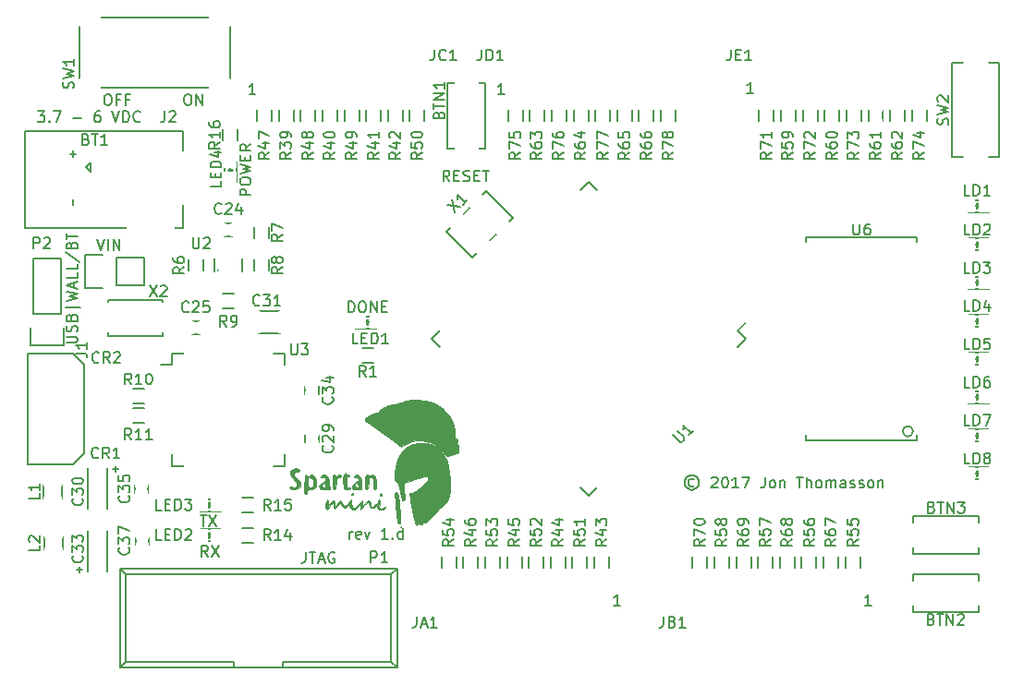
<source format=gto>
G04 #@! TF.GenerationSoftware,KiCad,Pcbnew,(2017-01-24 revision 0b6147e)-makepkg*
G04 #@! TF.CreationDate,2017-09-23T08:26:01-07:00*
G04 #@! TF.ProjectId,Spartan6Dev,5370617274616E364465762E6B696361,rev?*
G04 #@! TF.FileFunction,Legend,Top*
G04 #@! TF.FilePolarity,Positive*
%FSLAX46Y46*%
G04 Gerber Fmt 4.6, Leading zero omitted, Abs format (unit mm)*
G04 Created by KiCad (PCBNEW (2017-01-24 revision 0b6147e)-makepkg) date 09/23/17 08:26:01*
%MOMM*%
%LPD*%
G01*
G04 APERTURE LIST*
%ADD10C,0.100000*%
%ADD11C,0.150000*%
%ADD12C,0.010000*%
%ADD13C,0.127000*%
%ADD14C,0.007620*%
%ADD15C,0.152400*%
%ADD16C,0.650000*%
%ADD17R,2.127200X2.127200*%
%ADD18O,2.127200X2.127200*%
%ADD19R,1.400000X0.650000*%
%ADD20R,0.650000X1.400000*%
%ADD21R,1.300000X0.900000*%
%ADD22R,1.200000X1.150000*%
%ADD23R,1.150000X1.200000*%
%ADD24R,1.630000X2.200000*%
%ADD25R,1.400000X2.000000*%
%ADD26R,1.700000X1.100000*%
%ADD27R,1.197560X1.197560*%
%ADD28R,2.432000X2.127200*%
%ADD29O,2.432000X2.127200*%
%ADD30R,0.900000X1.300000*%
%ADD31R,2.300000X2.800000*%
%ADD32R,1.602740X0.652780*%
%ADD33R,2.299920X2.299920*%
%ADD34C,1.650006*%
%ADD35C,1.504000*%
%ADD36C,4.400000*%
%ADD37C,4.900000*%
%ADD38R,1.000000X1.500000*%
%ADD39R,1.600000X0.900000*%
%ADD40C,1.640000*%
%ADD41C,2.127200*%
%ADD42R,2.100000X1.600000*%
%ADD43O,2.100000X1.600000*%
%ADD44R,1.160000X1.670000*%
%ADD45C,3.100000*%
%ADD46R,2.432000X2.432000*%
%ADD47O,2.432000X2.432000*%
%ADD48C,1.924000*%
%ADD49C,2.400000*%
%ADD50C,2.350000*%
%ADD51C,1.850000*%
%ADD52C,2.150000*%
G04 APERTURE END LIST*
D10*
D11*
X38974761Y-99342380D02*
X39308095Y-100342380D01*
X39641428Y-99342380D01*
X39974761Y-100342380D02*
X39974761Y-99342380D01*
X40450952Y-100342380D02*
X40450952Y-99342380D01*
X41022380Y-100342380D01*
X41022380Y-99342380D01*
X62101428Y-126832380D02*
X62101428Y-126165714D01*
X62101428Y-126356190D02*
X62149047Y-126260952D01*
X62196666Y-126213333D01*
X62291904Y-126165714D01*
X62387142Y-126165714D01*
X63101428Y-126784761D02*
X63006190Y-126832380D01*
X62815714Y-126832380D01*
X62720476Y-126784761D01*
X62672857Y-126689523D01*
X62672857Y-126308571D01*
X62720476Y-126213333D01*
X62815714Y-126165714D01*
X63006190Y-126165714D01*
X63101428Y-126213333D01*
X63149047Y-126308571D01*
X63149047Y-126403809D01*
X62672857Y-126499047D01*
X63482380Y-126165714D02*
X63720476Y-126832380D01*
X63958571Y-126165714D01*
X65625238Y-126832380D02*
X65053809Y-126832380D01*
X65339523Y-126832380D02*
X65339523Y-125832380D01*
X65244285Y-125975238D01*
X65149047Y-126070476D01*
X65053809Y-126118095D01*
X66053809Y-126737142D02*
X66101428Y-126784761D01*
X66053809Y-126832380D01*
X66006190Y-126784761D01*
X66053809Y-126737142D01*
X66053809Y-126832380D01*
X66958571Y-126832380D02*
X66958571Y-125832380D01*
X66958571Y-126784761D02*
X66863333Y-126832380D01*
X66672857Y-126832380D01*
X66577619Y-126784761D01*
X66530000Y-126737142D01*
X66482380Y-126641904D01*
X66482380Y-126356190D01*
X66530000Y-126260952D01*
X66577619Y-126213333D01*
X66672857Y-126165714D01*
X66863333Y-126165714D01*
X66958571Y-126213333D01*
X93638095Y-121390476D02*
X93542857Y-121342857D01*
X93352380Y-121342857D01*
X93257142Y-121390476D01*
X93161904Y-121485714D01*
X93114285Y-121580952D01*
X93114285Y-121771428D01*
X93161904Y-121866666D01*
X93257142Y-121961904D01*
X93352380Y-122009523D01*
X93542857Y-122009523D01*
X93638095Y-121961904D01*
X93447619Y-121009523D02*
X93209523Y-121057142D01*
X92971428Y-121200000D01*
X92828571Y-121438095D01*
X92780952Y-121676190D01*
X92828571Y-121914285D01*
X92971428Y-122152380D01*
X93209523Y-122295238D01*
X93447619Y-122342857D01*
X93685714Y-122295238D01*
X93923809Y-122152380D01*
X94066666Y-121914285D01*
X94114285Y-121676190D01*
X94066666Y-121438095D01*
X93923809Y-121200000D01*
X93685714Y-121057142D01*
X93447619Y-121009523D01*
X95257142Y-121247619D02*
X95304761Y-121200000D01*
X95400000Y-121152380D01*
X95638095Y-121152380D01*
X95733333Y-121200000D01*
X95780952Y-121247619D01*
X95828571Y-121342857D01*
X95828571Y-121438095D01*
X95780952Y-121580952D01*
X95209523Y-122152380D01*
X95828571Y-122152380D01*
X96447619Y-121152380D02*
X96542857Y-121152380D01*
X96638095Y-121200000D01*
X96685714Y-121247619D01*
X96733333Y-121342857D01*
X96780952Y-121533333D01*
X96780952Y-121771428D01*
X96733333Y-121961904D01*
X96685714Y-122057142D01*
X96638095Y-122104761D01*
X96542857Y-122152380D01*
X96447619Y-122152380D01*
X96352380Y-122104761D01*
X96304761Y-122057142D01*
X96257142Y-121961904D01*
X96209523Y-121771428D01*
X96209523Y-121533333D01*
X96257142Y-121342857D01*
X96304761Y-121247619D01*
X96352380Y-121200000D01*
X96447619Y-121152380D01*
X97733333Y-122152380D02*
X97161904Y-122152380D01*
X97447619Y-122152380D02*
X97447619Y-121152380D01*
X97352380Y-121295238D01*
X97257142Y-121390476D01*
X97161904Y-121438095D01*
X98066666Y-121152380D02*
X98733333Y-121152380D01*
X98304761Y-122152380D01*
X100161904Y-121152380D02*
X100161904Y-121866666D01*
X100114285Y-122009523D01*
X100019047Y-122104761D01*
X99876190Y-122152380D01*
X99780952Y-122152380D01*
X100780952Y-122152380D02*
X100685714Y-122104761D01*
X100638095Y-122057142D01*
X100590476Y-121961904D01*
X100590476Y-121676190D01*
X100638095Y-121580952D01*
X100685714Y-121533333D01*
X100780952Y-121485714D01*
X100923809Y-121485714D01*
X101019047Y-121533333D01*
X101066666Y-121580952D01*
X101114285Y-121676190D01*
X101114285Y-121961904D01*
X101066666Y-122057142D01*
X101019047Y-122104761D01*
X100923809Y-122152380D01*
X100780952Y-122152380D01*
X101542857Y-121485714D02*
X101542857Y-122152380D01*
X101542857Y-121580952D02*
X101590476Y-121533333D01*
X101685714Y-121485714D01*
X101828571Y-121485714D01*
X101923809Y-121533333D01*
X101971428Y-121628571D01*
X101971428Y-122152380D01*
X103066666Y-121152380D02*
X103638095Y-121152380D01*
X103352380Y-122152380D02*
X103352380Y-121152380D01*
X103971428Y-122152380D02*
X103971428Y-121152380D01*
X104400000Y-122152380D02*
X104400000Y-121628571D01*
X104352380Y-121533333D01*
X104257142Y-121485714D01*
X104114285Y-121485714D01*
X104019047Y-121533333D01*
X103971428Y-121580952D01*
X105019047Y-122152380D02*
X104923809Y-122104761D01*
X104876190Y-122057142D01*
X104828571Y-121961904D01*
X104828571Y-121676190D01*
X104876190Y-121580952D01*
X104923809Y-121533333D01*
X105019047Y-121485714D01*
X105161904Y-121485714D01*
X105257142Y-121533333D01*
X105304761Y-121580952D01*
X105352380Y-121676190D01*
X105352380Y-121961904D01*
X105304761Y-122057142D01*
X105257142Y-122104761D01*
X105161904Y-122152380D01*
X105019047Y-122152380D01*
X105780952Y-122152380D02*
X105780952Y-121485714D01*
X105780952Y-121580952D02*
X105828571Y-121533333D01*
X105923809Y-121485714D01*
X106066666Y-121485714D01*
X106161904Y-121533333D01*
X106209523Y-121628571D01*
X106209523Y-122152380D01*
X106209523Y-121628571D02*
X106257142Y-121533333D01*
X106352380Y-121485714D01*
X106495238Y-121485714D01*
X106590476Y-121533333D01*
X106638095Y-121628571D01*
X106638095Y-122152380D01*
X107542857Y-122152380D02*
X107542857Y-121628571D01*
X107495238Y-121533333D01*
X107400000Y-121485714D01*
X107209523Y-121485714D01*
X107114285Y-121533333D01*
X107542857Y-122104761D02*
X107447619Y-122152380D01*
X107209523Y-122152380D01*
X107114285Y-122104761D01*
X107066666Y-122009523D01*
X107066666Y-121914285D01*
X107114285Y-121819047D01*
X107209523Y-121771428D01*
X107447619Y-121771428D01*
X107542857Y-121723809D01*
X107971428Y-122104761D02*
X108066666Y-122152380D01*
X108257142Y-122152380D01*
X108352380Y-122104761D01*
X108400000Y-122009523D01*
X108400000Y-121961904D01*
X108352380Y-121866666D01*
X108257142Y-121819047D01*
X108114285Y-121819047D01*
X108019047Y-121771428D01*
X107971428Y-121676190D01*
X107971428Y-121628571D01*
X108019047Y-121533333D01*
X108114285Y-121485714D01*
X108257142Y-121485714D01*
X108352380Y-121533333D01*
X108780952Y-122104761D02*
X108876190Y-122152380D01*
X109066666Y-122152380D01*
X109161904Y-122104761D01*
X109209523Y-122009523D01*
X109209523Y-121961904D01*
X109161904Y-121866666D01*
X109066666Y-121819047D01*
X108923809Y-121819047D01*
X108828571Y-121771428D01*
X108780952Y-121676190D01*
X108780952Y-121628571D01*
X108828571Y-121533333D01*
X108923809Y-121485714D01*
X109066666Y-121485714D01*
X109161904Y-121533333D01*
X109780952Y-122152380D02*
X109685714Y-122104761D01*
X109638095Y-122057142D01*
X109590476Y-121961904D01*
X109590476Y-121676190D01*
X109638095Y-121580952D01*
X109685714Y-121533333D01*
X109780952Y-121485714D01*
X109923809Y-121485714D01*
X110019047Y-121533333D01*
X110066666Y-121580952D01*
X110114285Y-121676190D01*
X110114285Y-121961904D01*
X110066666Y-122057142D01*
X110019047Y-122104761D01*
X109923809Y-122152380D01*
X109780952Y-122152380D01*
X110542857Y-121485714D02*
X110542857Y-122152380D01*
X110542857Y-121580952D02*
X110590476Y-121533333D01*
X110685714Y-121485714D01*
X110828571Y-121485714D01*
X110923809Y-121533333D01*
X110971428Y-121628571D01*
X110971428Y-122152380D01*
X61988095Y-106052380D02*
X61988095Y-105052380D01*
X62226190Y-105052380D01*
X62369047Y-105100000D01*
X62464285Y-105195238D01*
X62511904Y-105290476D01*
X62559523Y-105480952D01*
X62559523Y-105623809D01*
X62511904Y-105814285D01*
X62464285Y-105909523D01*
X62369047Y-106004761D01*
X62226190Y-106052380D01*
X61988095Y-106052380D01*
X63178571Y-105052380D02*
X63369047Y-105052380D01*
X63464285Y-105100000D01*
X63559523Y-105195238D01*
X63607142Y-105385714D01*
X63607142Y-105719047D01*
X63559523Y-105909523D01*
X63464285Y-106004761D01*
X63369047Y-106052380D01*
X63178571Y-106052380D01*
X63083333Y-106004761D01*
X62988095Y-105909523D01*
X62940476Y-105719047D01*
X62940476Y-105385714D01*
X62988095Y-105195238D01*
X63083333Y-105100000D01*
X63178571Y-105052380D01*
X64035714Y-106052380D02*
X64035714Y-105052380D01*
X64607142Y-106052380D01*
X64607142Y-105052380D01*
X65083333Y-105528571D02*
X65416666Y-105528571D01*
X65559523Y-106052380D02*
X65083333Y-106052380D01*
X65083333Y-105052380D01*
X65559523Y-105052380D01*
X49133333Y-128452380D02*
X48800000Y-127976190D01*
X48561904Y-128452380D02*
X48561904Y-127452380D01*
X48942857Y-127452380D01*
X49038095Y-127500000D01*
X49085714Y-127547619D01*
X49133333Y-127642857D01*
X49133333Y-127785714D01*
X49085714Y-127880952D01*
X49038095Y-127928571D01*
X48942857Y-127976190D01*
X48561904Y-127976190D01*
X49466666Y-127452380D02*
X50133333Y-128452380D01*
X50133333Y-127452380D02*
X49466666Y-128452380D01*
X48438095Y-124652380D02*
X49009523Y-124652380D01*
X48723809Y-125652380D02*
X48723809Y-124652380D01*
X49247619Y-124652380D02*
X49914285Y-125652380D01*
X49914285Y-124652380D02*
X49247619Y-125652380D01*
X86885714Y-132952380D02*
X86314285Y-132952380D01*
X86600000Y-132952380D02*
X86600000Y-131952380D01*
X86504761Y-132095238D01*
X86409523Y-132190476D01*
X86314285Y-132238095D01*
X109885714Y-132952380D02*
X109314285Y-132952380D01*
X109600000Y-132952380D02*
X109600000Y-131952380D01*
X109504761Y-132095238D01*
X109409523Y-132190476D01*
X109314285Y-132238095D01*
X99085714Y-85952380D02*
X98514285Y-85952380D01*
X98800000Y-85952380D02*
X98800000Y-84952380D01*
X98704761Y-85095238D01*
X98609523Y-85190476D01*
X98514285Y-85238095D01*
X76285714Y-86052380D02*
X75714285Y-86052380D01*
X76000000Y-86052380D02*
X76000000Y-85052380D01*
X75904761Y-85195238D01*
X75809523Y-85290476D01*
X75714285Y-85338095D01*
X53485714Y-86052380D02*
X52914285Y-86052380D01*
X53200000Y-86052380D02*
X53200000Y-85052380D01*
X53104761Y-85195238D01*
X53009523Y-85290476D01*
X52914285Y-85338095D01*
X71247619Y-94052380D02*
X70914285Y-93576190D01*
X70676190Y-94052380D02*
X70676190Y-93052380D01*
X71057142Y-93052380D01*
X71152380Y-93100000D01*
X71200000Y-93147619D01*
X71247619Y-93242857D01*
X71247619Y-93385714D01*
X71200000Y-93480952D01*
X71152380Y-93528571D01*
X71057142Y-93576190D01*
X70676190Y-93576190D01*
X71676190Y-93528571D02*
X72009523Y-93528571D01*
X72152380Y-94052380D02*
X71676190Y-94052380D01*
X71676190Y-93052380D01*
X72152380Y-93052380D01*
X72533333Y-94004761D02*
X72676190Y-94052380D01*
X72914285Y-94052380D01*
X73009523Y-94004761D01*
X73057142Y-93957142D01*
X73104761Y-93861904D01*
X73104761Y-93766666D01*
X73057142Y-93671428D01*
X73009523Y-93623809D01*
X72914285Y-93576190D01*
X72723809Y-93528571D01*
X72628571Y-93480952D01*
X72580952Y-93433333D01*
X72533333Y-93338095D01*
X72533333Y-93242857D01*
X72580952Y-93147619D01*
X72628571Y-93100000D01*
X72723809Y-93052380D01*
X72961904Y-93052380D01*
X73104761Y-93100000D01*
X73533333Y-93528571D02*
X73866666Y-93528571D01*
X74009523Y-94052380D02*
X73533333Y-94052380D01*
X73533333Y-93052380D01*
X74009523Y-93052380D01*
X74295238Y-93052380D02*
X74866666Y-93052380D01*
X74580952Y-94052380D02*
X74580952Y-93052380D01*
X36152380Y-108852380D02*
X36961904Y-108852380D01*
X37057142Y-108804761D01*
X37104761Y-108757142D01*
X37152380Y-108661904D01*
X37152380Y-108471428D01*
X37104761Y-108376190D01*
X37057142Y-108328571D01*
X36961904Y-108280952D01*
X36152380Y-108280952D01*
X37104761Y-107852380D02*
X37152380Y-107709523D01*
X37152380Y-107471428D01*
X37104761Y-107376190D01*
X37057142Y-107328571D01*
X36961904Y-107280952D01*
X36866666Y-107280952D01*
X36771428Y-107328571D01*
X36723809Y-107376190D01*
X36676190Y-107471428D01*
X36628571Y-107661904D01*
X36580952Y-107757142D01*
X36533333Y-107804761D01*
X36438095Y-107852380D01*
X36342857Y-107852380D01*
X36247619Y-107804761D01*
X36200000Y-107757142D01*
X36152380Y-107661904D01*
X36152380Y-107423809D01*
X36200000Y-107280952D01*
X36628571Y-106519047D02*
X36676190Y-106376190D01*
X36723809Y-106328571D01*
X36819047Y-106280952D01*
X36961904Y-106280952D01*
X37057142Y-106328571D01*
X37104761Y-106376190D01*
X37152380Y-106471428D01*
X37152380Y-106852380D01*
X36152380Y-106852380D01*
X36152380Y-106519047D01*
X36200000Y-106423809D01*
X36247619Y-106376190D01*
X36342857Y-106328571D01*
X36438095Y-106328571D01*
X36533333Y-106376190D01*
X36580952Y-106423809D01*
X36628571Y-106519047D01*
X36628571Y-106852380D01*
X37485714Y-105614285D02*
X36057142Y-105614285D01*
X36152380Y-104995238D02*
X37152380Y-104757142D01*
X36438095Y-104566666D01*
X37152380Y-104376190D01*
X36152380Y-104138095D01*
X36866666Y-103804761D02*
X36866666Y-103328571D01*
X37152380Y-103900000D02*
X36152380Y-103566666D01*
X37152380Y-103233333D01*
X37152380Y-102423809D02*
X37152380Y-102900000D01*
X36152380Y-102900000D01*
X37152380Y-101614285D02*
X37152380Y-102090476D01*
X36152380Y-102090476D01*
X36104761Y-100566666D02*
X37390476Y-101423809D01*
X36628571Y-99900000D02*
X36676190Y-99757142D01*
X36723809Y-99709523D01*
X36819047Y-99661904D01*
X36961904Y-99661904D01*
X37057142Y-99709523D01*
X37104761Y-99757142D01*
X37152380Y-99852380D01*
X37152380Y-100233333D01*
X36152380Y-100233333D01*
X36152380Y-99900000D01*
X36200000Y-99804761D01*
X36247619Y-99757142D01*
X36342857Y-99709523D01*
X36438095Y-99709523D01*
X36533333Y-99757142D01*
X36580952Y-99804761D01*
X36628571Y-99900000D01*
X36628571Y-100233333D01*
X36152380Y-99376190D02*
X36152380Y-98804761D01*
X37152380Y-99090476D02*
X36152380Y-99090476D01*
X33535714Y-87602380D02*
X34154761Y-87602380D01*
X33821428Y-87983333D01*
X33964285Y-87983333D01*
X34059523Y-88030952D01*
X34107142Y-88078571D01*
X34154761Y-88173809D01*
X34154761Y-88411904D01*
X34107142Y-88507142D01*
X34059523Y-88554761D01*
X33964285Y-88602380D01*
X33678571Y-88602380D01*
X33583333Y-88554761D01*
X33535714Y-88507142D01*
X34583333Y-88507142D02*
X34630952Y-88554761D01*
X34583333Y-88602380D01*
X34535714Y-88554761D01*
X34583333Y-88507142D01*
X34583333Y-88602380D01*
X34964285Y-87602380D02*
X35630952Y-87602380D01*
X35202380Y-88602380D01*
X36773809Y-88221428D02*
X37535714Y-88221428D01*
X39202380Y-87602380D02*
X39011904Y-87602380D01*
X38916666Y-87650000D01*
X38869047Y-87697619D01*
X38773809Y-87840476D01*
X38726190Y-88030952D01*
X38726190Y-88411904D01*
X38773809Y-88507142D01*
X38821428Y-88554761D01*
X38916666Y-88602380D01*
X39107142Y-88602380D01*
X39202380Y-88554761D01*
X39250000Y-88507142D01*
X39297619Y-88411904D01*
X39297619Y-88173809D01*
X39250000Y-88078571D01*
X39202380Y-88030952D01*
X39107142Y-87983333D01*
X38916666Y-87983333D01*
X38821428Y-88030952D01*
X38773809Y-88078571D01*
X38726190Y-88173809D01*
X40345238Y-87602380D02*
X40678571Y-88602380D01*
X41011904Y-87602380D01*
X41345238Y-88602380D02*
X41345238Y-87602380D01*
X41583333Y-87602380D01*
X41726190Y-87650000D01*
X41821428Y-87745238D01*
X41869047Y-87840476D01*
X41916666Y-88030952D01*
X41916666Y-88173809D01*
X41869047Y-88364285D01*
X41821428Y-88459523D01*
X41726190Y-88554761D01*
X41583333Y-88602380D01*
X41345238Y-88602380D01*
X42916666Y-88507142D02*
X42869047Y-88554761D01*
X42726190Y-88602380D01*
X42630952Y-88602380D01*
X42488095Y-88554761D01*
X42392857Y-88459523D01*
X42345238Y-88364285D01*
X42297619Y-88173809D01*
X42297619Y-88030952D01*
X42345238Y-87840476D01*
X42392857Y-87745238D01*
X42488095Y-87650000D01*
X42630952Y-87602380D01*
X42726190Y-87602380D01*
X42869047Y-87650000D01*
X42916666Y-87697619D01*
X39864285Y-86052380D02*
X40054761Y-86052380D01*
X40150000Y-86100000D01*
X40245238Y-86195238D01*
X40292857Y-86385714D01*
X40292857Y-86719047D01*
X40245238Y-86909523D01*
X40150000Y-87004761D01*
X40054761Y-87052380D01*
X39864285Y-87052380D01*
X39769047Y-87004761D01*
X39673809Y-86909523D01*
X39626190Y-86719047D01*
X39626190Y-86385714D01*
X39673809Y-86195238D01*
X39769047Y-86100000D01*
X39864285Y-86052380D01*
X41054761Y-86528571D02*
X40721428Y-86528571D01*
X40721428Y-87052380D02*
X40721428Y-86052380D01*
X41197619Y-86052380D01*
X41911904Y-86528571D02*
X41578571Y-86528571D01*
X41578571Y-87052380D02*
X41578571Y-86052380D01*
X42054761Y-86052380D01*
X47197619Y-86052380D02*
X47388095Y-86052380D01*
X47483333Y-86100000D01*
X47578571Y-86195238D01*
X47626190Y-86385714D01*
X47626190Y-86719047D01*
X47578571Y-86909523D01*
X47483333Y-87004761D01*
X47388095Y-87052380D01*
X47197619Y-87052380D01*
X47102380Y-87004761D01*
X47007142Y-86909523D01*
X46959523Y-86719047D01*
X46959523Y-86385714D01*
X47007142Y-86195238D01*
X47102380Y-86100000D01*
X47197619Y-86052380D01*
X48054761Y-87052380D02*
X48054761Y-86052380D01*
X48626190Y-87052380D01*
X48626190Y-86052380D01*
X53052380Y-95309523D02*
X52052380Y-95309523D01*
X52052380Y-94928571D01*
X52100000Y-94833333D01*
X52147619Y-94785714D01*
X52242857Y-94738095D01*
X52385714Y-94738095D01*
X52480952Y-94785714D01*
X52528571Y-94833333D01*
X52576190Y-94928571D01*
X52576190Y-95309523D01*
X52052380Y-94119047D02*
X52052380Y-93928571D01*
X52100000Y-93833333D01*
X52195238Y-93738095D01*
X52385714Y-93690476D01*
X52719047Y-93690476D01*
X52909523Y-93738095D01*
X53004761Y-93833333D01*
X53052380Y-93928571D01*
X53052380Y-94119047D01*
X53004761Y-94214285D01*
X52909523Y-94309523D01*
X52719047Y-94357142D01*
X52385714Y-94357142D01*
X52195238Y-94309523D01*
X52100000Y-94214285D01*
X52052380Y-94119047D01*
X52052380Y-93357142D02*
X53052380Y-93119047D01*
X52338095Y-92928571D01*
X53052380Y-92738095D01*
X52052380Y-92500000D01*
X52528571Y-92119047D02*
X52528571Y-91785714D01*
X53052380Y-91642857D02*
X53052380Y-92119047D01*
X52052380Y-92119047D01*
X52052380Y-91642857D01*
X53052380Y-90642857D02*
X52576190Y-90976190D01*
X53052380Y-91214285D02*
X52052380Y-91214285D01*
X52052380Y-90833333D01*
X52100000Y-90738095D01*
X52147619Y-90690476D01*
X52242857Y-90642857D01*
X52385714Y-90642857D01*
X52480952Y-90690476D01*
X52528571Y-90738095D01*
X52576190Y-90833333D01*
X52576190Y-91214285D01*
X58083333Y-128052380D02*
X58083333Y-128766666D01*
X58035714Y-128909523D01*
X57940476Y-129004761D01*
X57797619Y-129052380D01*
X57702380Y-129052380D01*
X58416666Y-128052380D02*
X58988095Y-128052380D01*
X58702380Y-129052380D02*
X58702380Y-128052380D01*
X59273809Y-128766666D02*
X59750000Y-128766666D01*
X59178571Y-129052380D02*
X59511904Y-128052380D01*
X59845238Y-129052380D01*
X60702380Y-128100000D02*
X60607142Y-128052380D01*
X60464285Y-128052380D01*
X60321428Y-128100000D01*
X60226190Y-128195238D01*
X60178571Y-128290476D01*
X60130952Y-128480952D01*
X60130952Y-128623809D01*
X60178571Y-128814285D01*
X60226190Y-128909523D01*
X60321428Y-129004761D01*
X60464285Y-129052380D01*
X60559523Y-129052380D01*
X60702380Y-129004761D01*
X60750000Y-128957142D01*
X60750000Y-128623809D01*
X60559523Y-128623809D01*
D12*
G36*
X62282573Y-123601748D02*
X62332003Y-123877134D01*
X62428745Y-123991212D01*
X62436000Y-123992889D01*
X62575409Y-123950107D01*
X62773651Y-123810671D01*
X62985975Y-123611883D01*
X63167632Y-123391047D01*
X63180147Y-123372572D01*
X63246806Y-123287621D01*
X63267633Y-123324893D01*
X63251088Y-123505483D01*
X63246853Y-123538878D01*
X63204412Y-123869423D01*
X63494237Y-123553007D01*
X63703830Y-123353140D01*
X63846575Y-123299908D01*
X63942775Y-123394763D01*
X64002333Y-123589333D01*
X64063027Y-123781972D01*
X64128678Y-123885261D01*
X64235967Y-123865368D01*
X64399057Y-123757718D01*
X64567321Y-123606263D01*
X64690135Y-123454957D01*
X64722000Y-123370140D01*
X64769301Y-123262372D01*
X64805046Y-123250666D01*
X64847930Y-123326686D01*
X64847792Y-123529612D01*
X64837402Y-123620503D01*
X64827519Y-123910434D01*
X64899026Y-124052759D01*
X65053828Y-124049388D01*
X65191389Y-123975679D01*
X65336254Y-123905900D01*
X65399247Y-123925370D01*
X65399333Y-123927863D01*
X65327003Y-124032324D01*
X65158160Y-124121360D01*
X64965020Y-124165288D01*
X64852365Y-124152673D01*
X64715714Y-124036275D01*
X64651843Y-123922433D01*
X64590025Y-123800647D01*
X64517402Y-123829039D01*
X64474177Y-123878223D01*
X64286737Y-124005593D01*
X64090303Y-123999215D01*
X63941870Y-123868988D01*
X63907573Y-123779833D01*
X63843701Y-123561453D01*
X63769857Y-123480567D01*
X63656608Y-123536317D01*
X63474521Y-123727849D01*
X63441149Y-123766273D01*
X63118386Y-124139666D01*
X63115859Y-123890224D01*
X63113333Y-123640782D01*
X62834135Y-123911391D01*
X62639243Y-124075026D01*
X62474242Y-124171257D01*
X62427735Y-124182000D01*
X62234076Y-124107951D01*
X62113022Y-123926784D01*
X62097333Y-123823865D01*
X62084340Y-123733314D01*
X62020097Y-123736696D01*
X61866707Y-123839524D01*
X61836414Y-123861836D01*
X61679913Y-123969913D01*
X61573022Y-123993621D01*
X61474445Y-123914839D01*
X61342886Y-123715449D01*
X61285103Y-123619944D01*
X61218816Y-123539542D01*
X61148152Y-123561724D01*
X61038378Y-123705356D01*
X60988770Y-123780895D01*
X60824837Y-124007742D01*
X60721118Y-124081758D01*
X60668803Y-124004740D01*
X60658000Y-123848330D01*
X60627826Y-123625988D01*
X60540316Y-123559543D01*
X60399987Y-123647261D01*
X60211355Y-123887406D01*
X60101540Y-124062078D01*
X60014612Y-124158740D01*
X59944661Y-124107572D01*
X59914653Y-123966197D01*
X59921539Y-123749199D01*
X59956143Y-123517211D01*
X60009287Y-123330867D01*
X60071795Y-123250801D01*
X60074357Y-123250666D01*
X60117752Y-123325305D01*
X60107616Y-123524524D01*
X60100342Y-123568166D01*
X60043012Y-123885666D01*
X60241754Y-123631666D01*
X60441252Y-123398070D01*
X60576424Y-123296735D01*
X60667257Y-123313071D01*
X60671944Y-123317692D01*
X60721746Y-123438089D01*
X60757318Y-123631666D01*
X60785000Y-123885666D01*
X60951421Y-123610500D01*
X61119956Y-123397313D01*
X61265674Y-123349593D01*
X61385362Y-123467834D01*
X61416873Y-123538775D01*
X61529748Y-123749256D01*
X61662250Y-123804865D01*
X61833783Y-123706110D01*
X61980494Y-123553506D01*
X62256146Y-123234624D01*
X62282573Y-123601748D01*
X62282573Y-123601748D01*
G37*
X62282573Y-123601748D02*
X62332003Y-123877134D01*
X62428745Y-123991212D01*
X62436000Y-123992889D01*
X62575409Y-123950107D01*
X62773651Y-123810671D01*
X62985975Y-123611883D01*
X63167632Y-123391047D01*
X63180147Y-123372572D01*
X63246806Y-123287621D01*
X63267633Y-123324893D01*
X63251088Y-123505483D01*
X63246853Y-123538878D01*
X63204412Y-123869423D01*
X63494237Y-123553007D01*
X63703830Y-123353140D01*
X63846575Y-123299908D01*
X63942775Y-123394763D01*
X64002333Y-123589333D01*
X64063027Y-123781972D01*
X64128678Y-123885261D01*
X64235967Y-123865368D01*
X64399057Y-123757718D01*
X64567321Y-123606263D01*
X64690135Y-123454957D01*
X64722000Y-123370140D01*
X64769301Y-123262372D01*
X64805046Y-123250666D01*
X64847930Y-123326686D01*
X64847792Y-123529612D01*
X64837402Y-123620503D01*
X64827519Y-123910434D01*
X64899026Y-124052759D01*
X65053828Y-124049388D01*
X65191389Y-123975679D01*
X65336254Y-123905900D01*
X65399247Y-123925370D01*
X65399333Y-123927863D01*
X65327003Y-124032324D01*
X65158160Y-124121360D01*
X64965020Y-124165288D01*
X64852365Y-124152673D01*
X64715714Y-124036275D01*
X64651843Y-123922433D01*
X64590025Y-123800647D01*
X64517402Y-123829039D01*
X64474177Y-123878223D01*
X64286737Y-124005593D01*
X64090303Y-123999215D01*
X63941870Y-123868988D01*
X63907573Y-123779833D01*
X63843701Y-123561453D01*
X63769857Y-123480567D01*
X63656608Y-123536317D01*
X63474521Y-123727849D01*
X63441149Y-123766273D01*
X63118386Y-124139666D01*
X63115859Y-123890224D01*
X63113333Y-123640782D01*
X62834135Y-123911391D01*
X62639243Y-124075026D01*
X62474242Y-124171257D01*
X62427735Y-124182000D01*
X62234076Y-124107951D01*
X62113022Y-123926784D01*
X62097333Y-123823865D01*
X62084340Y-123733314D01*
X62020097Y-123736696D01*
X61866707Y-123839524D01*
X61836414Y-123861836D01*
X61679913Y-123969913D01*
X61573022Y-123993621D01*
X61474445Y-123914839D01*
X61342886Y-123715449D01*
X61285103Y-123619944D01*
X61218816Y-123539542D01*
X61148152Y-123561724D01*
X61038378Y-123705356D01*
X60988770Y-123780895D01*
X60824837Y-124007742D01*
X60721118Y-124081758D01*
X60668803Y-124004740D01*
X60658000Y-123848330D01*
X60627826Y-123625988D01*
X60540316Y-123559543D01*
X60399987Y-123647261D01*
X60211355Y-123887406D01*
X60101540Y-124062078D01*
X60014612Y-124158740D01*
X59944661Y-124107572D01*
X59914653Y-123966197D01*
X59921539Y-123749199D01*
X59956143Y-123517211D01*
X60009287Y-123330867D01*
X60071795Y-123250801D01*
X60074357Y-123250666D01*
X60117752Y-123325305D01*
X60107616Y-123524524D01*
X60100342Y-123568166D01*
X60043012Y-123885666D01*
X60241754Y-123631666D01*
X60441252Y-123398070D01*
X60576424Y-123296735D01*
X60667257Y-123313071D01*
X60671944Y-123317692D01*
X60721746Y-123438089D01*
X60757318Y-123631666D01*
X60785000Y-123885666D01*
X60951421Y-123610500D01*
X61119956Y-123397313D01*
X61265674Y-123349593D01*
X61385362Y-123467834D01*
X61416873Y-123538775D01*
X61529748Y-123749256D01*
X61662250Y-123804865D01*
X61833783Y-123706110D01*
X61980494Y-123553506D01*
X62256146Y-123234624D01*
X62282573Y-123601748D01*
G36*
X65051114Y-122726576D02*
X65060666Y-122785000D01*
X65014949Y-122897671D01*
X64976000Y-122912000D01*
X64900885Y-122843423D01*
X64891333Y-122785000D01*
X64937050Y-122672328D01*
X64976000Y-122658000D01*
X65051114Y-122726576D01*
X65051114Y-122726576D01*
G37*
X65051114Y-122726576D02*
X65060666Y-122785000D01*
X65014949Y-122897671D01*
X64976000Y-122912000D01*
X64900885Y-122843423D01*
X64891333Y-122785000D01*
X64937050Y-122672328D01*
X64976000Y-122658000D01*
X65051114Y-122726576D01*
G36*
X62423816Y-122634860D02*
X62436000Y-122695336D01*
X62391795Y-122811178D01*
X62351333Y-122827333D01*
X62269090Y-122766565D01*
X62266666Y-122747663D01*
X62328210Y-122632996D01*
X62351333Y-122615666D01*
X62423816Y-122634860D01*
X62423816Y-122634860D01*
G37*
X62423816Y-122634860D02*
X62436000Y-122695336D01*
X62391795Y-122811178D01*
X62351333Y-122827333D01*
X62269090Y-122766565D01*
X62266666Y-122747663D01*
X62328210Y-122632996D01*
X62351333Y-122615666D01*
X62423816Y-122634860D01*
G36*
X58213698Y-121021767D02*
X58235492Y-121100166D01*
X58242060Y-121270015D01*
X58251686Y-121531654D01*
X58256659Y-121670195D01*
X58279991Y-121936548D01*
X58335402Y-122074476D01*
X58423900Y-122121686D01*
X58634257Y-122090641D01*
X58775412Y-121924635D01*
X58822000Y-121678233D01*
X58768444Y-121394180D01*
X58614181Y-121235670D01*
X58466399Y-121206000D01*
X58332889Y-121163964D01*
X58339443Y-121073743D01*
X58447924Y-121003391D01*
X58638074Y-120957506D01*
X58789010Y-121015803D01*
X58906666Y-121121333D01*
X59036546Y-121342276D01*
X59076000Y-121665619D01*
X59030260Y-122010657D01*
X58889256Y-122218275D01*
X58647315Y-122294743D01*
X58511956Y-122288996D01*
X58320097Y-122280110D01*
X58243051Y-122340420D01*
X58229333Y-122493001D01*
X58193931Y-122676547D01*
X58081166Y-122730178D01*
X58015272Y-122714827D01*
X57974160Y-122648944D01*
X57953803Y-122503076D01*
X57950173Y-122247767D01*
X57959244Y-121853563D01*
X57959613Y-121841178D01*
X57976663Y-121429026D01*
X58001145Y-121160798D01*
X58037289Y-121011112D01*
X58089324Y-120954589D01*
X58107780Y-120951999D01*
X58213698Y-121021767D01*
X58213698Y-121021767D01*
G37*
X58213698Y-121021767D02*
X58235492Y-121100166D01*
X58242060Y-121270015D01*
X58251686Y-121531654D01*
X58256659Y-121670195D01*
X58279991Y-121936548D01*
X58335402Y-122074476D01*
X58423900Y-122121686D01*
X58634257Y-122090641D01*
X58775412Y-121924635D01*
X58822000Y-121678233D01*
X58768444Y-121394180D01*
X58614181Y-121235670D01*
X58466399Y-121206000D01*
X58332889Y-121163964D01*
X58339443Y-121073743D01*
X58447924Y-121003391D01*
X58638074Y-120957506D01*
X58789010Y-121015803D01*
X58906666Y-121121333D01*
X59036546Y-121342276D01*
X59076000Y-121665619D01*
X59030260Y-122010657D01*
X58889256Y-122218275D01*
X58647315Y-122294743D01*
X58511956Y-122288996D01*
X58320097Y-122280110D01*
X58243051Y-122340420D01*
X58229333Y-122493001D01*
X58193931Y-122676547D01*
X58081166Y-122730178D01*
X58015272Y-122714827D01*
X57974160Y-122648944D01*
X57953803Y-122503076D01*
X57950173Y-122247767D01*
X57959244Y-121853563D01*
X57959613Y-121841178D01*
X57976663Y-121429026D01*
X58001145Y-121160798D01*
X58037289Y-121011112D01*
X58089324Y-120954589D01*
X58107780Y-120951999D01*
X58213698Y-121021767D01*
G36*
X57404884Y-120402369D02*
X57523833Y-120501427D01*
X57532456Y-120529623D01*
X57498671Y-120622528D01*
X57332172Y-120655935D01*
X57281266Y-120656623D01*
X57054031Y-120696690D01*
X56973181Y-120813605D01*
X57038597Y-120999302D01*
X57250159Y-121245719D01*
X57290602Y-121283837D01*
X57495328Y-121505695D01*
X57617360Y-121704741D01*
X57636666Y-121785661D01*
X57560073Y-122032379D01*
X57353673Y-122213521D01*
X57052533Y-122302113D01*
X56959333Y-122306666D01*
X56737864Y-122292529D01*
X56639960Y-122235227D01*
X56620666Y-122136615D01*
X56639334Y-122020943D01*
X56726162Y-122034698D01*
X56790292Y-122072498D01*
X56976943Y-122133870D01*
X57107792Y-122085735D01*
X57262492Y-121919464D01*
X57251990Y-121719513D01*
X57076659Y-121487679D01*
X56962980Y-121388445D01*
X56709066Y-121125602D01*
X56622299Y-120876338D01*
X56701589Y-120635027D01*
X56794992Y-120523674D01*
X56980198Y-120413006D01*
X57203584Y-120372733D01*
X57404884Y-120402369D01*
X57404884Y-120402369D01*
G37*
X57404884Y-120402369D02*
X57523833Y-120501427D01*
X57532456Y-120529623D01*
X57498671Y-120622528D01*
X57332172Y-120655935D01*
X57281266Y-120656623D01*
X57054031Y-120696690D01*
X56973181Y-120813605D01*
X57038597Y-120999302D01*
X57250159Y-121245719D01*
X57290602Y-121283837D01*
X57495328Y-121505695D01*
X57617360Y-121704741D01*
X57636666Y-121785661D01*
X57560073Y-122032379D01*
X57353673Y-122213521D01*
X57052533Y-122302113D01*
X56959333Y-122306666D01*
X56737864Y-122292529D01*
X56639960Y-122235227D01*
X56620666Y-122136615D01*
X56639334Y-122020943D01*
X56726162Y-122034698D01*
X56790292Y-122072498D01*
X56976943Y-122133870D01*
X57107792Y-122085735D01*
X57262492Y-121919464D01*
X57251990Y-121719513D01*
X57076659Y-121487679D01*
X56962980Y-121388445D01*
X56709066Y-121125602D01*
X56622299Y-120876338D01*
X56701589Y-120635027D01*
X56794992Y-120523674D01*
X56980198Y-120413006D01*
X57203584Y-120372733D01*
X57404884Y-120402369D01*
G36*
X60091316Y-121078176D02*
X60152727Y-121225464D01*
X60207591Y-121482292D01*
X60239616Y-121747297D01*
X60283198Y-122290242D01*
X59858124Y-122293535D01*
X59603725Y-122285956D01*
X59425928Y-122262971D01*
X59381525Y-122245302D01*
X59341260Y-122128760D01*
X59330000Y-121991901D01*
X59349771Y-121925666D01*
X59584000Y-121925666D01*
X59623686Y-122091647D01*
X59753333Y-122137333D01*
X59886118Y-122087724D01*
X59922666Y-121925666D01*
X59882979Y-121759685D01*
X59753333Y-121714000D01*
X59620548Y-121763608D01*
X59584000Y-121925666D01*
X59349771Y-121925666D01*
X59379463Y-121826200D01*
X59551865Y-121699691D01*
X59626333Y-121666210D01*
X59857531Y-121522205D01*
X59922666Y-121374197D01*
X59890197Y-121244878D01*
X59767487Y-121195094D01*
X59545630Y-121204486D01*
X59433295Y-121200453D01*
X59463228Y-121123678D01*
X59492497Y-121087236D01*
X59681759Y-120971924D01*
X59909948Y-120969903D01*
X60091316Y-121078176D01*
X60091316Y-121078176D01*
G37*
X60091316Y-121078176D02*
X60152727Y-121225464D01*
X60207591Y-121482292D01*
X60239616Y-121747297D01*
X60283198Y-122290242D01*
X59858124Y-122293535D01*
X59603725Y-122285956D01*
X59425928Y-122262971D01*
X59381525Y-122245302D01*
X59341260Y-122128760D01*
X59330000Y-121991901D01*
X59349771Y-121925666D01*
X59584000Y-121925666D01*
X59623686Y-122091647D01*
X59753333Y-122137333D01*
X59886118Y-122087724D01*
X59922666Y-121925666D01*
X59882979Y-121759685D01*
X59753333Y-121714000D01*
X59620548Y-121763608D01*
X59584000Y-121925666D01*
X59349771Y-121925666D01*
X59379463Y-121826200D01*
X59551865Y-121699691D01*
X59626333Y-121666210D01*
X59857531Y-121522205D01*
X59922666Y-121374197D01*
X59890197Y-121244878D01*
X59767487Y-121195094D01*
X59545630Y-121204486D01*
X59433295Y-121200453D01*
X59463228Y-121123678D01*
X59492497Y-121087236D01*
X59681759Y-120971924D01*
X59909948Y-120969903D01*
X60091316Y-121078176D01*
G36*
X60792972Y-121014868D02*
X60816226Y-121044043D01*
X60900757Y-121090299D01*
X60965156Y-121044043D01*
X61125841Y-120962833D01*
X61206942Y-120952000D01*
X61311958Y-120993721D01*
X61303396Y-121086069D01*
X61204442Y-121179819D01*
X61079674Y-121222216D01*
X60977546Y-121255635D01*
X60918202Y-121346095D01*
X60886528Y-121533841D01*
X60871126Y-121777500D01*
X60848697Y-122074827D01*
X60809806Y-122237769D01*
X60743293Y-122301194D01*
X60701793Y-122306557D01*
X60629180Y-122284320D01*
X60585610Y-122195931D01*
X60564121Y-122008665D01*
X60557749Y-121689801D01*
X60557666Y-121629205D01*
X60568110Y-121249122D01*
X60600464Y-121026840D01*
X60656262Y-120952054D01*
X60658503Y-120951981D01*
X60792972Y-121014868D01*
X60792972Y-121014868D01*
G37*
X60792972Y-121014868D02*
X60816226Y-121044043D01*
X60900757Y-121090299D01*
X60965156Y-121044043D01*
X61125841Y-120962833D01*
X61206942Y-120952000D01*
X61311958Y-120993721D01*
X61303396Y-121086069D01*
X61204442Y-121179819D01*
X61079674Y-121222216D01*
X60977546Y-121255635D01*
X60918202Y-121346095D01*
X60886528Y-121533841D01*
X60871126Y-121777500D01*
X60848697Y-122074827D01*
X60809806Y-122237769D01*
X60743293Y-122301194D01*
X60701793Y-122306557D01*
X60629180Y-122284320D01*
X60585610Y-122195931D01*
X60564121Y-122008665D01*
X60557749Y-121689801D01*
X60557666Y-121629205D01*
X60568110Y-121249122D01*
X60600464Y-121026840D01*
X60656262Y-120952054D01*
X60658503Y-120951981D01*
X60792972Y-121014868D01*
G36*
X61785333Y-120849190D02*
X61856060Y-120932640D01*
X61954666Y-120952000D01*
X62100204Y-120988440D01*
X62102151Y-121067531D01*
X61961589Y-121143929D01*
X61950009Y-121147083D01*
X61849030Y-121194710D01*
X61801972Y-121298667D01*
X61795251Y-121504496D01*
X61801842Y-121643791D01*
X61824755Y-121906959D01*
X61867017Y-122041206D01*
X61947478Y-122086943D01*
X62009614Y-122089196D01*
X62143223Y-122122870D01*
X62148722Y-122195029D01*
X62036673Y-122286984D01*
X61852494Y-122306058D01*
X61674388Y-122257308D01*
X61583581Y-122158500D01*
X61556053Y-121994608D01*
X61531607Y-121729581D01*
X61519989Y-121520909D01*
X61523709Y-121194439D01*
X61573087Y-120988563D01*
X61642781Y-120888933D01*
X61753983Y-120809634D01*
X61785333Y-120849190D01*
X61785333Y-120849190D01*
G37*
X61785333Y-120849190D02*
X61856060Y-120932640D01*
X61954666Y-120952000D01*
X62100204Y-120988440D01*
X62102151Y-121067531D01*
X61961589Y-121143929D01*
X61950009Y-121147083D01*
X61849030Y-121194710D01*
X61801972Y-121298667D01*
X61795251Y-121504496D01*
X61801842Y-121643791D01*
X61824755Y-121906959D01*
X61867017Y-122041206D01*
X61947478Y-122086943D01*
X62009614Y-122089196D01*
X62143223Y-122122870D01*
X62148722Y-122195029D01*
X62036673Y-122286984D01*
X61852494Y-122306058D01*
X61674388Y-122257308D01*
X61583581Y-122158500D01*
X61556053Y-121994608D01*
X61531607Y-121729581D01*
X61519989Y-121520909D01*
X61523709Y-121194439D01*
X61573087Y-120988563D01*
X61642781Y-120888933D01*
X61753983Y-120809634D01*
X61785333Y-120849190D01*
G36*
X62967875Y-121012935D02*
X63127328Y-121206913D01*
X63211514Y-121545106D01*
X63224666Y-121803063D01*
X63224666Y-122277782D01*
X62796873Y-122287526D01*
X62514745Y-122277585D01*
X62363239Y-122225281D01*
X62317732Y-122163460D01*
X62321437Y-121958216D01*
X62399655Y-121863333D01*
X62547333Y-121863333D01*
X62592023Y-122057937D01*
X62746423Y-122133375D01*
X62821333Y-122137333D01*
X62942398Y-122091607D01*
X62955388Y-121946833D01*
X62881448Y-121799475D01*
X62749805Y-121723833D01*
X62619373Y-121731962D01*
X62549068Y-121835919D01*
X62547333Y-121863333D01*
X62399655Y-121863333D01*
X62480924Y-121764749D01*
X62701878Y-121635220D01*
X62881392Y-121538034D01*
X62968978Y-121458623D01*
X62970666Y-121450768D01*
X62900827Y-121312992D01*
X62745902Y-121203038D01*
X62587783Y-121176884D01*
X62575663Y-121180755D01*
X62475966Y-121184656D01*
X62478809Y-121113658D01*
X62584153Y-121014453D01*
X62736176Y-120968332D01*
X62967875Y-121012935D01*
X62967875Y-121012935D01*
G37*
X62967875Y-121012935D02*
X63127328Y-121206913D01*
X63211514Y-121545106D01*
X63224666Y-121803063D01*
X63224666Y-122277782D01*
X62796873Y-122287526D01*
X62514745Y-122277585D01*
X62363239Y-122225281D01*
X62317732Y-122163460D01*
X62321437Y-121958216D01*
X62399655Y-121863333D01*
X62547333Y-121863333D01*
X62592023Y-122057937D01*
X62746423Y-122133375D01*
X62821333Y-122137333D01*
X62942398Y-122091607D01*
X62955388Y-121946833D01*
X62881448Y-121799475D01*
X62749805Y-121723833D01*
X62619373Y-121731962D01*
X62549068Y-121835919D01*
X62547333Y-121863333D01*
X62399655Y-121863333D01*
X62480924Y-121764749D01*
X62701878Y-121635220D01*
X62881392Y-121538034D01*
X62968978Y-121458623D01*
X62970666Y-121450768D01*
X62900827Y-121312992D01*
X62745902Y-121203038D01*
X62587783Y-121176884D01*
X62575663Y-121180755D01*
X62475966Y-121184656D01*
X62478809Y-121113658D01*
X62584153Y-121014453D01*
X62736176Y-120968332D01*
X62967875Y-121012935D01*
G36*
X63760870Y-120977027D02*
X63819002Y-121071444D01*
X63843320Y-121264041D01*
X63839793Y-121583679D01*
X63831275Y-121765975D01*
X63807021Y-122068461D01*
X63767250Y-122235545D01*
X63701353Y-122301087D01*
X63661942Y-122306483D01*
X63590758Y-122282762D01*
X63548040Y-122190224D01*
X63527047Y-121996467D01*
X63521036Y-121669089D01*
X63521000Y-121629077D01*
X63525848Y-121287347D01*
X63544934Y-121082285D01*
X63585073Y-120981391D01*
X63653079Y-120952163D01*
X63662958Y-120951927D01*
X63760870Y-120977027D01*
X63760870Y-120977027D01*
G37*
X63760870Y-120977027D02*
X63819002Y-121071444D01*
X63843320Y-121264041D01*
X63839793Y-121583679D01*
X63831275Y-121765975D01*
X63807021Y-122068461D01*
X63767250Y-122235545D01*
X63701353Y-122301087D01*
X63661942Y-122306483D01*
X63590758Y-122282762D01*
X63548040Y-122190224D01*
X63527047Y-121996467D01*
X63521036Y-121669089D01*
X63521000Y-121629077D01*
X63525848Y-121287347D01*
X63544934Y-121082285D01*
X63585073Y-120981391D01*
X63653079Y-120952163D01*
X63662958Y-120951927D01*
X63760870Y-120977027D01*
G36*
X64347625Y-120997327D02*
X64491182Y-121163758D01*
X64565800Y-121475418D01*
X64579333Y-121762380D01*
X64572699Y-122061439D01*
X64546253Y-122227527D01*
X64490179Y-122296716D01*
X64431166Y-122306821D01*
X64348838Y-122282006D01*
X64303618Y-122183067D01*
X64285309Y-121973587D01*
X64283000Y-121777654D01*
X64277737Y-121486710D01*
X64252383Y-121324086D01*
X64192584Y-121248864D01*
X64087620Y-121220638D01*
X63946450Y-121157151D01*
X63944183Y-121060616D01*
X64072213Y-120981135D01*
X64130911Y-120968660D01*
X64347625Y-120997327D01*
X64347625Y-120997327D01*
G37*
X64347625Y-120997327D02*
X64491182Y-121163758D01*
X64565800Y-121475418D01*
X64579333Y-121762380D01*
X64572699Y-122061439D01*
X64546253Y-122227527D01*
X64490179Y-122296716D01*
X64431166Y-122306821D01*
X64348838Y-122282006D01*
X64303618Y-122183067D01*
X64285309Y-121973587D01*
X64283000Y-121777654D01*
X64277737Y-121486710D01*
X64252383Y-121324086D01*
X64192584Y-121248864D01*
X64087620Y-121220638D01*
X63946450Y-121157151D01*
X63944183Y-121060616D01*
X64072213Y-120981135D01*
X64130911Y-120968660D01*
X64347625Y-120997327D01*
G36*
X68311986Y-114110287D02*
X69049872Y-114158504D01*
X69671667Y-114304193D01*
X70206697Y-114558057D01*
X70684287Y-114930803D01*
X70758546Y-115003413D01*
X71198098Y-115551308D01*
X71525396Y-116181435D01*
X71723199Y-116851402D01*
X71774913Y-117502678D01*
X71779821Y-117682351D01*
X71816692Y-117705967D01*
X71842766Y-117672011D01*
X71908215Y-117609799D01*
X71922703Y-117646575D01*
X71948621Y-117808171D01*
X71974320Y-117900575D01*
X71999148Y-118001041D01*
X71950273Y-117951986D01*
X71933283Y-117928666D01*
X71858053Y-117862823D01*
X71840630Y-117901452D01*
X71894347Y-118038197D01*
X71966333Y-118128238D01*
X72049689Y-118293976D01*
X72091911Y-118541184D01*
X72093333Y-118593869D01*
X72085698Y-118785503D01*
X72037550Y-118904646D01*
X71911028Y-118992810D01*
X71668268Y-119091508D01*
X71624490Y-119107916D01*
X71363522Y-119200375D01*
X71168805Y-119259806D01*
X71095324Y-119272921D01*
X71013723Y-119211227D01*
X70844832Y-119054354D01*
X70617866Y-118830006D01*
X70484667Y-118693886D01*
X70144736Y-118365821D01*
X69850435Y-118141557D01*
X69551889Y-117985065D01*
X69444324Y-117942298D01*
X68798462Y-117784213D01*
X68163783Y-117794737D01*
X67545522Y-117973248D01*
X67088838Y-118221549D01*
X66783342Y-118423181D01*
X66369171Y-118064044D01*
X66133774Y-117867742D01*
X65934758Y-117715521D01*
X65828000Y-117647400D01*
X65700734Y-117570453D01*
X65483634Y-117421232D01*
X65221263Y-117230477D01*
X65193000Y-117209362D01*
X64865011Y-116966797D01*
X64615400Y-116785666D01*
X71500667Y-116785666D01*
X71543000Y-116828000D01*
X71585333Y-116785666D01*
X71543000Y-116743333D01*
X71500667Y-116785666D01*
X64615400Y-116785666D01*
X64517848Y-116714878D01*
X64261667Y-116532800D01*
X63905333Y-116281125D01*
X63669711Y-116105001D01*
X63535326Y-115985002D01*
X63482699Y-115901698D01*
X63492355Y-115835664D01*
X63521440Y-115794439D01*
X63688097Y-115660754D01*
X63951790Y-115512479D01*
X64246624Y-115381143D01*
X64355870Y-115346333D01*
X64896667Y-115346333D01*
X64939000Y-115388666D01*
X64981333Y-115346333D01*
X64939000Y-115304000D01*
X64896667Y-115346333D01*
X64355870Y-115346333D01*
X64506703Y-115298272D01*
X64584332Y-115285909D01*
X64733612Y-115260998D01*
X64767830Y-115231607D01*
X64796456Y-115158302D01*
X64917349Y-115033936D01*
X65080562Y-114899370D01*
X65236149Y-114795466D01*
X65334165Y-114763085D01*
X65338250Y-114764945D01*
X65401010Y-114743343D01*
X65404667Y-114716330D01*
X65476934Y-114648354D01*
X65611336Y-114626666D01*
X65791546Y-114594119D01*
X65872462Y-114538555D01*
X65987259Y-114486562D01*
X66077942Y-114498378D01*
X66262183Y-114502131D01*
X66472984Y-114446548D01*
X66704062Y-114363459D01*
X66879688Y-114315707D01*
X67072064Y-114245925D01*
X67145943Y-114198677D01*
X67278712Y-114128998D01*
X67321921Y-114125722D01*
X67470316Y-114124562D01*
X67479000Y-114123086D01*
X67597275Y-114116368D01*
X67840785Y-114111792D01*
X68165439Y-114110034D01*
X68311986Y-114110287D01*
X68311986Y-114110287D01*
G37*
X68311986Y-114110287D02*
X69049872Y-114158504D01*
X69671667Y-114304193D01*
X70206697Y-114558057D01*
X70684287Y-114930803D01*
X70758546Y-115003413D01*
X71198098Y-115551308D01*
X71525396Y-116181435D01*
X71723199Y-116851402D01*
X71774913Y-117502678D01*
X71779821Y-117682351D01*
X71816692Y-117705967D01*
X71842766Y-117672011D01*
X71908215Y-117609799D01*
X71922703Y-117646575D01*
X71948621Y-117808171D01*
X71974320Y-117900575D01*
X71999148Y-118001041D01*
X71950273Y-117951986D01*
X71933283Y-117928666D01*
X71858053Y-117862823D01*
X71840630Y-117901452D01*
X71894347Y-118038197D01*
X71966333Y-118128238D01*
X72049689Y-118293976D01*
X72091911Y-118541184D01*
X72093333Y-118593869D01*
X72085698Y-118785503D01*
X72037550Y-118904646D01*
X71911028Y-118992810D01*
X71668268Y-119091508D01*
X71624490Y-119107916D01*
X71363522Y-119200375D01*
X71168805Y-119259806D01*
X71095324Y-119272921D01*
X71013723Y-119211227D01*
X70844832Y-119054354D01*
X70617866Y-118830006D01*
X70484667Y-118693886D01*
X70144736Y-118365821D01*
X69850435Y-118141557D01*
X69551889Y-117985065D01*
X69444324Y-117942298D01*
X68798462Y-117784213D01*
X68163783Y-117794737D01*
X67545522Y-117973248D01*
X67088838Y-118221549D01*
X66783342Y-118423181D01*
X66369171Y-118064044D01*
X66133774Y-117867742D01*
X65934758Y-117715521D01*
X65828000Y-117647400D01*
X65700734Y-117570453D01*
X65483634Y-117421232D01*
X65221263Y-117230477D01*
X65193000Y-117209362D01*
X64865011Y-116966797D01*
X64615400Y-116785666D01*
X71500667Y-116785666D01*
X71543000Y-116828000D01*
X71585333Y-116785666D01*
X71543000Y-116743333D01*
X71500667Y-116785666D01*
X64615400Y-116785666D01*
X64517848Y-116714878D01*
X64261667Y-116532800D01*
X63905333Y-116281125D01*
X63669711Y-116105001D01*
X63535326Y-115985002D01*
X63482699Y-115901698D01*
X63492355Y-115835664D01*
X63521440Y-115794439D01*
X63688097Y-115660754D01*
X63951790Y-115512479D01*
X64246624Y-115381143D01*
X64355870Y-115346333D01*
X64896667Y-115346333D01*
X64939000Y-115388666D01*
X64981333Y-115346333D01*
X64939000Y-115304000D01*
X64896667Y-115346333D01*
X64355870Y-115346333D01*
X64506703Y-115298272D01*
X64584332Y-115285909D01*
X64733612Y-115260998D01*
X64767830Y-115231607D01*
X64796456Y-115158302D01*
X64917349Y-115033936D01*
X65080562Y-114899370D01*
X65236149Y-114795466D01*
X65334165Y-114763085D01*
X65338250Y-114764945D01*
X65401010Y-114743343D01*
X65404667Y-114716330D01*
X65476934Y-114648354D01*
X65611336Y-114626666D01*
X65791546Y-114594119D01*
X65872462Y-114538555D01*
X65987259Y-114486562D01*
X66077942Y-114498378D01*
X66262183Y-114502131D01*
X66472984Y-114446548D01*
X66704062Y-114363459D01*
X66879688Y-114315707D01*
X67072064Y-114245925D01*
X67145943Y-114198677D01*
X67278712Y-114128998D01*
X67321921Y-114125722D01*
X67470316Y-114124562D01*
X67479000Y-114123086D01*
X67597275Y-114116368D01*
X67840785Y-114111792D01*
X68165439Y-114110034D01*
X68311986Y-114110287D01*
G36*
X66470351Y-122658333D02*
X66550060Y-122969175D01*
X66620644Y-123434099D01*
X66662432Y-123832782D01*
X66712541Y-124411516D01*
X66743195Y-124841532D01*
X66754516Y-125142307D01*
X66746623Y-125333323D01*
X66719639Y-125434057D01*
X66673685Y-125463989D01*
X66672571Y-125464000D01*
X66582141Y-125394062D01*
X66490648Y-125231166D01*
X66450832Y-125067170D01*
X66409179Y-124785102D01*
X66368352Y-124420844D01*
X66331015Y-124010275D01*
X66299833Y-123589275D01*
X66277468Y-123193724D01*
X66266585Y-122859502D01*
X66269848Y-122622489D01*
X66289308Y-122519136D01*
X66382954Y-122506633D01*
X66470351Y-122658333D01*
X66470351Y-122658333D01*
G37*
X66470351Y-122658333D02*
X66550060Y-122969175D01*
X66620644Y-123434099D01*
X66662432Y-123832782D01*
X66712541Y-124411516D01*
X66743195Y-124841532D01*
X66754516Y-125142307D01*
X66746623Y-125333323D01*
X66719639Y-125434057D01*
X66673685Y-125463989D01*
X66672571Y-125464000D01*
X66582141Y-125394062D01*
X66490648Y-125231166D01*
X66450832Y-125067170D01*
X66409179Y-124785102D01*
X66368352Y-124420844D01*
X66331015Y-124010275D01*
X66299833Y-123589275D01*
X66277468Y-123193724D01*
X66266585Y-122859502D01*
X66269848Y-122622489D01*
X66289308Y-122519136D01*
X66382954Y-122506633D01*
X66470351Y-122658333D01*
G36*
X68745984Y-125444256D02*
X68740279Y-125478111D01*
X68628611Y-125547969D01*
X68617003Y-125548666D01*
X68538862Y-125491860D01*
X68537333Y-125478111D01*
X68605854Y-125414943D01*
X68660609Y-125407555D01*
X68745984Y-125444256D01*
X68745984Y-125444256D01*
G37*
X68745984Y-125444256D02*
X68740279Y-125478111D01*
X68628611Y-125547969D01*
X68617003Y-125548666D01*
X68538862Y-125491860D01*
X68537333Y-125478111D01*
X68605854Y-125414943D01*
X68660609Y-125407555D01*
X68745984Y-125444256D01*
G36*
X69546738Y-118158234D02*
X70045460Y-118396935D01*
X70473825Y-118759731D01*
X70648895Y-118982454D01*
X70886067Y-119372378D01*
X71059596Y-119769538D01*
X71179138Y-120211964D01*
X71254343Y-120737688D01*
X71294865Y-121384740D01*
X71300113Y-121548166D01*
X71307847Y-122013456D01*
X71303489Y-122384612D01*
X71287907Y-122638270D01*
X71261966Y-122751063D01*
X71255368Y-122754666D01*
X71200524Y-122822713D01*
X71200951Y-122902833D01*
X71181859Y-123083607D01*
X71148156Y-123147921D01*
X71092358Y-123279486D01*
X71095497Y-123317254D01*
X71053230Y-123409331D01*
X70920410Y-123562439D01*
X70737321Y-123740028D01*
X70544250Y-123905549D01*
X70381480Y-124022451D01*
X70289297Y-124054186D01*
X70285954Y-124051731D01*
X70237729Y-124066694D01*
X70230667Y-124119746D01*
X70172961Y-124229351D01*
X70018154Y-124421166D01*
X69793704Y-124662698D01*
X69656440Y-124799233D01*
X69376783Y-125062960D01*
X69179792Y-125224492D01*
X69031799Y-125304686D01*
X68899140Y-125324395D01*
X68820551Y-125317014D01*
X68567660Y-125332194D01*
X68392789Y-125456897D01*
X68226690Y-125635183D01*
X68122871Y-125407326D01*
X68080648Y-125264895D01*
X68077758Y-125252333D01*
X68198667Y-125252333D01*
X68241000Y-125294666D01*
X68283333Y-125252333D01*
X68368000Y-125252333D01*
X68410333Y-125294666D01*
X68452667Y-125252333D01*
X68410333Y-125210000D01*
X68368000Y-125252333D01*
X68283333Y-125252333D01*
X68241000Y-125210000D01*
X68198667Y-125252333D01*
X68077758Y-125252333D01*
X68018102Y-124993109D01*
X67942333Y-124629713D01*
X67860444Y-124212448D01*
X67779534Y-123779059D01*
X67706706Y-123367289D01*
X67649059Y-123014880D01*
X67613696Y-122759577D01*
X67610043Y-122712333D01*
X70908000Y-122712333D01*
X70950333Y-122754666D01*
X70992667Y-122712333D01*
X70950333Y-122670000D01*
X70908000Y-122712333D01*
X67610043Y-122712333D01*
X67606000Y-122660066D01*
X67676937Y-122606856D01*
X67806105Y-122603295D01*
X67959460Y-122574257D01*
X68181039Y-122448731D01*
X68489812Y-122214978D01*
X68652771Y-122079408D01*
X68963993Y-121806010D01*
X69160602Y-121605424D01*
X69264827Y-121450727D01*
X69298896Y-121314990D01*
X69299333Y-121296242D01*
X69277745Y-121126263D01*
X69230034Y-121061333D01*
X69183679Y-121066823D01*
X69092969Y-121087408D01*
X68935673Y-121129259D01*
X68689562Y-121198548D01*
X68332409Y-121301447D01*
X67841984Y-121444129D01*
X67658510Y-121497667D01*
X67076021Y-121667716D01*
X67116461Y-122507524D01*
X67132041Y-122893504D01*
X67131599Y-123140512D01*
X67111598Y-123278450D01*
X67068502Y-123337218D01*
X67017126Y-123347333D01*
X66942636Y-123310392D01*
X66874715Y-123182699D01*
X66804053Y-122938944D01*
X66721344Y-122553821D01*
X66716799Y-122530777D01*
X66621657Y-122098598D01*
X66529482Y-121802658D01*
X66428662Y-121610492D01*
X66359405Y-121531699D01*
X66254819Y-121421775D01*
X66205171Y-121307495D01*
X66202625Y-121137494D01*
X66239348Y-120860404D01*
X66248284Y-120803088D01*
X66333129Y-120294631D01*
X66410625Y-119914527D01*
X66491163Y-119622729D01*
X66585134Y-119379187D01*
X66655665Y-119232983D01*
X66984496Y-118764255D01*
X67412122Y-118409010D01*
X67910352Y-118169016D01*
X68450992Y-118046044D01*
X69005852Y-118041860D01*
X69546738Y-118158234D01*
X69546738Y-118158234D01*
G37*
X69546738Y-118158234D02*
X70045460Y-118396935D01*
X70473825Y-118759731D01*
X70648895Y-118982454D01*
X70886067Y-119372378D01*
X71059596Y-119769538D01*
X71179138Y-120211964D01*
X71254343Y-120737688D01*
X71294865Y-121384740D01*
X71300113Y-121548166D01*
X71307847Y-122013456D01*
X71303489Y-122384612D01*
X71287907Y-122638270D01*
X71261966Y-122751063D01*
X71255368Y-122754666D01*
X71200524Y-122822713D01*
X71200951Y-122902833D01*
X71181859Y-123083607D01*
X71148156Y-123147921D01*
X71092358Y-123279486D01*
X71095497Y-123317254D01*
X71053230Y-123409331D01*
X70920410Y-123562439D01*
X70737321Y-123740028D01*
X70544250Y-123905549D01*
X70381480Y-124022451D01*
X70289297Y-124054186D01*
X70285954Y-124051731D01*
X70237729Y-124066694D01*
X70230667Y-124119746D01*
X70172961Y-124229351D01*
X70018154Y-124421166D01*
X69793704Y-124662698D01*
X69656440Y-124799233D01*
X69376783Y-125062960D01*
X69179792Y-125224492D01*
X69031799Y-125304686D01*
X68899140Y-125324395D01*
X68820551Y-125317014D01*
X68567660Y-125332194D01*
X68392789Y-125456897D01*
X68226690Y-125635183D01*
X68122871Y-125407326D01*
X68080648Y-125264895D01*
X68077758Y-125252333D01*
X68198667Y-125252333D01*
X68241000Y-125294666D01*
X68283333Y-125252333D01*
X68368000Y-125252333D01*
X68410333Y-125294666D01*
X68452667Y-125252333D01*
X68410333Y-125210000D01*
X68368000Y-125252333D01*
X68283333Y-125252333D01*
X68241000Y-125210000D01*
X68198667Y-125252333D01*
X68077758Y-125252333D01*
X68018102Y-124993109D01*
X67942333Y-124629713D01*
X67860444Y-124212448D01*
X67779534Y-123779059D01*
X67706706Y-123367289D01*
X67649059Y-123014880D01*
X67613696Y-122759577D01*
X67610043Y-122712333D01*
X70908000Y-122712333D01*
X70950333Y-122754666D01*
X70992667Y-122712333D01*
X70950333Y-122670000D01*
X70908000Y-122712333D01*
X67610043Y-122712333D01*
X67606000Y-122660066D01*
X67676937Y-122606856D01*
X67806105Y-122603295D01*
X67959460Y-122574257D01*
X68181039Y-122448731D01*
X68489812Y-122214978D01*
X68652771Y-122079408D01*
X68963993Y-121806010D01*
X69160602Y-121605424D01*
X69264827Y-121450727D01*
X69298896Y-121314990D01*
X69299333Y-121296242D01*
X69277745Y-121126263D01*
X69230034Y-121061333D01*
X69183679Y-121066823D01*
X69092969Y-121087408D01*
X68935673Y-121129259D01*
X68689562Y-121198548D01*
X68332409Y-121301447D01*
X67841984Y-121444129D01*
X67658510Y-121497667D01*
X67076021Y-121667716D01*
X67116461Y-122507524D01*
X67132041Y-122893504D01*
X67131599Y-123140512D01*
X67111598Y-123278450D01*
X67068502Y-123337218D01*
X67017126Y-123347333D01*
X66942636Y-123310392D01*
X66874715Y-123182699D01*
X66804053Y-122938944D01*
X66721344Y-122553821D01*
X66716799Y-122530777D01*
X66621657Y-122098598D01*
X66529482Y-121802658D01*
X66428662Y-121610492D01*
X66359405Y-121531699D01*
X66254819Y-121421775D01*
X66205171Y-121307495D01*
X66202625Y-121137494D01*
X66239348Y-120860404D01*
X66248284Y-120803088D01*
X66333129Y-120294631D01*
X66410625Y-119914527D01*
X66491163Y-119622729D01*
X66585134Y-119379187D01*
X66655665Y-119232983D01*
X66984496Y-118764255D01*
X67412122Y-118409010D01*
X67910352Y-118169016D01*
X68450992Y-118046044D01*
X69005852Y-118041860D01*
X69546738Y-118158234D01*
G36*
X66844000Y-125760333D02*
X66801667Y-125802666D01*
X66759333Y-125760333D01*
X66801667Y-125718000D01*
X66844000Y-125760333D01*
X66844000Y-125760333D01*
G37*
X66844000Y-125760333D02*
X66801667Y-125802666D01*
X66759333Y-125760333D01*
X66801667Y-125718000D01*
X66844000Y-125760333D01*
D11*
X98389623Y-108500000D02*
X97629483Y-107739860D01*
X84000000Y-122889623D02*
X83239860Y-122129483D01*
X69610377Y-108500000D02*
X70370517Y-109260140D01*
X84000000Y-94110377D02*
X84760140Y-94870517D01*
X98389623Y-108500000D02*
X97629483Y-109260140D01*
X84000000Y-94110377D02*
X83239860Y-94870517D01*
X69610377Y-108500000D02*
X70370517Y-107739860D01*
X84000000Y-122889623D02*
X84760140Y-122129483D01*
X97629483Y-107739860D02*
X98407301Y-106962043D01*
X41060000Y-129570000D02*
X66460000Y-129570000D01*
X41600000Y-130120000D02*
X65900000Y-130120000D01*
X41060000Y-138670000D02*
X66460000Y-138670000D01*
X41600000Y-138120000D02*
X51510000Y-138120000D01*
X56010000Y-138120000D02*
X65900000Y-138120000D01*
X51510000Y-138120000D02*
X51510000Y-138670000D01*
X56010000Y-138120000D02*
X56010000Y-138670000D01*
X41060000Y-129570000D02*
X41060000Y-138670000D01*
X41600000Y-130120000D02*
X41600000Y-138120000D01*
X66460000Y-129570000D02*
X66460000Y-138670000D01*
X65900000Y-130120000D02*
X65900000Y-138120000D01*
X41060000Y-129570000D02*
X41600000Y-130120000D01*
X66460000Y-129570000D02*
X65900000Y-130120000D01*
X41060000Y-138670000D02*
X41600000Y-138120000D01*
X66460000Y-138670000D02*
X65900000Y-138120000D01*
X45825000Y-109825000D02*
X45825000Y-110900000D01*
X56175000Y-109825000D02*
X56175000Y-110900000D01*
X56175000Y-120175000D02*
X56175000Y-119100000D01*
X45825000Y-120175000D02*
X45825000Y-119100000D01*
X45825000Y-109825000D02*
X46900000Y-109825000D01*
X45825000Y-120175000D02*
X46900000Y-120175000D01*
X56175000Y-120175000D02*
X55100000Y-120175000D01*
X56175000Y-109825000D02*
X55100000Y-109825000D01*
X45825000Y-110900000D02*
X44800000Y-110900000D01*
X50525000Y-90300000D02*
X50525000Y-89300000D01*
X51875000Y-89300000D02*
X51875000Y-90300000D01*
X51350000Y-99100000D02*
X50650000Y-99100000D01*
X50650000Y-97900000D02*
X51350000Y-97900000D01*
X47650000Y-106900000D02*
X48350000Y-106900000D01*
X48350000Y-108100000D02*
X47650000Y-108100000D01*
X59260000Y-117300000D02*
X59260000Y-118000000D01*
X58060000Y-118000000D02*
X58060000Y-117300000D01*
X38100000Y-124050000D02*
X38100000Y-120350000D01*
X39900000Y-124050000D02*
X39900000Y-120350000D01*
X40650000Y-120200000D02*
X40650000Y-120720000D01*
X40930000Y-120460000D02*
X40400000Y-120460000D01*
X55750000Y-105975000D02*
X53750000Y-105975000D01*
X53750000Y-108025000D02*
X55750000Y-108025000D01*
X37070000Y-129690000D02*
X37600000Y-129690000D01*
X37350000Y-129950000D02*
X37350000Y-129430000D01*
X38100000Y-126100000D02*
X38100000Y-129800000D01*
X39900000Y-126100000D02*
X39900000Y-129800000D01*
X59250000Y-112850000D02*
X59250000Y-113550000D01*
X58050000Y-113550000D02*
X58050000Y-112850000D01*
X43600000Y-121900000D02*
X43600000Y-122600000D01*
X42400000Y-122600000D02*
X42400000Y-121900000D01*
X42500000Y-127400000D02*
X42500000Y-126700000D01*
X43700000Y-126700000D02*
X43700000Y-127400000D01*
X34025000Y-123100000D02*
X34025000Y-121900000D01*
X35775000Y-121900000D02*
X35775000Y-123100000D01*
X34125000Y-127800000D02*
X34125000Y-126600000D01*
X35875000Y-126600000D02*
X35875000Y-127800000D01*
X119580000Y-96050000D02*
X119830000Y-96300000D01*
X119580000Y-96550000D02*
X119580000Y-96050000D01*
X119830000Y-96300000D02*
X119580000Y-96550000D01*
X119830000Y-96550000D02*
X119830000Y-96050000D01*
X119780000Y-96300000D02*
X119330000Y-96300000D01*
X120680000Y-96850000D02*
X118780000Y-96850000D01*
X120680000Y-95750000D02*
X118780000Y-95750000D01*
X120700000Y-99300000D02*
X118800000Y-99300000D01*
X120700000Y-100400000D02*
X118800000Y-100400000D01*
X119800000Y-99850000D02*
X119350000Y-99850000D01*
X119850000Y-100100000D02*
X119850000Y-99600000D01*
X119850000Y-99850000D02*
X119600000Y-100100000D01*
X119600000Y-100100000D02*
X119600000Y-99600000D01*
X119600000Y-99600000D02*
X119850000Y-99850000D01*
X119600000Y-103100000D02*
X119850000Y-103350000D01*
X119600000Y-103600000D02*
X119600000Y-103100000D01*
X119850000Y-103350000D02*
X119600000Y-103600000D01*
X119850000Y-103600000D02*
X119850000Y-103100000D01*
X119800000Y-103350000D02*
X119350000Y-103350000D01*
X120700000Y-103900000D02*
X118800000Y-103900000D01*
X120700000Y-102800000D02*
X118800000Y-102800000D01*
X119600000Y-106600000D02*
X119850000Y-106850000D01*
X119600000Y-107100000D02*
X119600000Y-106600000D01*
X119850000Y-106850000D02*
X119600000Y-107100000D01*
X119850000Y-107100000D02*
X119850000Y-106600000D01*
X119800000Y-106850000D02*
X119350000Y-106850000D01*
X120700000Y-107400000D02*
X118800000Y-107400000D01*
X120700000Y-106300000D02*
X118800000Y-106300000D01*
X120700000Y-109800000D02*
X118800000Y-109800000D01*
X120700000Y-110900000D02*
X118800000Y-110900000D01*
X119800000Y-110350000D02*
X119350000Y-110350000D01*
X119850000Y-110600000D02*
X119850000Y-110100000D01*
X119850000Y-110350000D02*
X119600000Y-110600000D01*
X119600000Y-110600000D02*
X119600000Y-110100000D01*
X119600000Y-110100000D02*
X119850000Y-110350000D01*
X119600000Y-113600000D02*
X119850000Y-113850000D01*
X119600000Y-114100000D02*
X119600000Y-113600000D01*
X119850000Y-113850000D02*
X119600000Y-114100000D01*
X119850000Y-114100000D02*
X119850000Y-113600000D01*
X119800000Y-113850000D02*
X119350000Y-113850000D01*
X120700000Y-114400000D02*
X118800000Y-114400000D01*
X120700000Y-113300000D02*
X118800000Y-113300000D01*
X120700000Y-116800000D02*
X118800000Y-116800000D01*
X120700000Y-117900000D02*
X118800000Y-117900000D01*
X119800000Y-117350000D02*
X119350000Y-117350000D01*
X119850000Y-117600000D02*
X119850000Y-117100000D01*
X119850000Y-117350000D02*
X119600000Y-117600000D01*
X119600000Y-117600000D02*
X119600000Y-117100000D01*
X119600000Y-117100000D02*
X119850000Y-117350000D01*
X119600000Y-120600000D02*
X119850000Y-120850000D01*
X119600000Y-121100000D02*
X119600000Y-120600000D01*
X119850000Y-120850000D02*
X119600000Y-121100000D01*
X119850000Y-121100000D02*
X119850000Y-120600000D01*
X119800000Y-120850000D02*
X119350000Y-120850000D01*
X120700000Y-121400000D02*
X118800000Y-121400000D01*
X120700000Y-120300000D02*
X118800000Y-120300000D01*
X62650000Y-107550000D02*
X64550000Y-107550000D01*
X62650000Y-106450000D02*
X64550000Y-106450000D01*
X63550000Y-107000000D02*
X64000000Y-107000000D01*
X63500000Y-106750000D02*
X63500000Y-107250000D01*
X63500000Y-107000000D02*
X63750000Y-106750000D01*
X63750000Y-106750000D02*
X63750000Y-107250000D01*
X63750000Y-107250000D02*
X63500000Y-107000000D01*
X50350000Y-125950000D02*
X48450000Y-125950000D01*
X50350000Y-127050000D02*
X48450000Y-127050000D01*
X49450000Y-126500000D02*
X49000000Y-126500000D01*
X49500000Y-126750000D02*
X49500000Y-126250000D01*
X49500000Y-126500000D02*
X49250000Y-126750000D01*
X49250000Y-126750000D02*
X49250000Y-126250000D01*
X49250000Y-126250000D02*
X49500000Y-126500000D01*
X49250000Y-123500000D02*
X49500000Y-123750000D01*
X49250000Y-124000000D02*
X49250000Y-123500000D01*
X49500000Y-123750000D02*
X49250000Y-124000000D01*
X49500000Y-124000000D02*
X49500000Y-123500000D01*
X49450000Y-123750000D02*
X49000000Y-123750000D01*
X50350000Y-124300000D02*
X48450000Y-124300000D01*
X50350000Y-123200000D02*
X48450000Y-123200000D01*
X51750000Y-94100000D02*
X51750000Y-92200000D01*
X50650000Y-94100000D02*
X50650000Y-92200000D01*
X51200000Y-93200000D02*
X51200000Y-92750000D01*
X50950000Y-93250000D02*
X51450000Y-93250000D01*
X51200000Y-93250000D02*
X50950000Y-93000000D01*
X50950000Y-93000000D02*
X51450000Y-93000000D01*
X51450000Y-93000000D02*
X51200000Y-93250000D01*
X35670000Y-106230000D02*
X35670000Y-101150000D01*
X35670000Y-101150000D02*
X33130000Y-101150000D01*
X33130000Y-101150000D02*
X33130000Y-106230000D01*
X32850000Y-109050000D02*
X32850000Y-107500000D01*
X33130000Y-106230000D02*
X35670000Y-106230000D01*
X35950000Y-107500000D02*
X35950000Y-109050000D01*
X35950000Y-109050000D02*
X32850000Y-109050000D01*
X63250000Y-109325000D02*
X64250000Y-109325000D01*
X64250000Y-110675000D02*
X63250000Y-110675000D01*
X48675000Y-101250000D02*
X48675000Y-102250000D01*
X47325000Y-102250000D02*
X47325000Y-101250000D01*
X53325000Y-99250000D02*
X53325000Y-98250000D01*
X54675000Y-98250000D02*
X54675000Y-99250000D01*
X54675000Y-101250000D02*
X54675000Y-102250000D01*
X53325000Y-102250000D02*
X53325000Y-101250000D01*
X50500000Y-104325000D02*
X51500000Y-104325000D01*
X51500000Y-105675000D02*
X50500000Y-105675000D01*
X43250000Y-114425000D02*
X42250000Y-114425000D01*
X42250000Y-113075000D02*
X43250000Y-113075000D01*
X42250000Y-114825000D02*
X43250000Y-114825000D01*
X43250000Y-116175000D02*
X42250000Y-116175000D01*
X52250000Y-125825000D02*
X53250000Y-125825000D01*
X53250000Y-127175000D02*
X52250000Y-127175000D01*
X53250000Y-124425000D02*
X52250000Y-124425000D01*
X52250000Y-123075000D02*
X53250000Y-123075000D01*
X55625000Y-88500000D02*
X55625000Y-87500000D01*
X56975000Y-87500000D02*
X56975000Y-88500000D01*
X60975000Y-87500000D02*
X60975000Y-88500000D01*
X59625000Y-88500000D02*
X59625000Y-87500000D01*
X63625000Y-88500000D02*
X63625000Y-87500000D01*
X64975000Y-87500000D02*
X64975000Y-88500000D01*
X66975000Y-87500000D02*
X66975000Y-88500000D01*
X65625000Y-88500000D02*
X65625000Y-87500000D01*
X84525000Y-129500000D02*
X84525000Y-128500000D01*
X85875000Y-128500000D02*
X85875000Y-129500000D01*
X80525000Y-129500000D02*
X80525000Y-128500000D01*
X81875000Y-128500000D02*
X81875000Y-129500000D01*
X77875000Y-128500000D02*
X77875000Y-129500000D01*
X76525000Y-129500000D02*
X76525000Y-128500000D01*
X72525000Y-129500000D02*
X72525000Y-128500000D01*
X73875000Y-128500000D02*
X73875000Y-129500000D01*
X53625000Y-88500000D02*
X53625000Y-87500000D01*
X54975000Y-87500000D02*
X54975000Y-88500000D01*
X58975000Y-87500000D02*
X58975000Y-88500000D01*
X57625000Y-88500000D02*
X57625000Y-87500000D01*
X61625000Y-88500000D02*
X61625000Y-87500000D01*
X62975000Y-87500000D02*
X62975000Y-88500000D01*
X68975000Y-87500000D02*
X68975000Y-88500000D01*
X67625000Y-88500000D02*
X67625000Y-87500000D01*
X83875000Y-128500000D02*
X83875000Y-129500000D01*
X82525000Y-129500000D02*
X82525000Y-128500000D01*
X78525000Y-129500000D02*
X78525000Y-128500000D01*
X79875000Y-128500000D02*
X79875000Y-129500000D01*
X74525000Y-129500000D02*
X74525000Y-128500000D01*
X75875000Y-128500000D02*
X75875000Y-129500000D01*
X70525000Y-129500000D02*
X70525000Y-128500000D01*
X71875000Y-128500000D02*
X71875000Y-129500000D01*
X108875000Y-128500000D02*
X108875000Y-129500000D01*
X107525000Y-129500000D02*
X107525000Y-128500000D01*
X103525000Y-129500000D02*
X103525000Y-128500000D01*
X104875000Y-128500000D02*
X104875000Y-129500000D01*
X100875000Y-128500000D02*
X100875000Y-129500000D01*
X99525000Y-129500000D02*
X99525000Y-128500000D01*
X95525000Y-129500000D02*
X95525000Y-128500000D01*
X96875000Y-128500000D02*
X96875000Y-129500000D01*
X101625000Y-88500000D02*
X101625000Y-87500000D01*
X102975000Y-87500000D02*
X102975000Y-88500000D01*
X106975000Y-87500000D02*
X106975000Y-88500000D01*
X105625000Y-88500000D02*
X105625000Y-87500000D01*
X109625000Y-88500000D02*
X109625000Y-87500000D01*
X110975000Y-87500000D02*
X110975000Y-88500000D01*
X112975000Y-87500000D02*
X112975000Y-88500000D01*
X111625000Y-88500000D02*
X111625000Y-87500000D01*
X79975000Y-87500000D02*
X79975000Y-88500000D01*
X78625000Y-88500000D02*
X78625000Y-87500000D01*
X82625000Y-88500000D02*
X82625000Y-87500000D01*
X83975000Y-87500000D02*
X83975000Y-88500000D01*
X87975000Y-87500000D02*
X87975000Y-88500000D01*
X86625000Y-88500000D02*
X86625000Y-87500000D01*
X89975000Y-87500000D02*
X89975000Y-88500000D01*
X88625000Y-88500000D02*
X88625000Y-87500000D01*
X106875000Y-128500000D02*
X106875000Y-129500000D01*
X105525000Y-129500000D02*
X105525000Y-128500000D01*
X101525000Y-129500000D02*
X101525000Y-128500000D01*
X102875000Y-128500000D02*
X102875000Y-129500000D01*
X97525000Y-129500000D02*
X97525000Y-128500000D01*
X98875000Y-128500000D02*
X98875000Y-129500000D01*
X94875000Y-128500000D02*
X94875000Y-129500000D01*
X93525000Y-129500000D02*
X93525000Y-128500000D01*
X99625000Y-88500000D02*
X99625000Y-87500000D01*
X100975000Y-87500000D02*
X100975000Y-88500000D01*
X104975000Y-87500000D02*
X104975000Y-88500000D01*
X103625000Y-88500000D02*
X103625000Y-87500000D01*
X107625000Y-88500000D02*
X107625000Y-87500000D01*
X108975000Y-87500000D02*
X108975000Y-88500000D01*
X113625000Y-88500000D02*
X113625000Y-87500000D01*
X114975000Y-87500000D02*
X114975000Y-88500000D01*
X76625000Y-88500000D02*
X76625000Y-87500000D01*
X77975000Y-87500000D02*
X77975000Y-88500000D01*
X81975000Y-87500000D02*
X81975000Y-88500000D01*
X80625000Y-88500000D02*
X80625000Y-87500000D01*
X84625000Y-88500000D02*
X84625000Y-87500000D01*
X85975000Y-87500000D02*
X85975000Y-88500000D01*
X91975000Y-87500000D02*
X91975000Y-88500000D01*
X90625000Y-88500000D02*
X90625000Y-87500000D01*
X45000000Y-104900000D02*
X45000000Y-108200000D01*
X40000000Y-104900000D02*
X45000000Y-104900000D01*
X40000000Y-108200000D02*
X40000000Y-104900000D01*
X45000000Y-108200000D02*
X40000000Y-108200000D01*
D13*
X32645040Y-109870000D02*
X32645040Y-120030000D01*
X32645040Y-109870000D02*
X36797940Y-109870000D01*
X36797940Y-109870000D02*
X37798700Y-110870760D01*
X37798700Y-110870760D02*
X37798700Y-119029240D01*
X37798700Y-119029240D02*
X36797940Y-120030000D01*
X36797940Y-120030000D02*
X32645040Y-120030000D01*
D14*
X34450980Y-111401620D02*
X33752480Y-111401620D01*
D11*
X46866000Y-89432000D02*
X46866000Y-98322000D01*
X32388000Y-98322000D02*
X46866000Y-98322000D01*
X32388000Y-89432000D02*
X32388000Y-98322000D01*
X46866000Y-89432000D02*
X32388000Y-89432000D01*
X52300000Y-102440000D02*
X49700000Y-102440000D01*
X52300000Y-101040000D02*
X52300000Y-102440000D01*
X49700000Y-101040000D02*
X52300000Y-101040000D01*
X49700000Y-102440000D02*
X49700000Y-101040000D01*
X50040000Y-102190000D02*
G75*
G03X50040000Y-102190000I-50000J0D01*
G01*
D13*
X103900000Y-117800000D02*
X103900000Y-99200000D01*
X103900000Y-99200000D02*
X114100000Y-99200000D01*
X114100000Y-99200000D02*
X114100000Y-117800000D01*
X114100000Y-117800000D02*
X103900000Y-117800000D01*
X113717067Y-116976400D02*
G75*
G03X113717067Y-116976400I-472467J0D01*
G01*
D11*
X74636396Y-94959441D02*
X77040559Y-97363604D01*
X70959441Y-98636396D02*
X74636396Y-94959441D01*
X73363604Y-101040559D02*
X70959441Y-98636396D01*
X77040559Y-97363604D02*
X73363604Y-101040559D01*
X37950000Y-92750000D02*
X38350000Y-92350000D01*
X38350000Y-92350000D02*
X38350000Y-93150000D01*
X38350000Y-93150000D02*
X37950000Y-92750000D01*
X36760000Y-91820000D02*
X36760000Y-91250000D01*
X37060000Y-91530000D02*
X36480000Y-91530000D01*
X36750000Y-96250000D02*
X36750000Y-95680000D01*
X40720000Y-101030000D02*
X43260000Y-101030000D01*
X37900000Y-100750000D02*
X39450000Y-100750000D01*
X40720000Y-101030000D02*
X40720000Y-103570000D01*
X39450000Y-103850000D02*
X37900000Y-103850000D01*
X37900000Y-103850000D02*
X37900000Y-100750000D01*
X40720000Y-103570000D02*
X43260000Y-103570000D01*
X43260000Y-103570000D02*
X43260000Y-101030000D01*
X121600000Y-91800000D02*
X117300000Y-91800000D01*
X121600000Y-83200000D02*
X121600000Y-91800000D01*
X117300000Y-83200000D02*
X121600000Y-83200000D01*
X117300000Y-91800000D02*
X117300000Y-83200000D01*
X71050000Y-85050000D02*
X74550000Y-85050000D01*
X71050000Y-91050000D02*
X71050000Y-85050000D01*
X74550000Y-91050000D02*
X71050000Y-91050000D01*
X74550000Y-85050000D02*
X74550000Y-91050000D01*
X113750000Y-130090000D02*
X119750000Y-130090000D01*
X119750000Y-130090000D02*
X119750000Y-133590000D01*
X119750000Y-133590000D02*
X113750000Y-133590000D01*
X113750000Y-133590000D02*
X113750000Y-130090000D01*
X113750000Y-128250000D02*
X113750000Y-124750000D01*
X119750000Y-128250000D02*
X113750000Y-128250000D01*
X119750000Y-124750000D02*
X119750000Y-128250000D01*
X113750000Y-124750000D02*
X119750000Y-124750000D01*
X37325000Y-85500000D02*
X37325000Y-79000000D01*
X51125000Y-85500000D02*
X37325000Y-85500000D01*
X51125000Y-79000000D02*
X51125000Y-85500000D01*
X37325000Y-79000000D02*
X51125000Y-79000000D01*
X91753762Y-117331258D02*
X92326182Y-117903678D01*
X92427197Y-117937350D01*
X92494541Y-117937350D01*
X92595556Y-117903678D01*
X92730243Y-117768991D01*
X92763915Y-117667976D01*
X92763915Y-117600632D01*
X92730243Y-117499617D01*
X92157823Y-116927197D01*
X93572037Y-116927197D02*
X93167976Y-117331258D01*
X93370006Y-117129228D02*
X92662900Y-116422121D01*
X92696571Y-116590480D01*
X92696571Y-116725167D01*
X92662900Y-116826182D01*
X64051904Y-128992380D02*
X64051904Y-127992380D01*
X64432857Y-127992380D01*
X64528095Y-128040000D01*
X64575714Y-128087619D01*
X64623333Y-128182857D01*
X64623333Y-128325714D01*
X64575714Y-128420952D01*
X64528095Y-128468571D01*
X64432857Y-128516190D01*
X64051904Y-128516190D01*
X65575714Y-128992380D02*
X65004285Y-128992380D01*
X65290000Y-128992380D02*
X65290000Y-127992380D01*
X65194761Y-128135238D01*
X65099523Y-128230476D01*
X65004285Y-128278095D01*
X56738095Y-108952380D02*
X56738095Y-109761904D01*
X56785714Y-109857142D01*
X56833333Y-109904761D01*
X56928571Y-109952380D01*
X57119047Y-109952380D01*
X57214285Y-109904761D01*
X57261904Y-109857142D01*
X57309523Y-109761904D01*
X57309523Y-108952380D01*
X57690476Y-108952380D02*
X58309523Y-108952380D01*
X57976190Y-109333333D01*
X58119047Y-109333333D01*
X58214285Y-109380952D01*
X58261904Y-109428571D01*
X58309523Y-109523809D01*
X58309523Y-109761904D01*
X58261904Y-109857142D01*
X58214285Y-109904761D01*
X58119047Y-109952380D01*
X57833333Y-109952380D01*
X57738095Y-109904761D01*
X57690476Y-109857142D01*
X50232380Y-90442857D02*
X49756190Y-90776190D01*
X50232380Y-91014285D02*
X49232380Y-91014285D01*
X49232380Y-90633333D01*
X49280000Y-90538095D01*
X49327619Y-90490476D01*
X49422857Y-90442857D01*
X49565714Y-90442857D01*
X49660952Y-90490476D01*
X49708571Y-90538095D01*
X49756190Y-90633333D01*
X49756190Y-91014285D01*
X50232380Y-89490476D02*
X50232380Y-90061904D01*
X50232380Y-89776190D02*
X49232380Y-89776190D01*
X49375238Y-89871428D01*
X49470476Y-89966666D01*
X49518095Y-90061904D01*
X49232380Y-88633333D02*
X49232380Y-88823809D01*
X49280000Y-88919047D01*
X49327619Y-88966666D01*
X49470476Y-89061904D01*
X49660952Y-89109523D01*
X50041904Y-89109523D01*
X50137142Y-89061904D01*
X50184761Y-89014285D01*
X50232380Y-88919047D01*
X50232380Y-88728571D01*
X50184761Y-88633333D01*
X50137142Y-88585714D01*
X50041904Y-88538095D01*
X49803809Y-88538095D01*
X49708571Y-88585714D01*
X49660952Y-88633333D01*
X49613333Y-88728571D01*
X49613333Y-88919047D01*
X49660952Y-89014285D01*
X49708571Y-89061904D01*
X49803809Y-89109523D01*
X50357142Y-96957142D02*
X50309523Y-97004761D01*
X50166666Y-97052380D01*
X50071428Y-97052380D01*
X49928571Y-97004761D01*
X49833333Y-96909523D01*
X49785714Y-96814285D01*
X49738095Y-96623809D01*
X49738095Y-96480952D01*
X49785714Y-96290476D01*
X49833333Y-96195238D01*
X49928571Y-96100000D01*
X50071428Y-96052380D01*
X50166666Y-96052380D01*
X50309523Y-96100000D01*
X50357142Y-96147619D01*
X50738095Y-96147619D02*
X50785714Y-96100000D01*
X50880952Y-96052380D01*
X51119047Y-96052380D01*
X51214285Y-96100000D01*
X51261904Y-96147619D01*
X51309523Y-96242857D01*
X51309523Y-96338095D01*
X51261904Y-96480952D01*
X50690476Y-97052380D01*
X51309523Y-97052380D01*
X52166666Y-96385714D02*
X52166666Y-97052380D01*
X51928571Y-96004761D02*
X51690476Y-96719047D01*
X52309523Y-96719047D01*
X47357142Y-105957142D02*
X47309523Y-106004761D01*
X47166666Y-106052380D01*
X47071428Y-106052380D01*
X46928571Y-106004761D01*
X46833333Y-105909523D01*
X46785714Y-105814285D01*
X46738095Y-105623809D01*
X46738095Y-105480952D01*
X46785714Y-105290476D01*
X46833333Y-105195238D01*
X46928571Y-105100000D01*
X47071428Y-105052380D01*
X47166666Y-105052380D01*
X47309523Y-105100000D01*
X47357142Y-105147619D01*
X47738095Y-105147619D02*
X47785714Y-105100000D01*
X47880952Y-105052380D01*
X48119047Y-105052380D01*
X48214285Y-105100000D01*
X48261904Y-105147619D01*
X48309523Y-105242857D01*
X48309523Y-105338095D01*
X48261904Y-105480952D01*
X47690476Y-106052380D01*
X48309523Y-106052380D01*
X49214285Y-105052380D02*
X48738095Y-105052380D01*
X48690476Y-105528571D01*
X48738095Y-105480952D01*
X48833333Y-105433333D01*
X49071428Y-105433333D01*
X49166666Y-105480952D01*
X49214285Y-105528571D01*
X49261904Y-105623809D01*
X49261904Y-105861904D01*
X49214285Y-105957142D01*
X49166666Y-106004761D01*
X49071428Y-106052380D01*
X48833333Y-106052380D01*
X48738095Y-106004761D01*
X48690476Y-105957142D01*
X60507142Y-118292857D02*
X60554761Y-118340476D01*
X60602380Y-118483333D01*
X60602380Y-118578571D01*
X60554761Y-118721428D01*
X60459523Y-118816666D01*
X60364285Y-118864285D01*
X60173809Y-118911904D01*
X60030952Y-118911904D01*
X59840476Y-118864285D01*
X59745238Y-118816666D01*
X59650000Y-118721428D01*
X59602380Y-118578571D01*
X59602380Y-118483333D01*
X59650000Y-118340476D01*
X59697619Y-118292857D01*
X59697619Y-117911904D02*
X59650000Y-117864285D01*
X59602380Y-117769047D01*
X59602380Y-117530952D01*
X59650000Y-117435714D01*
X59697619Y-117388095D01*
X59792857Y-117340476D01*
X59888095Y-117340476D01*
X60030952Y-117388095D01*
X60602380Y-117959523D01*
X60602380Y-117340476D01*
X60602380Y-116864285D02*
X60602380Y-116673809D01*
X60554761Y-116578571D01*
X60507142Y-116530952D01*
X60364285Y-116435714D01*
X60173809Y-116388095D01*
X59792857Y-116388095D01*
X59697619Y-116435714D01*
X59650000Y-116483333D01*
X59602380Y-116578571D01*
X59602380Y-116769047D01*
X59650000Y-116864285D01*
X59697619Y-116911904D01*
X59792857Y-116959523D01*
X60030952Y-116959523D01*
X60126190Y-116911904D01*
X60173809Y-116864285D01*
X60221428Y-116769047D01*
X60221428Y-116578571D01*
X60173809Y-116483333D01*
X60126190Y-116435714D01*
X60030952Y-116388095D01*
X37607142Y-123142857D02*
X37654761Y-123190476D01*
X37702380Y-123333333D01*
X37702380Y-123428571D01*
X37654761Y-123571428D01*
X37559523Y-123666666D01*
X37464285Y-123714285D01*
X37273809Y-123761904D01*
X37130952Y-123761904D01*
X36940476Y-123714285D01*
X36845238Y-123666666D01*
X36750000Y-123571428D01*
X36702380Y-123428571D01*
X36702380Y-123333333D01*
X36750000Y-123190476D01*
X36797619Y-123142857D01*
X36702380Y-122809523D02*
X36702380Y-122190476D01*
X37083333Y-122523809D01*
X37083333Y-122380952D01*
X37130952Y-122285714D01*
X37178571Y-122238095D01*
X37273809Y-122190476D01*
X37511904Y-122190476D01*
X37607142Y-122238095D01*
X37654761Y-122285714D01*
X37702380Y-122380952D01*
X37702380Y-122666666D01*
X37654761Y-122761904D01*
X37607142Y-122809523D01*
X36702380Y-121571428D02*
X36702380Y-121476190D01*
X36750000Y-121380952D01*
X36797619Y-121333333D01*
X36892857Y-121285714D01*
X37083333Y-121238095D01*
X37321428Y-121238095D01*
X37511904Y-121285714D01*
X37607142Y-121333333D01*
X37654761Y-121380952D01*
X37702380Y-121476190D01*
X37702380Y-121571428D01*
X37654761Y-121666666D01*
X37607142Y-121714285D01*
X37511904Y-121761904D01*
X37321428Y-121809523D01*
X37083333Y-121809523D01*
X36892857Y-121761904D01*
X36797619Y-121714285D01*
X36750000Y-121666666D01*
X36702380Y-121571428D01*
X53857142Y-105357142D02*
X53809523Y-105404761D01*
X53666666Y-105452380D01*
X53571428Y-105452380D01*
X53428571Y-105404761D01*
X53333333Y-105309523D01*
X53285714Y-105214285D01*
X53238095Y-105023809D01*
X53238095Y-104880952D01*
X53285714Y-104690476D01*
X53333333Y-104595238D01*
X53428571Y-104500000D01*
X53571428Y-104452380D01*
X53666666Y-104452380D01*
X53809523Y-104500000D01*
X53857142Y-104547619D01*
X54190476Y-104452380D02*
X54809523Y-104452380D01*
X54476190Y-104833333D01*
X54619047Y-104833333D01*
X54714285Y-104880952D01*
X54761904Y-104928571D01*
X54809523Y-105023809D01*
X54809523Y-105261904D01*
X54761904Y-105357142D01*
X54714285Y-105404761D01*
X54619047Y-105452380D01*
X54333333Y-105452380D01*
X54238095Y-105404761D01*
X54190476Y-105357142D01*
X55761904Y-105452380D02*
X55190476Y-105452380D01*
X55476190Y-105452380D02*
X55476190Y-104452380D01*
X55380952Y-104595238D01*
X55285714Y-104690476D01*
X55190476Y-104738095D01*
X37607142Y-128392857D02*
X37654761Y-128440476D01*
X37702380Y-128583333D01*
X37702380Y-128678571D01*
X37654761Y-128821428D01*
X37559523Y-128916666D01*
X37464285Y-128964285D01*
X37273809Y-129011904D01*
X37130952Y-129011904D01*
X36940476Y-128964285D01*
X36845238Y-128916666D01*
X36750000Y-128821428D01*
X36702380Y-128678571D01*
X36702380Y-128583333D01*
X36750000Y-128440476D01*
X36797619Y-128392857D01*
X36702380Y-128059523D02*
X36702380Y-127440476D01*
X37083333Y-127773809D01*
X37083333Y-127630952D01*
X37130952Y-127535714D01*
X37178571Y-127488095D01*
X37273809Y-127440476D01*
X37511904Y-127440476D01*
X37607142Y-127488095D01*
X37654761Y-127535714D01*
X37702380Y-127630952D01*
X37702380Y-127916666D01*
X37654761Y-128011904D01*
X37607142Y-128059523D01*
X36702380Y-127107142D02*
X36702380Y-126488095D01*
X37083333Y-126821428D01*
X37083333Y-126678571D01*
X37130952Y-126583333D01*
X37178571Y-126535714D01*
X37273809Y-126488095D01*
X37511904Y-126488095D01*
X37607142Y-126535714D01*
X37654761Y-126583333D01*
X37702380Y-126678571D01*
X37702380Y-126964285D01*
X37654761Y-127059523D01*
X37607142Y-127107142D01*
X60507142Y-113842857D02*
X60554761Y-113890476D01*
X60602380Y-114033333D01*
X60602380Y-114128571D01*
X60554761Y-114271428D01*
X60459523Y-114366666D01*
X60364285Y-114414285D01*
X60173809Y-114461904D01*
X60030952Y-114461904D01*
X59840476Y-114414285D01*
X59745238Y-114366666D01*
X59650000Y-114271428D01*
X59602380Y-114128571D01*
X59602380Y-114033333D01*
X59650000Y-113890476D01*
X59697619Y-113842857D01*
X59602380Y-113509523D02*
X59602380Y-112890476D01*
X59983333Y-113223809D01*
X59983333Y-113080952D01*
X60030952Y-112985714D01*
X60078571Y-112938095D01*
X60173809Y-112890476D01*
X60411904Y-112890476D01*
X60507142Y-112938095D01*
X60554761Y-112985714D01*
X60602380Y-113080952D01*
X60602380Y-113366666D01*
X60554761Y-113461904D01*
X60507142Y-113509523D01*
X59935714Y-112033333D02*
X60602380Y-112033333D01*
X59554761Y-112271428D02*
X60269047Y-112509523D01*
X60269047Y-111890476D01*
X41857142Y-122892857D02*
X41904761Y-122940476D01*
X41952380Y-123083333D01*
X41952380Y-123178571D01*
X41904761Y-123321428D01*
X41809523Y-123416666D01*
X41714285Y-123464285D01*
X41523809Y-123511904D01*
X41380952Y-123511904D01*
X41190476Y-123464285D01*
X41095238Y-123416666D01*
X41000000Y-123321428D01*
X40952380Y-123178571D01*
X40952380Y-123083333D01*
X41000000Y-122940476D01*
X41047619Y-122892857D01*
X40952380Y-122559523D02*
X40952380Y-121940476D01*
X41333333Y-122273809D01*
X41333333Y-122130952D01*
X41380952Y-122035714D01*
X41428571Y-121988095D01*
X41523809Y-121940476D01*
X41761904Y-121940476D01*
X41857142Y-121988095D01*
X41904761Y-122035714D01*
X41952380Y-122130952D01*
X41952380Y-122416666D01*
X41904761Y-122511904D01*
X41857142Y-122559523D01*
X40952380Y-121035714D02*
X40952380Y-121511904D01*
X41428571Y-121559523D01*
X41380952Y-121511904D01*
X41333333Y-121416666D01*
X41333333Y-121178571D01*
X41380952Y-121083333D01*
X41428571Y-121035714D01*
X41523809Y-120988095D01*
X41761904Y-120988095D01*
X41857142Y-121035714D01*
X41904761Y-121083333D01*
X41952380Y-121178571D01*
X41952380Y-121416666D01*
X41904761Y-121511904D01*
X41857142Y-121559523D01*
X41857142Y-127642857D02*
X41904761Y-127690476D01*
X41952380Y-127833333D01*
X41952380Y-127928571D01*
X41904761Y-128071428D01*
X41809523Y-128166666D01*
X41714285Y-128214285D01*
X41523809Y-128261904D01*
X41380952Y-128261904D01*
X41190476Y-128214285D01*
X41095238Y-128166666D01*
X41000000Y-128071428D01*
X40952380Y-127928571D01*
X40952380Y-127833333D01*
X41000000Y-127690476D01*
X41047619Y-127642857D01*
X40952380Y-127309523D02*
X40952380Y-126690476D01*
X41333333Y-127023809D01*
X41333333Y-126880952D01*
X41380952Y-126785714D01*
X41428571Y-126738095D01*
X41523809Y-126690476D01*
X41761904Y-126690476D01*
X41857142Y-126738095D01*
X41904761Y-126785714D01*
X41952380Y-126880952D01*
X41952380Y-127166666D01*
X41904761Y-127261904D01*
X41857142Y-127309523D01*
X40952380Y-126357142D02*
X40952380Y-125690476D01*
X41952380Y-126119047D01*
X33702380Y-122666666D02*
X33702380Y-123142857D01*
X32702380Y-123142857D01*
X33702380Y-121809523D02*
X33702380Y-122380952D01*
X33702380Y-122095238D02*
X32702380Y-122095238D01*
X32845238Y-122190476D01*
X32940476Y-122285714D01*
X32988095Y-122380952D01*
X33702380Y-127416666D02*
X33702380Y-127892857D01*
X32702380Y-127892857D01*
X32797619Y-127130952D02*
X32750000Y-127083333D01*
X32702380Y-126988095D01*
X32702380Y-126750000D01*
X32750000Y-126654761D01*
X32797619Y-126607142D01*
X32892857Y-126559523D01*
X32988095Y-126559523D01*
X33130952Y-126607142D01*
X33702380Y-127178571D01*
X33702380Y-126559523D01*
X118933333Y-95352380D02*
X118457142Y-95352380D01*
X118457142Y-94352380D01*
X119266666Y-95352380D02*
X119266666Y-94352380D01*
X119504761Y-94352380D01*
X119647619Y-94400000D01*
X119742857Y-94495238D01*
X119790476Y-94590476D01*
X119838095Y-94780952D01*
X119838095Y-94923809D01*
X119790476Y-95114285D01*
X119742857Y-95209523D01*
X119647619Y-95304761D01*
X119504761Y-95352380D01*
X119266666Y-95352380D01*
X120790476Y-95352380D02*
X120219047Y-95352380D01*
X120504761Y-95352380D02*
X120504761Y-94352380D01*
X120409523Y-94495238D01*
X120314285Y-94590476D01*
X120219047Y-94638095D01*
X118933333Y-98952380D02*
X118457142Y-98952380D01*
X118457142Y-97952380D01*
X119266666Y-98952380D02*
X119266666Y-97952380D01*
X119504761Y-97952380D01*
X119647619Y-98000000D01*
X119742857Y-98095238D01*
X119790476Y-98190476D01*
X119838095Y-98380952D01*
X119838095Y-98523809D01*
X119790476Y-98714285D01*
X119742857Y-98809523D01*
X119647619Y-98904761D01*
X119504761Y-98952380D01*
X119266666Y-98952380D01*
X120219047Y-98047619D02*
X120266666Y-98000000D01*
X120361904Y-97952380D01*
X120600000Y-97952380D01*
X120695238Y-98000000D01*
X120742857Y-98047619D01*
X120790476Y-98142857D01*
X120790476Y-98238095D01*
X120742857Y-98380952D01*
X120171428Y-98952380D01*
X120790476Y-98952380D01*
X118933333Y-102452380D02*
X118457142Y-102452380D01*
X118457142Y-101452380D01*
X119266666Y-102452380D02*
X119266666Y-101452380D01*
X119504761Y-101452380D01*
X119647619Y-101500000D01*
X119742857Y-101595238D01*
X119790476Y-101690476D01*
X119838095Y-101880952D01*
X119838095Y-102023809D01*
X119790476Y-102214285D01*
X119742857Y-102309523D01*
X119647619Y-102404761D01*
X119504761Y-102452380D01*
X119266666Y-102452380D01*
X120171428Y-101452380D02*
X120790476Y-101452380D01*
X120457142Y-101833333D01*
X120600000Y-101833333D01*
X120695238Y-101880952D01*
X120742857Y-101928571D01*
X120790476Y-102023809D01*
X120790476Y-102261904D01*
X120742857Y-102357142D01*
X120695238Y-102404761D01*
X120600000Y-102452380D01*
X120314285Y-102452380D01*
X120219047Y-102404761D01*
X120171428Y-102357142D01*
X118933333Y-105952380D02*
X118457142Y-105952380D01*
X118457142Y-104952380D01*
X119266666Y-105952380D02*
X119266666Y-104952380D01*
X119504761Y-104952380D01*
X119647619Y-105000000D01*
X119742857Y-105095238D01*
X119790476Y-105190476D01*
X119838095Y-105380952D01*
X119838095Y-105523809D01*
X119790476Y-105714285D01*
X119742857Y-105809523D01*
X119647619Y-105904761D01*
X119504761Y-105952380D01*
X119266666Y-105952380D01*
X120695238Y-105285714D02*
X120695238Y-105952380D01*
X120457142Y-104904761D02*
X120219047Y-105619047D01*
X120838095Y-105619047D01*
X118933333Y-109452380D02*
X118457142Y-109452380D01*
X118457142Y-108452380D01*
X119266666Y-109452380D02*
X119266666Y-108452380D01*
X119504761Y-108452380D01*
X119647619Y-108500000D01*
X119742857Y-108595238D01*
X119790476Y-108690476D01*
X119838095Y-108880952D01*
X119838095Y-109023809D01*
X119790476Y-109214285D01*
X119742857Y-109309523D01*
X119647619Y-109404761D01*
X119504761Y-109452380D01*
X119266666Y-109452380D01*
X120742857Y-108452380D02*
X120266666Y-108452380D01*
X120219047Y-108928571D01*
X120266666Y-108880952D01*
X120361904Y-108833333D01*
X120600000Y-108833333D01*
X120695238Y-108880952D01*
X120742857Y-108928571D01*
X120790476Y-109023809D01*
X120790476Y-109261904D01*
X120742857Y-109357142D01*
X120695238Y-109404761D01*
X120600000Y-109452380D01*
X120361904Y-109452380D01*
X120266666Y-109404761D01*
X120219047Y-109357142D01*
X118933333Y-112952380D02*
X118457142Y-112952380D01*
X118457142Y-111952380D01*
X119266666Y-112952380D02*
X119266666Y-111952380D01*
X119504761Y-111952380D01*
X119647619Y-112000000D01*
X119742857Y-112095238D01*
X119790476Y-112190476D01*
X119838095Y-112380952D01*
X119838095Y-112523809D01*
X119790476Y-112714285D01*
X119742857Y-112809523D01*
X119647619Y-112904761D01*
X119504761Y-112952380D01*
X119266666Y-112952380D01*
X120695238Y-111952380D02*
X120504761Y-111952380D01*
X120409523Y-112000000D01*
X120361904Y-112047619D01*
X120266666Y-112190476D01*
X120219047Y-112380952D01*
X120219047Y-112761904D01*
X120266666Y-112857142D01*
X120314285Y-112904761D01*
X120409523Y-112952380D01*
X120600000Y-112952380D01*
X120695238Y-112904761D01*
X120742857Y-112857142D01*
X120790476Y-112761904D01*
X120790476Y-112523809D01*
X120742857Y-112428571D01*
X120695238Y-112380952D01*
X120600000Y-112333333D01*
X120409523Y-112333333D01*
X120314285Y-112380952D01*
X120266666Y-112428571D01*
X120219047Y-112523809D01*
X118933333Y-116452380D02*
X118457142Y-116452380D01*
X118457142Y-115452380D01*
X119266666Y-116452380D02*
X119266666Y-115452380D01*
X119504761Y-115452380D01*
X119647619Y-115500000D01*
X119742857Y-115595238D01*
X119790476Y-115690476D01*
X119838095Y-115880952D01*
X119838095Y-116023809D01*
X119790476Y-116214285D01*
X119742857Y-116309523D01*
X119647619Y-116404761D01*
X119504761Y-116452380D01*
X119266666Y-116452380D01*
X120171428Y-115452380D02*
X120838095Y-115452380D01*
X120409523Y-116452380D01*
X118933333Y-119952380D02*
X118457142Y-119952380D01*
X118457142Y-118952380D01*
X119266666Y-119952380D02*
X119266666Y-118952380D01*
X119504761Y-118952380D01*
X119647619Y-119000000D01*
X119742857Y-119095238D01*
X119790476Y-119190476D01*
X119838095Y-119380952D01*
X119838095Y-119523809D01*
X119790476Y-119714285D01*
X119742857Y-119809523D01*
X119647619Y-119904761D01*
X119504761Y-119952380D01*
X119266666Y-119952380D01*
X120409523Y-119380952D02*
X120314285Y-119333333D01*
X120266666Y-119285714D01*
X120219047Y-119190476D01*
X120219047Y-119142857D01*
X120266666Y-119047619D01*
X120314285Y-119000000D01*
X120409523Y-118952380D01*
X120600000Y-118952380D01*
X120695238Y-119000000D01*
X120742857Y-119047619D01*
X120790476Y-119142857D01*
X120790476Y-119190476D01*
X120742857Y-119285714D01*
X120695238Y-119333333D01*
X120600000Y-119380952D01*
X120409523Y-119380952D01*
X120314285Y-119428571D01*
X120266666Y-119476190D01*
X120219047Y-119571428D01*
X120219047Y-119761904D01*
X120266666Y-119857142D01*
X120314285Y-119904761D01*
X120409523Y-119952380D01*
X120600000Y-119952380D01*
X120695238Y-119904761D01*
X120742857Y-119857142D01*
X120790476Y-119761904D01*
X120790476Y-119571428D01*
X120742857Y-119476190D01*
X120695238Y-119428571D01*
X120600000Y-119380952D01*
X62880952Y-108952380D02*
X62404761Y-108952380D01*
X62404761Y-107952380D01*
X63214285Y-108428571D02*
X63547619Y-108428571D01*
X63690476Y-108952380D02*
X63214285Y-108952380D01*
X63214285Y-107952380D01*
X63690476Y-107952380D01*
X64119047Y-108952380D02*
X64119047Y-107952380D01*
X64357142Y-107952380D01*
X64500000Y-108000000D01*
X64595238Y-108095238D01*
X64642857Y-108190476D01*
X64690476Y-108380952D01*
X64690476Y-108523809D01*
X64642857Y-108714285D01*
X64595238Y-108809523D01*
X64500000Y-108904761D01*
X64357142Y-108952380D01*
X64119047Y-108952380D01*
X65642857Y-108952380D02*
X65071428Y-108952380D01*
X65357142Y-108952380D02*
X65357142Y-107952380D01*
X65261904Y-108095238D01*
X65166666Y-108190476D01*
X65071428Y-108238095D01*
X44880952Y-126952380D02*
X44404761Y-126952380D01*
X44404761Y-125952380D01*
X45214285Y-126428571D02*
X45547619Y-126428571D01*
X45690476Y-126952380D02*
X45214285Y-126952380D01*
X45214285Y-125952380D01*
X45690476Y-125952380D01*
X46119047Y-126952380D02*
X46119047Y-125952380D01*
X46357142Y-125952380D01*
X46500000Y-126000000D01*
X46595238Y-126095238D01*
X46642857Y-126190476D01*
X46690476Y-126380952D01*
X46690476Y-126523809D01*
X46642857Y-126714285D01*
X46595238Y-126809523D01*
X46500000Y-126904761D01*
X46357142Y-126952380D01*
X46119047Y-126952380D01*
X47071428Y-126047619D02*
X47119047Y-126000000D01*
X47214285Y-125952380D01*
X47452380Y-125952380D01*
X47547619Y-126000000D01*
X47595238Y-126047619D01*
X47642857Y-126142857D01*
X47642857Y-126238095D01*
X47595238Y-126380952D01*
X47023809Y-126952380D01*
X47642857Y-126952380D01*
X44880952Y-124202380D02*
X44404761Y-124202380D01*
X44404761Y-123202380D01*
X45214285Y-123678571D02*
X45547619Y-123678571D01*
X45690476Y-124202380D02*
X45214285Y-124202380D01*
X45214285Y-123202380D01*
X45690476Y-123202380D01*
X46119047Y-124202380D02*
X46119047Y-123202380D01*
X46357142Y-123202380D01*
X46500000Y-123250000D01*
X46595238Y-123345238D01*
X46642857Y-123440476D01*
X46690476Y-123630952D01*
X46690476Y-123773809D01*
X46642857Y-123964285D01*
X46595238Y-124059523D01*
X46500000Y-124154761D01*
X46357142Y-124202380D01*
X46119047Y-124202380D01*
X47023809Y-123202380D02*
X47642857Y-123202380D01*
X47309523Y-123583333D01*
X47452380Y-123583333D01*
X47547619Y-123630952D01*
X47595238Y-123678571D01*
X47642857Y-123773809D01*
X47642857Y-124011904D01*
X47595238Y-124107142D01*
X47547619Y-124154761D01*
X47452380Y-124202380D01*
X47166666Y-124202380D01*
X47071428Y-124154761D01*
X47023809Y-124107142D01*
X50352380Y-94019047D02*
X50352380Y-94495238D01*
X49352380Y-94495238D01*
X49828571Y-93685714D02*
X49828571Y-93352380D01*
X50352380Y-93209523D02*
X50352380Y-93685714D01*
X49352380Y-93685714D01*
X49352380Y-93209523D01*
X50352380Y-92780952D02*
X49352380Y-92780952D01*
X49352380Y-92542857D01*
X49400000Y-92400000D01*
X49495238Y-92304761D01*
X49590476Y-92257142D01*
X49780952Y-92209523D01*
X49923809Y-92209523D01*
X50114285Y-92257142D01*
X50209523Y-92304761D01*
X50304761Y-92400000D01*
X50352380Y-92542857D01*
X50352380Y-92780952D01*
X49685714Y-91352380D02*
X50352380Y-91352380D01*
X49304761Y-91590476D02*
X50019047Y-91828571D01*
X50019047Y-91209523D01*
X33161904Y-100202380D02*
X33161904Y-99202380D01*
X33542857Y-99202380D01*
X33638095Y-99250000D01*
X33685714Y-99297619D01*
X33733333Y-99392857D01*
X33733333Y-99535714D01*
X33685714Y-99630952D01*
X33638095Y-99678571D01*
X33542857Y-99726190D01*
X33161904Y-99726190D01*
X34114285Y-99297619D02*
X34161904Y-99250000D01*
X34257142Y-99202380D01*
X34495238Y-99202380D01*
X34590476Y-99250000D01*
X34638095Y-99297619D01*
X34685714Y-99392857D01*
X34685714Y-99488095D01*
X34638095Y-99630952D01*
X34066666Y-100202380D01*
X34685714Y-100202380D01*
X63583333Y-111952380D02*
X63250000Y-111476190D01*
X63011904Y-111952380D02*
X63011904Y-110952380D01*
X63392857Y-110952380D01*
X63488095Y-111000000D01*
X63535714Y-111047619D01*
X63583333Y-111142857D01*
X63583333Y-111285714D01*
X63535714Y-111380952D01*
X63488095Y-111428571D01*
X63392857Y-111476190D01*
X63011904Y-111476190D01*
X64535714Y-111952380D02*
X63964285Y-111952380D01*
X64250000Y-111952380D02*
X64250000Y-110952380D01*
X64154761Y-111095238D01*
X64059523Y-111190476D01*
X63964285Y-111238095D01*
X46952380Y-101916666D02*
X46476190Y-102250000D01*
X46952380Y-102488095D02*
X45952380Y-102488095D01*
X45952380Y-102107142D01*
X46000000Y-102011904D01*
X46047619Y-101964285D01*
X46142857Y-101916666D01*
X46285714Y-101916666D01*
X46380952Y-101964285D01*
X46428571Y-102011904D01*
X46476190Y-102107142D01*
X46476190Y-102488095D01*
X45952380Y-101059523D02*
X45952380Y-101250000D01*
X46000000Y-101345238D01*
X46047619Y-101392857D01*
X46190476Y-101488095D01*
X46380952Y-101535714D01*
X46761904Y-101535714D01*
X46857142Y-101488095D01*
X46904761Y-101440476D01*
X46952380Y-101345238D01*
X46952380Y-101154761D01*
X46904761Y-101059523D01*
X46857142Y-101011904D01*
X46761904Y-100964285D01*
X46523809Y-100964285D01*
X46428571Y-101011904D01*
X46380952Y-101059523D01*
X46333333Y-101154761D01*
X46333333Y-101345238D01*
X46380952Y-101440476D01*
X46428571Y-101488095D01*
X46523809Y-101535714D01*
X55952380Y-98916666D02*
X55476190Y-99250000D01*
X55952380Y-99488095D02*
X54952380Y-99488095D01*
X54952380Y-99107142D01*
X55000000Y-99011904D01*
X55047619Y-98964285D01*
X55142857Y-98916666D01*
X55285714Y-98916666D01*
X55380952Y-98964285D01*
X55428571Y-99011904D01*
X55476190Y-99107142D01*
X55476190Y-99488095D01*
X54952380Y-98583333D02*
X54952380Y-97916666D01*
X55952380Y-98345238D01*
X55952380Y-101916666D02*
X55476190Y-102250000D01*
X55952380Y-102488095D02*
X54952380Y-102488095D01*
X54952380Y-102107142D01*
X55000000Y-102011904D01*
X55047619Y-101964285D01*
X55142857Y-101916666D01*
X55285714Y-101916666D01*
X55380952Y-101964285D01*
X55428571Y-102011904D01*
X55476190Y-102107142D01*
X55476190Y-102488095D01*
X55380952Y-101345238D02*
X55333333Y-101440476D01*
X55285714Y-101488095D01*
X55190476Y-101535714D01*
X55142857Y-101535714D01*
X55047619Y-101488095D01*
X55000000Y-101440476D01*
X54952380Y-101345238D01*
X54952380Y-101154761D01*
X55000000Y-101059523D01*
X55047619Y-101011904D01*
X55142857Y-100964285D01*
X55190476Y-100964285D01*
X55285714Y-101011904D01*
X55333333Y-101059523D01*
X55380952Y-101154761D01*
X55380952Y-101345238D01*
X55428571Y-101440476D01*
X55476190Y-101488095D01*
X55571428Y-101535714D01*
X55761904Y-101535714D01*
X55857142Y-101488095D01*
X55904761Y-101440476D01*
X55952380Y-101345238D01*
X55952380Y-101154761D01*
X55904761Y-101059523D01*
X55857142Y-101011904D01*
X55761904Y-100964285D01*
X55571428Y-100964285D01*
X55476190Y-101011904D01*
X55428571Y-101059523D01*
X55380952Y-101154761D01*
X50833333Y-107352380D02*
X50500000Y-106876190D01*
X50261904Y-107352380D02*
X50261904Y-106352380D01*
X50642857Y-106352380D01*
X50738095Y-106400000D01*
X50785714Y-106447619D01*
X50833333Y-106542857D01*
X50833333Y-106685714D01*
X50785714Y-106780952D01*
X50738095Y-106828571D01*
X50642857Y-106876190D01*
X50261904Y-106876190D01*
X51309523Y-107352380D02*
X51500000Y-107352380D01*
X51595238Y-107304761D01*
X51642857Y-107257142D01*
X51738095Y-107114285D01*
X51785714Y-106923809D01*
X51785714Y-106542857D01*
X51738095Y-106447619D01*
X51690476Y-106400000D01*
X51595238Y-106352380D01*
X51404761Y-106352380D01*
X51309523Y-106400000D01*
X51261904Y-106447619D01*
X51214285Y-106542857D01*
X51214285Y-106780952D01*
X51261904Y-106876190D01*
X51309523Y-106923809D01*
X51404761Y-106971428D01*
X51595238Y-106971428D01*
X51690476Y-106923809D01*
X51738095Y-106876190D01*
X51785714Y-106780952D01*
X42107142Y-112678380D02*
X41773809Y-112202190D01*
X41535714Y-112678380D02*
X41535714Y-111678380D01*
X41916666Y-111678380D01*
X42011904Y-111726000D01*
X42059523Y-111773619D01*
X42107142Y-111868857D01*
X42107142Y-112011714D01*
X42059523Y-112106952D01*
X42011904Y-112154571D01*
X41916666Y-112202190D01*
X41535714Y-112202190D01*
X43059523Y-112678380D02*
X42488095Y-112678380D01*
X42773809Y-112678380D02*
X42773809Y-111678380D01*
X42678571Y-111821238D01*
X42583333Y-111916476D01*
X42488095Y-111964095D01*
X43678571Y-111678380D02*
X43773809Y-111678380D01*
X43869047Y-111726000D01*
X43916666Y-111773619D01*
X43964285Y-111868857D01*
X44011904Y-112059333D01*
X44011904Y-112297428D01*
X43964285Y-112487904D01*
X43916666Y-112583142D01*
X43869047Y-112630761D01*
X43773809Y-112678380D01*
X43678571Y-112678380D01*
X43583333Y-112630761D01*
X43535714Y-112583142D01*
X43488095Y-112487904D01*
X43440476Y-112297428D01*
X43440476Y-112059333D01*
X43488095Y-111868857D01*
X43535714Y-111773619D01*
X43583333Y-111726000D01*
X43678571Y-111678380D01*
X42107142Y-117730380D02*
X41773809Y-117254190D01*
X41535714Y-117730380D02*
X41535714Y-116730380D01*
X41916666Y-116730380D01*
X42011904Y-116778000D01*
X42059523Y-116825619D01*
X42107142Y-116920857D01*
X42107142Y-117063714D01*
X42059523Y-117158952D01*
X42011904Y-117206571D01*
X41916666Y-117254190D01*
X41535714Y-117254190D01*
X43059523Y-117730380D02*
X42488095Y-117730380D01*
X42773809Y-117730380D02*
X42773809Y-116730380D01*
X42678571Y-116873238D01*
X42583333Y-116968476D01*
X42488095Y-117016095D01*
X44011904Y-117730380D02*
X43440476Y-117730380D01*
X43726190Y-117730380D02*
X43726190Y-116730380D01*
X43630952Y-116873238D01*
X43535714Y-116968476D01*
X43440476Y-117016095D01*
X54857142Y-126952380D02*
X54523809Y-126476190D01*
X54285714Y-126952380D02*
X54285714Y-125952380D01*
X54666666Y-125952380D01*
X54761904Y-126000000D01*
X54809523Y-126047619D01*
X54857142Y-126142857D01*
X54857142Y-126285714D01*
X54809523Y-126380952D01*
X54761904Y-126428571D01*
X54666666Y-126476190D01*
X54285714Y-126476190D01*
X55809523Y-126952380D02*
X55238095Y-126952380D01*
X55523809Y-126952380D02*
X55523809Y-125952380D01*
X55428571Y-126095238D01*
X55333333Y-126190476D01*
X55238095Y-126238095D01*
X56666666Y-126285714D02*
X56666666Y-126952380D01*
X56428571Y-125904761D02*
X56190476Y-126619047D01*
X56809523Y-126619047D01*
X54857142Y-124202380D02*
X54523809Y-123726190D01*
X54285714Y-124202380D02*
X54285714Y-123202380D01*
X54666666Y-123202380D01*
X54761904Y-123250000D01*
X54809523Y-123297619D01*
X54857142Y-123392857D01*
X54857142Y-123535714D01*
X54809523Y-123630952D01*
X54761904Y-123678571D01*
X54666666Y-123726190D01*
X54285714Y-123726190D01*
X55809523Y-124202380D02*
X55238095Y-124202380D01*
X55523809Y-124202380D02*
X55523809Y-123202380D01*
X55428571Y-123345238D01*
X55333333Y-123440476D01*
X55238095Y-123488095D01*
X56714285Y-123202380D02*
X56238095Y-123202380D01*
X56190476Y-123678571D01*
X56238095Y-123630952D01*
X56333333Y-123583333D01*
X56571428Y-123583333D01*
X56666666Y-123630952D01*
X56714285Y-123678571D01*
X56761904Y-123773809D01*
X56761904Y-124011904D01*
X56714285Y-124107142D01*
X56666666Y-124154761D01*
X56571428Y-124202380D01*
X56333333Y-124202380D01*
X56238095Y-124154761D01*
X56190476Y-124107142D01*
X56752380Y-91392857D02*
X56276190Y-91726190D01*
X56752380Y-91964285D02*
X55752380Y-91964285D01*
X55752380Y-91583333D01*
X55800000Y-91488095D01*
X55847619Y-91440476D01*
X55942857Y-91392857D01*
X56085714Y-91392857D01*
X56180952Y-91440476D01*
X56228571Y-91488095D01*
X56276190Y-91583333D01*
X56276190Y-91964285D01*
X55752380Y-91059523D02*
X55752380Y-90440476D01*
X56133333Y-90773809D01*
X56133333Y-90630952D01*
X56180952Y-90535714D01*
X56228571Y-90488095D01*
X56323809Y-90440476D01*
X56561904Y-90440476D01*
X56657142Y-90488095D01*
X56704761Y-90535714D01*
X56752380Y-90630952D01*
X56752380Y-90916666D01*
X56704761Y-91011904D01*
X56657142Y-91059523D01*
X56752380Y-89964285D02*
X56752380Y-89773809D01*
X56704761Y-89678571D01*
X56657142Y-89630952D01*
X56514285Y-89535714D01*
X56323809Y-89488095D01*
X55942857Y-89488095D01*
X55847619Y-89535714D01*
X55800000Y-89583333D01*
X55752380Y-89678571D01*
X55752380Y-89869047D01*
X55800000Y-89964285D01*
X55847619Y-90011904D01*
X55942857Y-90059523D01*
X56180952Y-90059523D01*
X56276190Y-90011904D01*
X56323809Y-89964285D01*
X56371428Y-89869047D01*
X56371428Y-89678571D01*
X56323809Y-89583333D01*
X56276190Y-89535714D01*
X56180952Y-89488095D01*
X60752380Y-91392857D02*
X60276190Y-91726190D01*
X60752380Y-91964285D02*
X59752380Y-91964285D01*
X59752380Y-91583333D01*
X59800000Y-91488095D01*
X59847619Y-91440476D01*
X59942857Y-91392857D01*
X60085714Y-91392857D01*
X60180952Y-91440476D01*
X60228571Y-91488095D01*
X60276190Y-91583333D01*
X60276190Y-91964285D01*
X60085714Y-90535714D02*
X60752380Y-90535714D01*
X59704761Y-90773809D02*
X60419047Y-91011904D01*
X60419047Y-90392857D01*
X59752380Y-89821428D02*
X59752380Y-89726190D01*
X59800000Y-89630952D01*
X59847619Y-89583333D01*
X59942857Y-89535714D01*
X60133333Y-89488095D01*
X60371428Y-89488095D01*
X60561904Y-89535714D01*
X60657142Y-89583333D01*
X60704761Y-89630952D01*
X60752380Y-89726190D01*
X60752380Y-89821428D01*
X60704761Y-89916666D01*
X60657142Y-89964285D01*
X60561904Y-90011904D01*
X60371428Y-90059523D01*
X60133333Y-90059523D01*
X59942857Y-90011904D01*
X59847619Y-89964285D01*
X59800000Y-89916666D01*
X59752380Y-89821428D01*
X64752380Y-91392857D02*
X64276190Y-91726190D01*
X64752380Y-91964285D02*
X63752380Y-91964285D01*
X63752380Y-91583333D01*
X63800000Y-91488095D01*
X63847619Y-91440476D01*
X63942857Y-91392857D01*
X64085714Y-91392857D01*
X64180952Y-91440476D01*
X64228571Y-91488095D01*
X64276190Y-91583333D01*
X64276190Y-91964285D01*
X64085714Y-90535714D02*
X64752380Y-90535714D01*
X63704761Y-90773809D02*
X64419047Y-91011904D01*
X64419047Y-90392857D01*
X64752380Y-89488095D02*
X64752380Y-90059523D01*
X64752380Y-89773809D02*
X63752380Y-89773809D01*
X63895238Y-89869047D01*
X63990476Y-89964285D01*
X64038095Y-90059523D01*
X66752380Y-91392857D02*
X66276190Y-91726190D01*
X66752380Y-91964285D02*
X65752380Y-91964285D01*
X65752380Y-91583333D01*
X65800000Y-91488095D01*
X65847619Y-91440476D01*
X65942857Y-91392857D01*
X66085714Y-91392857D01*
X66180952Y-91440476D01*
X66228571Y-91488095D01*
X66276190Y-91583333D01*
X66276190Y-91964285D01*
X66085714Y-90535714D02*
X66752380Y-90535714D01*
X65704761Y-90773809D02*
X66419047Y-91011904D01*
X66419047Y-90392857D01*
X65847619Y-90059523D02*
X65800000Y-90011904D01*
X65752380Y-89916666D01*
X65752380Y-89678571D01*
X65800000Y-89583333D01*
X65847619Y-89535714D01*
X65942857Y-89488095D01*
X66038095Y-89488095D01*
X66180952Y-89535714D01*
X66752380Y-90107142D01*
X66752380Y-89488095D01*
X85652380Y-126892857D02*
X85176190Y-127226190D01*
X85652380Y-127464285D02*
X84652380Y-127464285D01*
X84652380Y-127083333D01*
X84700000Y-126988095D01*
X84747619Y-126940476D01*
X84842857Y-126892857D01*
X84985714Y-126892857D01*
X85080952Y-126940476D01*
X85128571Y-126988095D01*
X85176190Y-127083333D01*
X85176190Y-127464285D01*
X84985714Y-126035714D02*
X85652380Y-126035714D01*
X84604761Y-126273809D02*
X85319047Y-126511904D01*
X85319047Y-125892857D01*
X84652380Y-125607142D02*
X84652380Y-124988095D01*
X85033333Y-125321428D01*
X85033333Y-125178571D01*
X85080952Y-125083333D01*
X85128571Y-125035714D01*
X85223809Y-124988095D01*
X85461904Y-124988095D01*
X85557142Y-125035714D01*
X85604761Y-125083333D01*
X85652380Y-125178571D01*
X85652380Y-125464285D01*
X85604761Y-125559523D01*
X85557142Y-125607142D01*
X81652380Y-126892857D02*
X81176190Y-127226190D01*
X81652380Y-127464285D02*
X80652380Y-127464285D01*
X80652380Y-127083333D01*
X80700000Y-126988095D01*
X80747619Y-126940476D01*
X80842857Y-126892857D01*
X80985714Y-126892857D01*
X81080952Y-126940476D01*
X81128571Y-126988095D01*
X81176190Y-127083333D01*
X81176190Y-127464285D01*
X80985714Y-126035714D02*
X81652380Y-126035714D01*
X80604761Y-126273809D02*
X81319047Y-126511904D01*
X81319047Y-125892857D01*
X80985714Y-125083333D02*
X81652380Y-125083333D01*
X80604761Y-125321428D02*
X81319047Y-125559523D01*
X81319047Y-124940476D01*
X77652380Y-126892857D02*
X77176190Y-127226190D01*
X77652380Y-127464285D02*
X76652380Y-127464285D01*
X76652380Y-127083333D01*
X76700000Y-126988095D01*
X76747619Y-126940476D01*
X76842857Y-126892857D01*
X76985714Y-126892857D01*
X77080952Y-126940476D01*
X77128571Y-126988095D01*
X77176190Y-127083333D01*
X77176190Y-127464285D01*
X76985714Y-126035714D02*
X77652380Y-126035714D01*
X76604761Y-126273809D02*
X77319047Y-126511904D01*
X77319047Y-125892857D01*
X76652380Y-125035714D02*
X76652380Y-125511904D01*
X77128571Y-125559523D01*
X77080952Y-125511904D01*
X77033333Y-125416666D01*
X77033333Y-125178571D01*
X77080952Y-125083333D01*
X77128571Y-125035714D01*
X77223809Y-124988095D01*
X77461904Y-124988095D01*
X77557142Y-125035714D01*
X77604761Y-125083333D01*
X77652380Y-125178571D01*
X77652380Y-125416666D01*
X77604761Y-125511904D01*
X77557142Y-125559523D01*
X73652380Y-126892857D02*
X73176190Y-127226190D01*
X73652380Y-127464285D02*
X72652380Y-127464285D01*
X72652380Y-127083333D01*
X72700000Y-126988095D01*
X72747619Y-126940476D01*
X72842857Y-126892857D01*
X72985714Y-126892857D01*
X73080952Y-126940476D01*
X73128571Y-126988095D01*
X73176190Y-127083333D01*
X73176190Y-127464285D01*
X72985714Y-126035714D02*
X73652380Y-126035714D01*
X72604761Y-126273809D02*
X73319047Y-126511904D01*
X73319047Y-125892857D01*
X72652380Y-125083333D02*
X72652380Y-125273809D01*
X72700000Y-125369047D01*
X72747619Y-125416666D01*
X72890476Y-125511904D01*
X73080952Y-125559523D01*
X73461904Y-125559523D01*
X73557142Y-125511904D01*
X73604761Y-125464285D01*
X73652380Y-125369047D01*
X73652380Y-125178571D01*
X73604761Y-125083333D01*
X73557142Y-125035714D01*
X73461904Y-124988095D01*
X73223809Y-124988095D01*
X73128571Y-125035714D01*
X73080952Y-125083333D01*
X73033333Y-125178571D01*
X73033333Y-125369047D01*
X73080952Y-125464285D01*
X73128571Y-125511904D01*
X73223809Y-125559523D01*
X54752380Y-91392857D02*
X54276190Y-91726190D01*
X54752380Y-91964285D02*
X53752380Y-91964285D01*
X53752380Y-91583333D01*
X53800000Y-91488095D01*
X53847619Y-91440476D01*
X53942857Y-91392857D01*
X54085714Y-91392857D01*
X54180952Y-91440476D01*
X54228571Y-91488095D01*
X54276190Y-91583333D01*
X54276190Y-91964285D01*
X54085714Y-90535714D02*
X54752380Y-90535714D01*
X53704761Y-90773809D02*
X54419047Y-91011904D01*
X54419047Y-90392857D01*
X53752380Y-90107142D02*
X53752380Y-89440476D01*
X54752380Y-89869047D01*
X58752380Y-91392857D02*
X58276190Y-91726190D01*
X58752380Y-91964285D02*
X57752380Y-91964285D01*
X57752380Y-91583333D01*
X57800000Y-91488095D01*
X57847619Y-91440476D01*
X57942857Y-91392857D01*
X58085714Y-91392857D01*
X58180952Y-91440476D01*
X58228571Y-91488095D01*
X58276190Y-91583333D01*
X58276190Y-91964285D01*
X58085714Y-90535714D02*
X58752380Y-90535714D01*
X57704761Y-90773809D02*
X58419047Y-91011904D01*
X58419047Y-90392857D01*
X58180952Y-89869047D02*
X58133333Y-89964285D01*
X58085714Y-90011904D01*
X57990476Y-90059523D01*
X57942857Y-90059523D01*
X57847619Y-90011904D01*
X57800000Y-89964285D01*
X57752380Y-89869047D01*
X57752380Y-89678571D01*
X57800000Y-89583333D01*
X57847619Y-89535714D01*
X57942857Y-89488095D01*
X57990476Y-89488095D01*
X58085714Y-89535714D01*
X58133333Y-89583333D01*
X58180952Y-89678571D01*
X58180952Y-89869047D01*
X58228571Y-89964285D01*
X58276190Y-90011904D01*
X58371428Y-90059523D01*
X58561904Y-90059523D01*
X58657142Y-90011904D01*
X58704761Y-89964285D01*
X58752380Y-89869047D01*
X58752380Y-89678571D01*
X58704761Y-89583333D01*
X58657142Y-89535714D01*
X58561904Y-89488095D01*
X58371428Y-89488095D01*
X58276190Y-89535714D01*
X58228571Y-89583333D01*
X58180952Y-89678571D01*
X62752380Y-91392857D02*
X62276190Y-91726190D01*
X62752380Y-91964285D02*
X61752380Y-91964285D01*
X61752380Y-91583333D01*
X61800000Y-91488095D01*
X61847619Y-91440476D01*
X61942857Y-91392857D01*
X62085714Y-91392857D01*
X62180952Y-91440476D01*
X62228571Y-91488095D01*
X62276190Y-91583333D01*
X62276190Y-91964285D01*
X62085714Y-90535714D02*
X62752380Y-90535714D01*
X61704761Y-90773809D02*
X62419047Y-91011904D01*
X62419047Y-90392857D01*
X62752380Y-89964285D02*
X62752380Y-89773809D01*
X62704761Y-89678571D01*
X62657142Y-89630952D01*
X62514285Y-89535714D01*
X62323809Y-89488095D01*
X61942857Y-89488095D01*
X61847619Y-89535714D01*
X61800000Y-89583333D01*
X61752380Y-89678571D01*
X61752380Y-89869047D01*
X61800000Y-89964285D01*
X61847619Y-90011904D01*
X61942857Y-90059523D01*
X62180952Y-90059523D01*
X62276190Y-90011904D01*
X62323809Y-89964285D01*
X62371428Y-89869047D01*
X62371428Y-89678571D01*
X62323809Y-89583333D01*
X62276190Y-89535714D01*
X62180952Y-89488095D01*
X68752380Y-91392857D02*
X68276190Y-91726190D01*
X68752380Y-91964285D02*
X67752380Y-91964285D01*
X67752380Y-91583333D01*
X67800000Y-91488095D01*
X67847619Y-91440476D01*
X67942857Y-91392857D01*
X68085714Y-91392857D01*
X68180952Y-91440476D01*
X68228571Y-91488095D01*
X68276190Y-91583333D01*
X68276190Y-91964285D01*
X67752380Y-90488095D02*
X67752380Y-90964285D01*
X68228571Y-91011904D01*
X68180952Y-90964285D01*
X68133333Y-90869047D01*
X68133333Y-90630952D01*
X68180952Y-90535714D01*
X68228571Y-90488095D01*
X68323809Y-90440476D01*
X68561904Y-90440476D01*
X68657142Y-90488095D01*
X68704761Y-90535714D01*
X68752380Y-90630952D01*
X68752380Y-90869047D01*
X68704761Y-90964285D01*
X68657142Y-91011904D01*
X67752380Y-89821428D02*
X67752380Y-89726190D01*
X67800000Y-89630952D01*
X67847619Y-89583333D01*
X67942857Y-89535714D01*
X68133333Y-89488095D01*
X68371428Y-89488095D01*
X68561904Y-89535714D01*
X68657142Y-89583333D01*
X68704761Y-89630952D01*
X68752380Y-89726190D01*
X68752380Y-89821428D01*
X68704761Y-89916666D01*
X68657142Y-89964285D01*
X68561904Y-90011904D01*
X68371428Y-90059523D01*
X68133333Y-90059523D01*
X67942857Y-90011904D01*
X67847619Y-89964285D01*
X67800000Y-89916666D01*
X67752380Y-89821428D01*
X83652380Y-126892857D02*
X83176190Y-127226190D01*
X83652380Y-127464285D02*
X82652380Y-127464285D01*
X82652380Y-127083333D01*
X82700000Y-126988095D01*
X82747619Y-126940476D01*
X82842857Y-126892857D01*
X82985714Y-126892857D01*
X83080952Y-126940476D01*
X83128571Y-126988095D01*
X83176190Y-127083333D01*
X83176190Y-127464285D01*
X82652380Y-125988095D02*
X82652380Y-126464285D01*
X83128571Y-126511904D01*
X83080952Y-126464285D01*
X83033333Y-126369047D01*
X83033333Y-126130952D01*
X83080952Y-126035714D01*
X83128571Y-125988095D01*
X83223809Y-125940476D01*
X83461904Y-125940476D01*
X83557142Y-125988095D01*
X83604761Y-126035714D01*
X83652380Y-126130952D01*
X83652380Y-126369047D01*
X83604761Y-126464285D01*
X83557142Y-126511904D01*
X83652380Y-124988095D02*
X83652380Y-125559523D01*
X83652380Y-125273809D02*
X82652380Y-125273809D01*
X82795238Y-125369047D01*
X82890476Y-125464285D01*
X82938095Y-125559523D01*
X79652380Y-126892857D02*
X79176190Y-127226190D01*
X79652380Y-127464285D02*
X78652380Y-127464285D01*
X78652380Y-127083333D01*
X78700000Y-126988095D01*
X78747619Y-126940476D01*
X78842857Y-126892857D01*
X78985714Y-126892857D01*
X79080952Y-126940476D01*
X79128571Y-126988095D01*
X79176190Y-127083333D01*
X79176190Y-127464285D01*
X78652380Y-125988095D02*
X78652380Y-126464285D01*
X79128571Y-126511904D01*
X79080952Y-126464285D01*
X79033333Y-126369047D01*
X79033333Y-126130952D01*
X79080952Y-126035714D01*
X79128571Y-125988095D01*
X79223809Y-125940476D01*
X79461904Y-125940476D01*
X79557142Y-125988095D01*
X79604761Y-126035714D01*
X79652380Y-126130952D01*
X79652380Y-126369047D01*
X79604761Y-126464285D01*
X79557142Y-126511904D01*
X78747619Y-125559523D02*
X78700000Y-125511904D01*
X78652380Y-125416666D01*
X78652380Y-125178571D01*
X78700000Y-125083333D01*
X78747619Y-125035714D01*
X78842857Y-124988095D01*
X78938095Y-124988095D01*
X79080952Y-125035714D01*
X79652380Y-125607142D01*
X79652380Y-124988095D01*
X75652380Y-126892857D02*
X75176190Y-127226190D01*
X75652380Y-127464285D02*
X74652380Y-127464285D01*
X74652380Y-127083333D01*
X74700000Y-126988095D01*
X74747619Y-126940476D01*
X74842857Y-126892857D01*
X74985714Y-126892857D01*
X75080952Y-126940476D01*
X75128571Y-126988095D01*
X75176190Y-127083333D01*
X75176190Y-127464285D01*
X74652380Y-125988095D02*
X74652380Y-126464285D01*
X75128571Y-126511904D01*
X75080952Y-126464285D01*
X75033333Y-126369047D01*
X75033333Y-126130952D01*
X75080952Y-126035714D01*
X75128571Y-125988095D01*
X75223809Y-125940476D01*
X75461904Y-125940476D01*
X75557142Y-125988095D01*
X75604761Y-126035714D01*
X75652380Y-126130952D01*
X75652380Y-126369047D01*
X75604761Y-126464285D01*
X75557142Y-126511904D01*
X74652380Y-125607142D02*
X74652380Y-124988095D01*
X75033333Y-125321428D01*
X75033333Y-125178571D01*
X75080952Y-125083333D01*
X75128571Y-125035714D01*
X75223809Y-124988095D01*
X75461904Y-124988095D01*
X75557142Y-125035714D01*
X75604761Y-125083333D01*
X75652380Y-125178571D01*
X75652380Y-125464285D01*
X75604761Y-125559523D01*
X75557142Y-125607142D01*
X71652380Y-126892857D02*
X71176190Y-127226190D01*
X71652380Y-127464285D02*
X70652380Y-127464285D01*
X70652380Y-127083333D01*
X70700000Y-126988095D01*
X70747619Y-126940476D01*
X70842857Y-126892857D01*
X70985714Y-126892857D01*
X71080952Y-126940476D01*
X71128571Y-126988095D01*
X71176190Y-127083333D01*
X71176190Y-127464285D01*
X70652380Y-125988095D02*
X70652380Y-126464285D01*
X71128571Y-126511904D01*
X71080952Y-126464285D01*
X71033333Y-126369047D01*
X71033333Y-126130952D01*
X71080952Y-126035714D01*
X71128571Y-125988095D01*
X71223809Y-125940476D01*
X71461904Y-125940476D01*
X71557142Y-125988095D01*
X71604761Y-126035714D01*
X71652380Y-126130952D01*
X71652380Y-126369047D01*
X71604761Y-126464285D01*
X71557142Y-126511904D01*
X70985714Y-125083333D02*
X71652380Y-125083333D01*
X70604761Y-125321428D02*
X71319047Y-125559523D01*
X71319047Y-124940476D01*
X108702380Y-126892857D02*
X108226190Y-127226190D01*
X108702380Y-127464285D02*
X107702380Y-127464285D01*
X107702380Y-127083333D01*
X107750000Y-126988095D01*
X107797619Y-126940476D01*
X107892857Y-126892857D01*
X108035714Y-126892857D01*
X108130952Y-126940476D01*
X108178571Y-126988095D01*
X108226190Y-127083333D01*
X108226190Y-127464285D01*
X107702380Y-125988095D02*
X107702380Y-126464285D01*
X108178571Y-126511904D01*
X108130952Y-126464285D01*
X108083333Y-126369047D01*
X108083333Y-126130952D01*
X108130952Y-126035714D01*
X108178571Y-125988095D01*
X108273809Y-125940476D01*
X108511904Y-125940476D01*
X108607142Y-125988095D01*
X108654761Y-126035714D01*
X108702380Y-126130952D01*
X108702380Y-126369047D01*
X108654761Y-126464285D01*
X108607142Y-126511904D01*
X107702380Y-125035714D02*
X107702380Y-125511904D01*
X108178571Y-125559523D01*
X108130952Y-125511904D01*
X108083333Y-125416666D01*
X108083333Y-125178571D01*
X108130952Y-125083333D01*
X108178571Y-125035714D01*
X108273809Y-124988095D01*
X108511904Y-124988095D01*
X108607142Y-125035714D01*
X108654761Y-125083333D01*
X108702380Y-125178571D01*
X108702380Y-125416666D01*
X108654761Y-125511904D01*
X108607142Y-125559523D01*
X104702380Y-126892857D02*
X104226190Y-127226190D01*
X104702380Y-127464285D02*
X103702380Y-127464285D01*
X103702380Y-127083333D01*
X103750000Y-126988095D01*
X103797619Y-126940476D01*
X103892857Y-126892857D01*
X104035714Y-126892857D01*
X104130952Y-126940476D01*
X104178571Y-126988095D01*
X104226190Y-127083333D01*
X104226190Y-127464285D01*
X103702380Y-125988095D02*
X103702380Y-126464285D01*
X104178571Y-126511904D01*
X104130952Y-126464285D01*
X104083333Y-126369047D01*
X104083333Y-126130952D01*
X104130952Y-126035714D01*
X104178571Y-125988095D01*
X104273809Y-125940476D01*
X104511904Y-125940476D01*
X104607142Y-125988095D01*
X104654761Y-126035714D01*
X104702380Y-126130952D01*
X104702380Y-126369047D01*
X104654761Y-126464285D01*
X104607142Y-126511904D01*
X103702380Y-125083333D02*
X103702380Y-125273809D01*
X103750000Y-125369047D01*
X103797619Y-125416666D01*
X103940476Y-125511904D01*
X104130952Y-125559523D01*
X104511904Y-125559523D01*
X104607142Y-125511904D01*
X104654761Y-125464285D01*
X104702380Y-125369047D01*
X104702380Y-125178571D01*
X104654761Y-125083333D01*
X104607142Y-125035714D01*
X104511904Y-124988095D01*
X104273809Y-124988095D01*
X104178571Y-125035714D01*
X104130952Y-125083333D01*
X104083333Y-125178571D01*
X104083333Y-125369047D01*
X104130952Y-125464285D01*
X104178571Y-125511904D01*
X104273809Y-125559523D01*
X100652380Y-126892857D02*
X100176190Y-127226190D01*
X100652380Y-127464285D02*
X99652380Y-127464285D01*
X99652380Y-127083333D01*
X99700000Y-126988095D01*
X99747619Y-126940476D01*
X99842857Y-126892857D01*
X99985714Y-126892857D01*
X100080952Y-126940476D01*
X100128571Y-126988095D01*
X100176190Y-127083333D01*
X100176190Y-127464285D01*
X99652380Y-125988095D02*
X99652380Y-126464285D01*
X100128571Y-126511904D01*
X100080952Y-126464285D01*
X100033333Y-126369047D01*
X100033333Y-126130952D01*
X100080952Y-126035714D01*
X100128571Y-125988095D01*
X100223809Y-125940476D01*
X100461904Y-125940476D01*
X100557142Y-125988095D01*
X100604761Y-126035714D01*
X100652380Y-126130952D01*
X100652380Y-126369047D01*
X100604761Y-126464285D01*
X100557142Y-126511904D01*
X99652380Y-125607142D02*
X99652380Y-124940476D01*
X100652380Y-125369047D01*
X96652380Y-126892857D02*
X96176190Y-127226190D01*
X96652380Y-127464285D02*
X95652380Y-127464285D01*
X95652380Y-127083333D01*
X95700000Y-126988095D01*
X95747619Y-126940476D01*
X95842857Y-126892857D01*
X95985714Y-126892857D01*
X96080952Y-126940476D01*
X96128571Y-126988095D01*
X96176190Y-127083333D01*
X96176190Y-127464285D01*
X95652380Y-125988095D02*
X95652380Y-126464285D01*
X96128571Y-126511904D01*
X96080952Y-126464285D01*
X96033333Y-126369047D01*
X96033333Y-126130952D01*
X96080952Y-126035714D01*
X96128571Y-125988095D01*
X96223809Y-125940476D01*
X96461904Y-125940476D01*
X96557142Y-125988095D01*
X96604761Y-126035714D01*
X96652380Y-126130952D01*
X96652380Y-126369047D01*
X96604761Y-126464285D01*
X96557142Y-126511904D01*
X96080952Y-125369047D02*
X96033333Y-125464285D01*
X95985714Y-125511904D01*
X95890476Y-125559523D01*
X95842857Y-125559523D01*
X95747619Y-125511904D01*
X95700000Y-125464285D01*
X95652380Y-125369047D01*
X95652380Y-125178571D01*
X95700000Y-125083333D01*
X95747619Y-125035714D01*
X95842857Y-124988095D01*
X95890476Y-124988095D01*
X95985714Y-125035714D01*
X96033333Y-125083333D01*
X96080952Y-125178571D01*
X96080952Y-125369047D01*
X96128571Y-125464285D01*
X96176190Y-125511904D01*
X96271428Y-125559523D01*
X96461904Y-125559523D01*
X96557142Y-125511904D01*
X96604761Y-125464285D01*
X96652380Y-125369047D01*
X96652380Y-125178571D01*
X96604761Y-125083333D01*
X96557142Y-125035714D01*
X96461904Y-124988095D01*
X96271428Y-124988095D01*
X96176190Y-125035714D01*
X96128571Y-125083333D01*
X96080952Y-125178571D01*
X102702380Y-91392857D02*
X102226190Y-91726190D01*
X102702380Y-91964285D02*
X101702380Y-91964285D01*
X101702380Y-91583333D01*
X101750000Y-91488095D01*
X101797619Y-91440476D01*
X101892857Y-91392857D01*
X102035714Y-91392857D01*
X102130952Y-91440476D01*
X102178571Y-91488095D01*
X102226190Y-91583333D01*
X102226190Y-91964285D01*
X101702380Y-90488095D02*
X101702380Y-90964285D01*
X102178571Y-91011904D01*
X102130952Y-90964285D01*
X102083333Y-90869047D01*
X102083333Y-90630952D01*
X102130952Y-90535714D01*
X102178571Y-90488095D01*
X102273809Y-90440476D01*
X102511904Y-90440476D01*
X102607142Y-90488095D01*
X102654761Y-90535714D01*
X102702380Y-90630952D01*
X102702380Y-90869047D01*
X102654761Y-90964285D01*
X102607142Y-91011904D01*
X102702380Y-89964285D02*
X102702380Y-89773809D01*
X102654761Y-89678571D01*
X102607142Y-89630952D01*
X102464285Y-89535714D01*
X102273809Y-89488095D01*
X101892857Y-89488095D01*
X101797619Y-89535714D01*
X101750000Y-89583333D01*
X101702380Y-89678571D01*
X101702380Y-89869047D01*
X101750000Y-89964285D01*
X101797619Y-90011904D01*
X101892857Y-90059523D01*
X102130952Y-90059523D01*
X102226190Y-90011904D01*
X102273809Y-89964285D01*
X102321428Y-89869047D01*
X102321428Y-89678571D01*
X102273809Y-89583333D01*
X102226190Y-89535714D01*
X102130952Y-89488095D01*
X106752380Y-91392857D02*
X106276190Y-91726190D01*
X106752380Y-91964285D02*
X105752380Y-91964285D01*
X105752380Y-91583333D01*
X105800000Y-91488095D01*
X105847619Y-91440476D01*
X105942857Y-91392857D01*
X106085714Y-91392857D01*
X106180952Y-91440476D01*
X106228571Y-91488095D01*
X106276190Y-91583333D01*
X106276190Y-91964285D01*
X105752380Y-90535714D02*
X105752380Y-90726190D01*
X105800000Y-90821428D01*
X105847619Y-90869047D01*
X105990476Y-90964285D01*
X106180952Y-91011904D01*
X106561904Y-91011904D01*
X106657142Y-90964285D01*
X106704761Y-90916666D01*
X106752380Y-90821428D01*
X106752380Y-90630952D01*
X106704761Y-90535714D01*
X106657142Y-90488095D01*
X106561904Y-90440476D01*
X106323809Y-90440476D01*
X106228571Y-90488095D01*
X106180952Y-90535714D01*
X106133333Y-90630952D01*
X106133333Y-90821428D01*
X106180952Y-90916666D01*
X106228571Y-90964285D01*
X106323809Y-91011904D01*
X105752380Y-89821428D02*
X105752380Y-89726190D01*
X105800000Y-89630952D01*
X105847619Y-89583333D01*
X105942857Y-89535714D01*
X106133333Y-89488095D01*
X106371428Y-89488095D01*
X106561904Y-89535714D01*
X106657142Y-89583333D01*
X106704761Y-89630952D01*
X106752380Y-89726190D01*
X106752380Y-89821428D01*
X106704761Y-89916666D01*
X106657142Y-89964285D01*
X106561904Y-90011904D01*
X106371428Y-90059523D01*
X106133333Y-90059523D01*
X105942857Y-90011904D01*
X105847619Y-89964285D01*
X105800000Y-89916666D01*
X105752380Y-89821428D01*
X110752380Y-91392857D02*
X110276190Y-91726190D01*
X110752380Y-91964285D02*
X109752380Y-91964285D01*
X109752380Y-91583333D01*
X109800000Y-91488095D01*
X109847619Y-91440476D01*
X109942857Y-91392857D01*
X110085714Y-91392857D01*
X110180952Y-91440476D01*
X110228571Y-91488095D01*
X110276190Y-91583333D01*
X110276190Y-91964285D01*
X109752380Y-90535714D02*
X109752380Y-90726190D01*
X109800000Y-90821428D01*
X109847619Y-90869047D01*
X109990476Y-90964285D01*
X110180952Y-91011904D01*
X110561904Y-91011904D01*
X110657142Y-90964285D01*
X110704761Y-90916666D01*
X110752380Y-90821428D01*
X110752380Y-90630952D01*
X110704761Y-90535714D01*
X110657142Y-90488095D01*
X110561904Y-90440476D01*
X110323809Y-90440476D01*
X110228571Y-90488095D01*
X110180952Y-90535714D01*
X110133333Y-90630952D01*
X110133333Y-90821428D01*
X110180952Y-90916666D01*
X110228571Y-90964285D01*
X110323809Y-91011904D01*
X110752380Y-89488095D02*
X110752380Y-90059523D01*
X110752380Y-89773809D02*
X109752380Y-89773809D01*
X109895238Y-89869047D01*
X109990476Y-89964285D01*
X110038095Y-90059523D01*
X112752380Y-91392857D02*
X112276190Y-91726190D01*
X112752380Y-91964285D02*
X111752380Y-91964285D01*
X111752380Y-91583333D01*
X111800000Y-91488095D01*
X111847619Y-91440476D01*
X111942857Y-91392857D01*
X112085714Y-91392857D01*
X112180952Y-91440476D01*
X112228571Y-91488095D01*
X112276190Y-91583333D01*
X112276190Y-91964285D01*
X111752380Y-90535714D02*
X111752380Y-90726190D01*
X111800000Y-90821428D01*
X111847619Y-90869047D01*
X111990476Y-90964285D01*
X112180952Y-91011904D01*
X112561904Y-91011904D01*
X112657142Y-90964285D01*
X112704761Y-90916666D01*
X112752380Y-90821428D01*
X112752380Y-90630952D01*
X112704761Y-90535714D01*
X112657142Y-90488095D01*
X112561904Y-90440476D01*
X112323809Y-90440476D01*
X112228571Y-90488095D01*
X112180952Y-90535714D01*
X112133333Y-90630952D01*
X112133333Y-90821428D01*
X112180952Y-90916666D01*
X112228571Y-90964285D01*
X112323809Y-91011904D01*
X111847619Y-90059523D02*
X111800000Y-90011904D01*
X111752380Y-89916666D01*
X111752380Y-89678571D01*
X111800000Y-89583333D01*
X111847619Y-89535714D01*
X111942857Y-89488095D01*
X112038095Y-89488095D01*
X112180952Y-89535714D01*
X112752380Y-90107142D01*
X112752380Y-89488095D01*
X79702380Y-91392857D02*
X79226190Y-91726190D01*
X79702380Y-91964285D02*
X78702380Y-91964285D01*
X78702380Y-91583333D01*
X78750000Y-91488095D01*
X78797619Y-91440476D01*
X78892857Y-91392857D01*
X79035714Y-91392857D01*
X79130952Y-91440476D01*
X79178571Y-91488095D01*
X79226190Y-91583333D01*
X79226190Y-91964285D01*
X78702380Y-90535714D02*
X78702380Y-90726190D01*
X78750000Y-90821428D01*
X78797619Y-90869047D01*
X78940476Y-90964285D01*
X79130952Y-91011904D01*
X79511904Y-91011904D01*
X79607142Y-90964285D01*
X79654761Y-90916666D01*
X79702380Y-90821428D01*
X79702380Y-90630952D01*
X79654761Y-90535714D01*
X79607142Y-90488095D01*
X79511904Y-90440476D01*
X79273809Y-90440476D01*
X79178571Y-90488095D01*
X79130952Y-90535714D01*
X79083333Y-90630952D01*
X79083333Y-90821428D01*
X79130952Y-90916666D01*
X79178571Y-90964285D01*
X79273809Y-91011904D01*
X78702380Y-90107142D02*
X78702380Y-89488095D01*
X79083333Y-89821428D01*
X79083333Y-89678571D01*
X79130952Y-89583333D01*
X79178571Y-89535714D01*
X79273809Y-89488095D01*
X79511904Y-89488095D01*
X79607142Y-89535714D01*
X79654761Y-89583333D01*
X79702380Y-89678571D01*
X79702380Y-89964285D01*
X79654761Y-90059523D01*
X79607142Y-90107142D01*
X83702380Y-91392857D02*
X83226190Y-91726190D01*
X83702380Y-91964285D02*
X82702380Y-91964285D01*
X82702380Y-91583333D01*
X82750000Y-91488095D01*
X82797619Y-91440476D01*
X82892857Y-91392857D01*
X83035714Y-91392857D01*
X83130952Y-91440476D01*
X83178571Y-91488095D01*
X83226190Y-91583333D01*
X83226190Y-91964285D01*
X82702380Y-90535714D02*
X82702380Y-90726190D01*
X82750000Y-90821428D01*
X82797619Y-90869047D01*
X82940476Y-90964285D01*
X83130952Y-91011904D01*
X83511904Y-91011904D01*
X83607142Y-90964285D01*
X83654761Y-90916666D01*
X83702380Y-90821428D01*
X83702380Y-90630952D01*
X83654761Y-90535714D01*
X83607142Y-90488095D01*
X83511904Y-90440476D01*
X83273809Y-90440476D01*
X83178571Y-90488095D01*
X83130952Y-90535714D01*
X83083333Y-90630952D01*
X83083333Y-90821428D01*
X83130952Y-90916666D01*
X83178571Y-90964285D01*
X83273809Y-91011904D01*
X83035714Y-89583333D02*
X83702380Y-89583333D01*
X82654761Y-89821428D02*
X83369047Y-90059523D01*
X83369047Y-89440476D01*
X87752380Y-91392857D02*
X87276190Y-91726190D01*
X87752380Y-91964285D02*
X86752380Y-91964285D01*
X86752380Y-91583333D01*
X86800000Y-91488095D01*
X86847619Y-91440476D01*
X86942857Y-91392857D01*
X87085714Y-91392857D01*
X87180952Y-91440476D01*
X87228571Y-91488095D01*
X87276190Y-91583333D01*
X87276190Y-91964285D01*
X86752380Y-90535714D02*
X86752380Y-90726190D01*
X86800000Y-90821428D01*
X86847619Y-90869047D01*
X86990476Y-90964285D01*
X87180952Y-91011904D01*
X87561904Y-91011904D01*
X87657142Y-90964285D01*
X87704761Y-90916666D01*
X87752380Y-90821428D01*
X87752380Y-90630952D01*
X87704761Y-90535714D01*
X87657142Y-90488095D01*
X87561904Y-90440476D01*
X87323809Y-90440476D01*
X87228571Y-90488095D01*
X87180952Y-90535714D01*
X87133333Y-90630952D01*
X87133333Y-90821428D01*
X87180952Y-90916666D01*
X87228571Y-90964285D01*
X87323809Y-91011904D01*
X86752380Y-89535714D02*
X86752380Y-90011904D01*
X87228571Y-90059523D01*
X87180952Y-90011904D01*
X87133333Y-89916666D01*
X87133333Y-89678571D01*
X87180952Y-89583333D01*
X87228571Y-89535714D01*
X87323809Y-89488095D01*
X87561904Y-89488095D01*
X87657142Y-89535714D01*
X87704761Y-89583333D01*
X87752380Y-89678571D01*
X87752380Y-89916666D01*
X87704761Y-90011904D01*
X87657142Y-90059523D01*
X89752380Y-91392857D02*
X89276190Y-91726190D01*
X89752380Y-91964285D02*
X88752380Y-91964285D01*
X88752380Y-91583333D01*
X88800000Y-91488095D01*
X88847619Y-91440476D01*
X88942857Y-91392857D01*
X89085714Y-91392857D01*
X89180952Y-91440476D01*
X89228571Y-91488095D01*
X89276190Y-91583333D01*
X89276190Y-91964285D01*
X88752380Y-90535714D02*
X88752380Y-90726190D01*
X88800000Y-90821428D01*
X88847619Y-90869047D01*
X88990476Y-90964285D01*
X89180952Y-91011904D01*
X89561904Y-91011904D01*
X89657142Y-90964285D01*
X89704761Y-90916666D01*
X89752380Y-90821428D01*
X89752380Y-90630952D01*
X89704761Y-90535714D01*
X89657142Y-90488095D01*
X89561904Y-90440476D01*
X89323809Y-90440476D01*
X89228571Y-90488095D01*
X89180952Y-90535714D01*
X89133333Y-90630952D01*
X89133333Y-90821428D01*
X89180952Y-90916666D01*
X89228571Y-90964285D01*
X89323809Y-91011904D01*
X88752380Y-89583333D02*
X88752380Y-89773809D01*
X88800000Y-89869047D01*
X88847619Y-89916666D01*
X88990476Y-90011904D01*
X89180952Y-90059523D01*
X89561904Y-90059523D01*
X89657142Y-90011904D01*
X89704761Y-89964285D01*
X89752380Y-89869047D01*
X89752380Y-89678571D01*
X89704761Y-89583333D01*
X89657142Y-89535714D01*
X89561904Y-89488095D01*
X89323809Y-89488095D01*
X89228571Y-89535714D01*
X89180952Y-89583333D01*
X89133333Y-89678571D01*
X89133333Y-89869047D01*
X89180952Y-89964285D01*
X89228571Y-90011904D01*
X89323809Y-90059523D01*
X106652380Y-126892857D02*
X106176190Y-127226190D01*
X106652380Y-127464285D02*
X105652380Y-127464285D01*
X105652380Y-127083333D01*
X105700000Y-126988095D01*
X105747619Y-126940476D01*
X105842857Y-126892857D01*
X105985714Y-126892857D01*
X106080952Y-126940476D01*
X106128571Y-126988095D01*
X106176190Y-127083333D01*
X106176190Y-127464285D01*
X105652380Y-126035714D02*
X105652380Y-126226190D01*
X105700000Y-126321428D01*
X105747619Y-126369047D01*
X105890476Y-126464285D01*
X106080952Y-126511904D01*
X106461904Y-126511904D01*
X106557142Y-126464285D01*
X106604761Y-126416666D01*
X106652380Y-126321428D01*
X106652380Y-126130952D01*
X106604761Y-126035714D01*
X106557142Y-125988095D01*
X106461904Y-125940476D01*
X106223809Y-125940476D01*
X106128571Y-125988095D01*
X106080952Y-126035714D01*
X106033333Y-126130952D01*
X106033333Y-126321428D01*
X106080952Y-126416666D01*
X106128571Y-126464285D01*
X106223809Y-126511904D01*
X105652380Y-125607142D02*
X105652380Y-124940476D01*
X106652380Y-125369047D01*
X102652380Y-126892857D02*
X102176190Y-127226190D01*
X102652380Y-127464285D02*
X101652380Y-127464285D01*
X101652380Y-127083333D01*
X101700000Y-126988095D01*
X101747619Y-126940476D01*
X101842857Y-126892857D01*
X101985714Y-126892857D01*
X102080952Y-126940476D01*
X102128571Y-126988095D01*
X102176190Y-127083333D01*
X102176190Y-127464285D01*
X101652380Y-126035714D02*
X101652380Y-126226190D01*
X101700000Y-126321428D01*
X101747619Y-126369047D01*
X101890476Y-126464285D01*
X102080952Y-126511904D01*
X102461904Y-126511904D01*
X102557142Y-126464285D01*
X102604761Y-126416666D01*
X102652380Y-126321428D01*
X102652380Y-126130952D01*
X102604761Y-126035714D01*
X102557142Y-125988095D01*
X102461904Y-125940476D01*
X102223809Y-125940476D01*
X102128571Y-125988095D01*
X102080952Y-126035714D01*
X102033333Y-126130952D01*
X102033333Y-126321428D01*
X102080952Y-126416666D01*
X102128571Y-126464285D01*
X102223809Y-126511904D01*
X102080952Y-125369047D02*
X102033333Y-125464285D01*
X101985714Y-125511904D01*
X101890476Y-125559523D01*
X101842857Y-125559523D01*
X101747619Y-125511904D01*
X101700000Y-125464285D01*
X101652380Y-125369047D01*
X101652380Y-125178571D01*
X101700000Y-125083333D01*
X101747619Y-125035714D01*
X101842857Y-124988095D01*
X101890476Y-124988095D01*
X101985714Y-125035714D01*
X102033333Y-125083333D01*
X102080952Y-125178571D01*
X102080952Y-125369047D01*
X102128571Y-125464285D01*
X102176190Y-125511904D01*
X102271428Y-125559523D01*
X102461904Y-125559523D01*
X102557142Y-125511904D01*
X102604761Y-125464285D01*
X102652380Y-125369047D01*
X102652380Y-125178571D01*
X102604761Y-125083333D01*
X102557142Y-125035714D01*
X102461904Y-124988095D01*
X102271428Y-124988095D01*
X102176190Y-125035714D01*
X102128571Y-125083333D01*
X102080952Y-125178571D01*
X98652380Y-126892857D02*
X98176190Y-127226190D01*
X98652380Y-127464285D02*
X97652380Y-127464285D01*
X97652380Y-127083333D01*
X97700000Y-126988095D01*
X97747619Y-126940476D01*
X97842857Y-126892857D01*
X97985714Y-126892857D01*
X98080952Y-126940476D01*
X98128571Y-126988095D01*
X98176190Y-127083333D01*
X98176190Y-127464285D01*
X97652380Y-126035714D02*
X97652380Y-126226190D01*
X97700000Y-126321428D01*
X97747619Y-126369047D01*
X97890476Y-126464285D01*
X98080952Y-126511904D01*
X98461904Y-126511904D01*
X98557142Y-126464285D01*
X98604761Y-126416666D01*
X98652380Y-126321428D01*
X98652380Y-126130952D01*
X98604761Y-126035714D01*
X98557142Y-125988095D01*
X98461904Y-125940476D01*
X98223809Y-125940476D01*
X98128571Y-125988095D01*
X98080952Y-126035714D01*
X98033333Y-126130952D01*
X98033333Y-126321428D01*
X98080952Y-126416666D01*
X98128571Y-126464285D01*
X98223809Y-126511904D01*
X98652380Y-125464285D02*
X98652380Y-125273809D01*
X98604761Y-125178571D01*
X98557142Y-125130952D01*
X98414285Y-125035714D01*
X98223809Y-124988095D01*
X97842857Y-124988095D01*
X97747619Y-125035714D01*
X97700000Y-125083333D01*
X97652380Y-125178571D01*
X97652380Y-125369047D01*
X97700000Y-125464285D01*
X97747619Y-125511904D01*
X97842857Y-125559523D01*
X98080952Y-125559523D01*
X98176190Y-125511904D01*
X98223809Y-125464285D01*
X98271428Y-125369047D01*
X98271428Y-125178571D01*
X98223809Y-125083333D01*
X98176190Y-125035714D01*
X98080952Y-124988095D01*
X94652380Y-126892857D02*
X94176190Y-127226190D01*
X94652380Y-127464285D02*
X93652380Y-127464285D01*
X93652380Y-127083333D01*
X93700000Y-126988095D01*
X93747619Y-126940476D01*
X93842857Y-126892857D01*
X93985714Y-126892857D01*
X94080952Y-126940476D01*
X94128571Y-126988095D01*
X94176190Y-127083333D01*
X94176190Y-127464285D01*
X93652380Y-126559523D02*
X93652380Y-125892857D01*
X94652380Y-126321428D01*
X93652380Y-125321428D02*
X93652380Y-125226190D01*
X93700000Y-125130952D01*
X93747619Y-125083333D01*
X93842857Y-125035714D01*
X94033333Y-124988095D01*
X94271428Y-124988095D01*
X94461904Y-125035714D01*
X94557142Y-125083333D01*
X94604761Y-125130952D01*
X94652380Y-125226190D01*
X94652380Y-125321428D01*
X94604761Y-125416666D01*
X94557142Y-125464285D01*
X94461904Y-125511904D01*
X94271428Y-125559523D01*
X94033333Y-125559523D01*
X93842857Y-125511904D01*
X93747619Y-125464285D01*
X93700000Y-125416666D01*
X93652380Y-125321428D01*
X100752380Y-91392857D02*
X100276190Y-91726190D01*
X100752380Y-91964285D02*
X99752380Y-91964285D01*
X99752380Y-91583333D01*
X99800000Y-91488095D01*
X99847619Y-91440476D01*
X99942857Y-91392857D01*
X100085714Y-91392857D01*
X100180952Y-91440476D01*
X100228571Y-91488095D01*
X100276190Y-91583333D01*
X100276190Y-91964285D01*
X99752380Y-91059523D02*
X99752380Y-90392857D01*
X100752380Y-90821428D01*
X100752380Y-89488095D02*
X100752380Y-90059523D01*
X100752380Y-89773809D02*
X99752380Y-89773809D01*
X99895238Y-89869047D01*
X99990476Y-89964285D01*
X100038095Y-90059523D01*
X104752380Y-91392857D02*
X104276190Y-91726190D01*
X104752380Y-91964285D02*
X103752380Y-91964285D01*
X103752380Y-91583333D01*
X103800000Y-91488095D01*
X103847619Y-91440476D01*
X103942857Y-91392857D01*
X104085714Y-91392857D01*
X104180952Y-91440476D01*
X104228571Y-91488095D01*
X104276190Y-91583333D01*
X104276190Y-91964285D01*
X103752380Y-91059523D02*
X103752380Y-90392857D01*
X104752380Y-90821428D01*
X103847619Y-90059523D02*
X103800000Y-90011904D01*
X103752380Y-89916666D01*
X103752380Y-89678571D01*
X103800000Y-89583333D01*
X103847619Y-89535714D01*
X103942857Y-89488095D01*
X104038095Y-89488095D01*
X104180952Y-89535714D01*
X104752380Y-90107142D01*
X104752380Y-89488095D01*
X108752380Y-91392857D02*
X108276190Y-91726190D01*
X108752380Y-91964285D02*
X107752380Y-91964285D01*
X107752380Y-91583333D01*
X107800000Y-91488095D01*
X107847619Y-91440476D01*
X107942857Y-91392857D01*
X108085714Y-91392857D01*
X108180952Y-91440476D01*
X108228571Y-91488095D01*
X108276190Y-91583333D01*
X108276190Y-91964285D01*
X107752380Y-91059523D02*
X107752380Y-90392857D01*
X108752380Y-90821428D01*
X107752380Y-90107142D02*
X107752380Y-89488095D01*
X108133333Y-89821428D01*
X108133333Y-89678571D01*
X108180952Y-89583333D01*
X108228571Y-89535714D01*
X108323809Y-89488095D01*
X108561904Y-89488095D01*
X108657142Y-89535714D01*
X108704761Y-89583333D01*
X108752380Y-89678571D01*
X108752380Y-89964285D01*
X108704761Y-90059523D01*
X108657142Y-90107142D01*
X114752380Y-91392857D02*
X114276190Y-91726190D01*
X114752380Y-91964285D02*
X113752380Y-91964285D01*
X113752380Y-91583333D01*
X113800000Y-91488095D01*
X113847619Y-91440476D01*
X113942857Y-91392857D01*
X114085714Y-91392857D01*
X114180952Y-91440476D01*
X114228571Y-91488095D01*
X114276190Y-91583333D01*
X114276190Y-91964285D01*
X113752380Y-91059523D02*
X113752380Y-90392857D01*
X114752380Y-90821428D01*
X114085714Y-89583333D02*
X114752380Y-89583333D01*
X113704761Y-89821428D02*
X114419047Y-90059523D01*
X114419047Y-89440476D01*
X77752380Y-91392857D02*
X77276190Y-91726190D01*
X77752380Y-91964285D02*
X76752380Y-91964285D01*
X76752380Y-91583333D01*
X76800000Y-91488095D01*
X76847619Y-91440476D01*
X76942857Y-91392857D01*
X77085714Y-91392857D01*
X77180952Y-91440476D01*
X77228571Y-91488095D01*
X77276190Y-91583333D01*
X77276190Y-91964285D01*
X76752380Y-91059523D02*
X76752380Y-90392857D01*
X77752380Y-90821428D01*
X76752380Y-89535714D02*
X76752380Y-90011904D01*
X77228571Y-90059523D01*
X77180952Y-90011904D01*
X77133333Y-89916666D01*
X77133333Y-89678571D01*
X77180952Y-89583333D01*
X77228571Y-89535714D01*
X77323809Y-89488095D01*
X77561904Y-89488095D01*
X77657142Y-89535714D01*
X77704761Y-89583333D01*
X77752380Y-89678571D01*
X77752380Y-89916666D01*
X77704761Y-90011904D01*
X77657142Y-90059523D01*
X81702380Y-91392857D02*
X81226190Y-91726190D01*
X81702380Y-91964285D02*
X80702380Y-91964285D01*
X80702380Y-91583333D01*
X80750000Y-91488095D01*
X80797619Y-91440476D01*
X80892857Y-91392857D01*
X81035714Y-91392857D01*
X81130952Y-91440476D01*
X81178571Y-91488095D01*
X81226190Y-91583333D01*
X81226190Y-91964285D01*
X80702380Y-91059523D02*
X80702380Y-90392857D01*
X81702380Y-90821428D01*
X80702380Y-89583333D02*
X80702380Y-89773809D01*
X80750000Y-89869047D01*
X80797619Y-89916666D01*
X80940476Y-90011904D01*
X81130952Y-90059523D01*
X81511904Y-90059523D01*
X81607142Y-90011904D01*
X81654761Y-89964285D01*
X81702380Y-89869047D01*
X81702380Y-89678571D01*
X81654761Y-89583333D01*
X81607142Y-89535714D01*
X81511904Y-89488095D01*
X81273809Y-89488095D01*
X81178571Y-89535714D01*
X81130952Y-89583333D01*
X81083333Y-89678571D01*
X81083333Y-89869047D01*
X81130952Y-89964285D01*
X81178571Y-90011904D01*
X81273809Y-90059523D01*
X85752380Y-91392857D02*
X85276190Y-91726190D01*
X85752380Y-91964285D02*
X84752380Y-91964285D01*
X84752380Y-91583333D01*
X84800000Y-91488095D01*
X84847619Y-91440476D01*
X84942857Y-91392857D01*
X85085714Y-91392857D01*
X85180952Y-91440476D01*
X85228571Y-91488095D01*
X85276190Y-91583333D01*
X85276190Y-91964285D01*
X84752380Y-91059523D02*
X84752380Y-90392857D01*
X85752380Y-90821428D01*
X84752380Y-90107142D02*
X84752380Y-89440476D01*
X85752380Y-89869047D01*
X91752380Y-91392857D02*
X91276190Y-91726190D01*
X91752380Y-91964285D02*
X90752380Y-91964285D01*
X90752380Y-91583333D01*
X90800000Y-91488095D01*
X90847619Y-91440476D01*
X90942857Y-91392857D01*
X91085714Y-91392857D01*
X91180952Y-91440476D01*
X91228571Y-91488095D01*
X91276190Y-91583333D01*
X91276190Y-91964285D01*
X90752380Y-91059523D02*
X90752380Y-90392857D01*
X91752380Y-90821428D01*
X91180952Y-89869047D02*
X91133333Y-89964285D01*
X91085714Y-90011904D01*
X90990476Y-90059523D01*
X90942857Y-90059523D01*
X90847619Y-90011904D01*
X90800000Y-89964285D01*
X90752380Y-89869047D01*
X90752380Y-89678571D01*
X90800000Y-89583333D01*
X90847619Y-89535714D01*
X90942857Y-89488095D01*
X90990476Y-89488095D01*
X91085714Y-89535714D01*
X91133333Y-89583333D01*
X91180952Y-89678571D01*
X91180952Y-89869047D01*
X91228571Y-89964285D01*
X91276190Y-90011904D01*
X91371428Y-90059523D01*
X91561904Y-90059523D01*
X91657142Y-90011904D01*
X91704761Y-89964285D01*
X91752380Y-89869047D01*
X91752380Y-89678571D01*
X91704761Y-89583333D01*
X91657142Y-89535714D01*
X91561904Y-89488095D01*
X91371428Y-89488095D01*
X91276190Y-89535714D01*
X91228571Y-89583333D01*
X91180952Y-89678571D01*
X43790476Y-103602380D02*
X44457142Y-104602380D01*
X44457142Y-103602380D02*
X43790476Y-104602380D01*
X44790476Y-103697619D02*
X44838095Y-103650000D01*
X44933333Y-103602380D01*
X45171428Y-103602380D01*
X45266666Y-103650000D01*
X45314285Y-103697619D01*
X45361904Y-103792857D01*
X45361904Y-103888095D01*
X45314285Y-104030952D01*
X44742857Y-104602380D01*
X45361904Y-104602380D01*
D15*
X37043619Y-109838666D02*
X37769333Y-109838666D01*
X37914476Y-109887047D01*
X38011238Y-109983809D01*
X38059619Y-110128952D01*
X38059619Y-110225714D01*
X38059619Y-108822666D02*
X38059619Y-109403238D01*
X38059619Y-109112952D02*
X37043619Y-109112952D01*
X37188761Y-109209714D01*
X37285523Y-109306476D01*
X37333904Y-109403238D01*
D11*
X45166666Y-87602380D02*
X45166666Y-88316666D01*
X45119047Y-88459523D01*
X45023809Y-88554761D01*
X44880952Y-88602380D01*
X44785714Y-88602380D01*
X45595238Y-87697619D02*
X45642857Y-87650000D01*
X45738095Y-87602380D01*
X45976190Y-87602380D01*
X46071428Y-87650000D01*
X46119047Y-87697619D01*
X46166666Y-87792857D01*
X46166666Y-87888095D01*
X46119047Y-88030952D01*
X45547619Y-88602380D01*
X46166666Y-88602380D01*
X47738095Y-99202380D02*
X47738095Y-100011904D01*
X47785714Y-100107142D01*
X47833333Y-100154761D01*
X47928571Y-100202380D01*
X48119047Y-100202380D01*
X48214285Y-100154761D01*
X48261904Y-100107142D01*
X48309523Y-100011904D01*
X48309523Y-99202380D01*
X48738095Y-99297619D02*
X48785714Y-99250000D01*
X48880952Y-99202380D01*
X49119047Y-99202380D01*
X49214285Y-99250000D01*
X49261904Y-99297619D01*
X49309523Y-99392857D01*
X49309523Y-99488095D01*
X49261904Y-99630952D01*
X48690476Y-100202380D01*
X49309523Y-100202380D01*
X108238095Y-97952380D02*
X108238095Y-98761904D01*
X108285714Y-98857142D01*
X108333333Y-98904761D01*
X108428571Y-98952380D01*
X108619047Y-98952380D01*
X108714285Y-98904761D01*
X108761904Y-98857142D01*
X108809523Y-98761904D01*
X108809523Y-97952380D01*
X109714285Y-97952380D02*
X109523809Y-97952380D01*
X109428571Y-98000000D01*
X109380952Y-98047619D01*
X109285714Y-98190476D01*
X109238095Y-98380952D01*
X109238095Y-98761904D01*
X109285714Y-98857142D01*
X109333333Y-98904761D01*
X109428571Y-98952380D01*
X109619047Y-98952380D01*
X109714285Y-98904761D01*
X109761904Y-98857142D01*
X109809523Y-98761904D01*
X109809523Y-98523809D01*
X109761904Y-98428571D01*
X109714285Y-98380952D01*
X109619047Y-98333333D01*
X109428571Y-98333333D01*
X109333333Y-98380952D01*
X109285714Y-98428571D01*
X109238095Y-98523809D01*
X71040355Y-96185194D02*
X72218866Y-96420896D01*
X71511759Y-95713790D02*
X71747461Y-96892301D01*
X72858629Y-95781133D02*
X72454568Y-96185194D01*
X72656599Y-95983164D02*
X71949492Y-95276057D01*
X71983164Y-95444416D01*
X71983164Y-95579103D01*
X71949492Y-95680118D01*
X68238095Y-133952380D02*
X68238095Y-134666666D01*
X68190476Y-134809523D01*
X68095238Y-134904761D01*
X67952380Y-134952380D01*
X67857142Y-134952380D01*
X68666666Y-134666666D02*
X69142857Y-134666666D01*
X68571428Y-134952380D02*
X68904761Y-133952380D01*
X69238095Y-134952380D01*
X70095238Y-134952380D02*
X69523809Y-134952380D01*
X69809523Y-134952380D02*
X69809523Y-133952380D01*
X69714285Y-134095238D01*
X69619047Y-134190476D01*
X69523809Y-134238095D01*
X90866666Y-133952380D02*
X90866666Y-134666666D01*
X90819047Y-134809523D01*
X90723809Y-134904761D01*
X90580952Y-134952380D01*
X90485714Y-134952380D01*
X91676190Y-134428571D02*
X91819047Y-134476190D01*
X91866666Y-134523809D01*
X91914285Y-134619047D01*
X91914285Y-134761904D01*
X91866666Y-134857142D01*
X91819047Y-134904761D01*
X91723809Y-134952380D01*
X91342857Y-134952380D01*
X91342857Y-133952380D01*
X91676190Y-133952380D01*
X91771428Y-134000000D01*
X91819047Y-134047619D01*
X91866666Y-134142857D01*
X91866666Y-134238095D01*
X91819047Y-134333333D01*
X91771428Y-134380952D01*
X91676190Y-134428571D01*
X91342857Y-134428571D01*
X92866666Y-134952380D02*
X92295238Y-134952380D01*
X92580952Y-134952380D02*
X92580952Y-133952380D01*
X92485714Y-134095238D01*
X92390476Y-134190476D01*
X92295238Y-134238095D01*
X69866666Y-81952380D02*
X69866666Y-82666666D01*
X69819047Y-82809523D01*
X69723809Y-82904761D01*
X69580952Y-82952380D01*
X69485714Y-82952380D01*
X70914285Y-82857142D02*
X70866666Y-82904761D01*
X70723809Y-82952380D01*
X70628571Y-82952380D01*
X70485714Y-82904761D01*
X70390476Y-82809523D01*
X70342857Y-82714285D01*
X70295238Y-82523809D01*
X70295238Y-82380952D01*
X70342857Y-82190476D01*
X70390476Y-82095238D01*
X70485714Y-82000000D01*
X70628571Y-81952380D01*
X70723809Y-81952380D01*
X70866666Y-82000000D01*
X70914285Y-82047619D01*
X71866666Y-82952380D02*
X71295238Y-82952380D01*
X71580952Y-82952380D02*
X71580952Y-81952380D01*
X71485714Y-82095238D01*
X71390476Y-82190476D01*
X71295238Y-82238095D01*
X74166666Y-81952380D02*
X74166666Y-82666666D01*
X74119047Y-82809523D01*
X74023809Y-82904761D01*
X73880952Y-82952380D01*
X73785714Y-82952380D01*
X74642857Y-82952380D02*
X74642857Y-81952380D01*
X74880952Y-81952380D01*
X75023809Y-82000000D01*
X75119047Y-82095238D01*
X75166666Y-82190476D01*
X75214285Y-82380952D01*
X75214285Y-82523809D01*
X75166666Y-82714285D01*
X75119047Y-82809523D01*
X75023809Y-82904761D01*
X74880952Y-82952380D01*
X74642857Y-82952380D01*
X76166666Y-82952380D02*
X75595238Y-82952380D01*
X75880952Y-82952380D02*
X75880952Y-81952380D01*
X75785714Y-82095238D01*
X75690476Y-82190476D01*
X75595238Y-82238095D01*
X97014285Y-81952380D02*
X97014285Y-82666666D01*
X96966666Y-82809523D01*
X96871428Y-82904761D01*
X96728571Y-82952380D01*
X96633333Y-82952380D01*
X97490476Y-82428571D02*
X97823809Y-82428571D01*
X97966666Y-82952380D02*
X97490476Y-82952380D01*
X97490476Y-81952380D01*
X97966666Y-81952380D01*
X98919047Y-82952380D02*
X98347619Y-82952380D01*
X98633333Y-82952380D02*
X98633333Y-81952380D01*
X98538095Y-82095238D01*
X98442857Y-82190476D01*
X98347619Y-82238095D01*
X37964285Y-90178571D02*
X38107142Y-90226190D01*
X38154761Y-90273809D01*
X38202380Y-90369047D01*
X38202380Y-90511904D01*
X38154761Y-90607142D01*
X38107142Y-90654761D01*
X38011904Y-90702380D01*
X37630952Y-90702380D01*
X37630952Y-89702380D01*
X37964285Y-89702380D01*
X38059523Y-89750000D01*
X38107142Y-89797619D01*
X38154761Y-89892857D01*
X38154761Y-89988095D01*
X38107142Y-90083333D01*
X38059523Y-90130952D01*
X37964285Y-90178571D01*
X37630952Y-90178571D01*
X38488095Y-89702380D02*
X39059523Y-89702380D01*
X38773809Y-90702380D02*
X38773809Y-89702380D01*
X39916666Y-90702380D02*
X39345238Y-90702380D01*
X39630952Y-90702380D02*
X39630952Y-89702380D01*
X39535714Y-89845238D01*
X39440476Y-89940476D01*
X39345238Y-89988095D01*
X39083333Y-119357142D02*
X39035714Y-119404761D01*
X38892857Y-119452380D01*
X38797619Y-119452380D01*
X38654761Y-119404761D01*
X38559523Y-119309523D01*
X38511904Y-119214285D01*
X38464285Y-119023809D01*
X38464285Y-118880952D01*
X38511904Y-118690476D01*
X38559523Y-118595238D01*
X38654761Y-118500000D01*
X38797619Y-118452380D01*
X38892857Y-118452380D01*
X39035714Y-118500000D01*
X39083333Y-118547619D01*
X40083333Y-119452380D02*
X39750000Y-118976190D01*
X39511904Y-119452380D02*
X39511904Y-118452380D01*
X39892857Y-118452380D01*
X39988095Y-118500000D01*
X40035714Y-118547619D01*
X40083333Y-118642857D01*
X40083333Y-118785714D01*
X40035714Y-118880952D01*
X39988095Y-118928571D01*
X39892857Y-118976190D01*
X39511904Y-118976190D01*
X41035714Y-119452380D02*
X40464285Y-119452380D01*
X40750000Y-119452380D02*
X40750000Y-118452380D01*
X40654761Y-118595238D01*
X40559523Y-118690476D01*
X40464285Y-118738095D01*
X39133333Y-110607142D02*
X39085714Y-110654761D01*
X38942857Y-110702380D01*
X38847619Y-110702380D01*
X38704761Y-110654761D01*
X38609523Y-110559523D01*
X38561904Y-110464285D01*
X38514285Y-110273809D01*
X38514285Y-110130952D01*
X38561904Y-109940476D01*
X38609523Y-109845238D01*
X38704761Y-109750000D01*
X38847619Y-109702380D01*
X38942857Y-109702380D01*
X39085714Y-109750000D01*
X39133333Y-109797619D01*
X40133333Y-110702380D02*
X39800000Y-110226190D01*
X39561904Y-110702380D02*
X39561904Y-109702380D01*
X39942857Y-109702380D01*
X40038095Y-109750000D01*
X40085714Y-109797619D01*
X40133333Y-109892857D01*
X40133333Y-110035714D01*
X40085714Y-110130952D01*
X40038095Y-110178571D01*
X39942857Y-110226190D01*
X39561904Y-110226190D01*
X40514285Y-109797619D02*
X40561904Y-109750000D01*
X40657142Y-109702380D01*
X40895238Y-109702380D01*
X40990476Y-109750000D01*
X41038095Y-109797619D01*
X41085714Y-109892857D01*
X41085714Y-109988095D01*
X41038095Y-110130952D01*
X40466666Y-110702380D01*
X41085714Y-110702380D01*
X34802380Y-103038095D02*
X33802380Y-103038095D01*
X33802380Y-102657142D01*
X33850000Y-102561904D01*
X33897619Y-102514285D01*
X33992857Y-102466666D01*
X34135714Y-102466666D01*
X34230952Y-102514285D01*
X34278571Y-102561904D01*
X34326190Y-102657142D01*
X34326190Y-103038095D01*
X33802380Y-102133333D02*
X33802380Y-101514285D01*
X34183333Y-101847619D01*
X34183333Y-101704761D01*
X34230952Y-101609523D01*
X34278571Y-101561904D01*
X34373809Y-101514285D01*
X34611904Y-101514285D01*
X34707142Y-101561904D01*
X34754761Y-101609523D01*
X34802380Y-101704761D01*
X34802380Y-101990476D01*
X34754761Y-102085714D01*
X34707142Y-102133333D01*
X116904761Y-88833333D02*
X116952380Y-88690476D01*
X116952380Y-88452380D01*
X116904761Y-88357142D01*
X116857142Y-88309523D01*
X116761904Y-88261904D01*
X116666666Y-88261904D01*
X116571428Y-88309523D01*
X116523809Y-88357142D01*
X116476190Y-88452380D01*
X116428571Y-88642857D01*
X116380952Y-88738095D01*
X116333333Y-88785714D01*
X116238095Y-88833333D01*
X116142857Y-88833333D01*
X116047619Y-88785714D01*
X116000000Y-88738095D01*
X115952380Y-88642857D01*
X115952380Y-88404761D01*
X116000000Y-88261904D01*
X115952380Y-87928571D02*
X116952380Y-87690476D01*
X116238095Y-87500000D01*
X116952380Y-87309523D01*
X115952380Y-87071428D01*
X116047619Y-86738095D02*
X116000000Y-86690476D01*
X115952380Y-86595238D01*
X115952380Y-86357142D01*
X116000000Y-86261904D01*
X116047619Y-86214285D01*
X116142857Y-86166666D01*
X116238095Y-86166666D01*
X116380952Y-86214285D01*
X116952380Y-86785714D01*
X116952380Y-86166666D01*
X70278571Y-87959523D02*
X70326190Y-87816666D01*
X70373809Y-87769047D01*
X70469047Y-87721428D01*
X70611904Y-87721428D01*
X70707142Y-87769047D01*
X70754761Y-87816666D01*
X70802380Y-87911904D01*
X70802380Y-88292857D01*
X69802380Y-88292857D01*
X69802380Y-87959523D01*
X69850000Y-87864285D01*
X69897619Y-87816666D01*
X69992857Y-87769047D01*
X70088095Y-87769047D01*
X70183333Y-87816666D01*
X70230952Y-87864285D01*
X70278571Y-87959523D01*
X70278571Y-88292857D01*
X69802380Y-87435714D02*
X69802380Y-86864285D01*
X70802380Y-87150000D02*
X69802380Y-87150000D01*
X70802380Y-86530952D02*
X69802380Y-86530952D01*
X70802380Y-85959523D01*
X69802380Y-85959523D01*
X70802380Y-84959523D02*
X70802380Y-85530952D01*
X70802380Y-85245238D02*
X69802380Y-85245238D01*
X69945238Y-85340476D01*
X70040476Y-85435714D01*
X70088095Y-85530952D01*
X115390476Y-134218571D02*
X115533333Y-134266190D01*
X115580952Y-134313809D01*
X115628571Y-134409047D01*
X115628571Y-134551904D01*
X115580952Y-134647142D01*
X115533333Y-134694761D01*
X115438095Y-134742380D01*
X115057142Y-134742380D01*
X115057142Y-133742380D01*
X115390476Y-133742380D01*
X115485714Y-133790000D01*
X115533333Y-133837619D01*
X115580952Y-133932857D01*
X115580952Y-134028095D01*
X115533333Y-134123333D01*
X115485714Y-134170952D01*
X115390476Y-134218571D01*
X115057142Y-134218571D01*
X115914285Y-133742380D02*
X116485714Y-133742380D01*
X116200000Y-134742380D02*
X116200000Y-133742380D01*
X116819047Y-134742380D02*
X116819047Y-133742380D01*
X117390476Y-134742380D01*
X117390476Y-133742380D01*
X117819047Y-133837619D02*
X117866666Y-133790000D01*
X117961904Y-133742380D01*
X118200000Y-133742380D01*
X118295238Y-133790000D01*
X118342857Y-133837619D01*
X118390476Y-133932857D01*
X118390476Y-134028095D01*
X118342857Y-134170952D01*
X117771428Y-134742380D01*
X118390476Y-134742380D01*
X115440476Y-123928571D02*
X115583333Y-123976190D01*
X115630952Y-124023809D01*
X115678571Y-124119047D01*
X115678571Y-124261904D01*
X115630952Y-124357142D01*
X115583333Y-124404761D01*
X115488095Y-124452380D01*
X115107142Y-124452380D01*
X115107142Y-123452380D01*
X115440476Y-123452380D01*
X115535714Y-123500000D01*
X115583333Y-123547619D01*
X115630952Y-123642857D01*
X115630952Y-123738095D01*
X115583333Y-123833333D01*
X115535714Y-123880952D01*
X115440476Y-123928571D01*
X115107142Y-123928571D01*
X115964285Y-123452380D02*
X116535714Y-123452380D01*
X116250000Y-124452380D02*
X116250000Y-123452380D01*
X116869047Y-124452380D02*
X116869047Y-123452380D01*
X117440476Y-124452380D01*
X117440476Y-123452380D01*
X117821428Y-123452380D02*
X118440476Y-123452380D01*
X118107142Y-123833333D01*
X118250000Y-123833333D01*
X118345238Y-123880952D01*
X118392857Y-123928571D01*
X118440476Y-124023809D01*
X118440476Y-124261904D01*
X118392857Y-124357142D01*
X118345238Y-124404761D01*
X118250000Y-124452380D01*
X117964285Y-124452380D01*
X117869047Y-124404761D01*
X117821428Y-124357142D01*
X36804761Y-85483333D02*
X36852380Y-85340476D01*
X36852380Y-85102380D01*
X36804761Y-85007142D01*
X36757142Y-84959523D01*
X36661904Y-84911904D01*
X36566666Y-84911904D01*
X36471428Y-84959523D01*
X36423809Y-85007142D01*
X36376190Y-85102380D01*
X36328571Y-85292857D01*
X36280952Y-85388095D01*
X36233333Y-85435714D01*
X36138095Y-85483333D01*
X36042857Y-85483333D01*
X35947619Y-85435714D01*
X35900000Y-85388095D01*
X35852380Y-85292857D01*
X35852380Y-85054761D01*
X35900000Y-84911904D01*
X35852380Y-84578571D02*
X36852380Y-84340476D01*
X36138095Y-84150000D01*
X36852380Y-83959523D01*
X35852380Y-83721428D01*
X36852380Y-82816666D02*
X36852380Y-83388095D01*
X36852380Y-83102380D02*
X35852380Y-83102380D01*
X35995238Y-83197619D01*
X36090476Y-83292857D01*
X36138095Y-83388095D01*
%LPC*%
D16*
X97647161Y-107227208D03*
D10*
G36*
X98071425Y-106343325D02*
X98531044Y-106802944D01*
X97222897Y-108111091D01*
X96763278Y-107651472D01*
X98071425Y-106343325D01*
X98071425Y-106343325D01*
G37*
D16*
X97293607Y-106873654D03*
D10*
G36*
X97717871Y-105989771D02*
X98177490Y-106449390D01*
X96869343Y-107757537D01*
X96409724Y-107297918D01*
X97717871Y-105989771D01*
X97717871Y-105989771D01*
G37*
D16*
X96940054Y-106520101D03*
D10*
G36*
X97364318Y-105636218D02*
X97823937Y-106095837D01*
X96515790Y-107403984D01*
X96056171Y-106944365D01*
X97364318Y-105636218D01*
X97364318Y-105636218D01*
G37*
D16*
X96586501Y-106166548D03*
D10*
G36*
X97010765Y-105282665D02*
X97470384Y-105742284D01*
X96162237Y-107050431D01*
X95702618Y-106590812D01*
X97010765Y-105282665D01*
X97010765Y-105282665D01*
G37*
D16*
X96232947Y-105812994D03*
D10*
G36*
X96657211Y-104929111D02*
X97116830Y-105388730D01*
X95808683Y-106696877D01*
X95349064Y-106237258D01*
X96657211Y-104929111D01*
X96657211Y-104929111D01*
G37*
D16*
X95879394Y-105459441D03*
D10*
G36*
X96303658Y-104575558D02*
X96763277Y-105035177D01*
X95455130Y-106343324D01*
X94995511Y-105883705D01*
X96303658Y-104575558D01*
X96303658Y-104575558D01*
G37*
D16*
X95525841Y-105105887D03*
D10*
G36*
X95950105Y-104222004D02*
X96409724Y-104681623D01*
X95101577Y-105989770D01*
X94641958Y-105530151D01*
X95950105Y-104222004D01*
X95950105Y-104222004D01*
G37*
D16*
X95172287Y-104752334D03*
D10*
G36*
X95596551Y-103868451D02*
X96056170Y-104328070D01*
X94748023Y-105636217D01*
X94288404Y-105176598D01*
X95596551Y-103868451D01*
X95596551Y-103868451D01*
G37*
D16*
X94818734Y-104398781D03*
D10*
G36*
X95242998Y-103514898D02*
X95702617Y-103974517D01*
X94394470Y-105282664D01*
X93934851Y-104823045D01*
X95242998Y-103514898D01*
X95242998Y-103514898D01*
G37*
D16*
X94465180Y-104045227D03*
D10*
G36*
X94889444Y-103161344D02*
X95349063Y-103620963D01*
X94040916Y-104929110D01*
X93581297Y-104469491D01*
X94889444Y-103161344D01*
X94889444Y-103161344D01*
G37*
D16*
X94111627Y-103691674D03*
D10*
G36*
X94535891Y-102807791D02*
X94995510Y-103267410D01*
X93687363Y-104575557D01*
X93227744Y-104115938D01*
X94535891Y-102807791D01*
X94535891Y-102807791D01*
G37*
D16*
X93758074Y-103338120D03*
D10*
G36*
X94182338Y-102454237D02*
X94641957Y-102913856D01*
X93333810Y-104222003D01*
X92874191Y-103762384D01*
X94182338Y-102454237D01*
X94182338Y-102454237D01*
G37*
D16*
X93404520Y-102984567D03*
D10*
G36*
X93828784Y-102100684D02*
X94288403Y-102560303D01*
X92980256Y-103868450D01*
X92520637Y-103408831D01*
X93828784Y-102100684D01*
X93828784Y-102100684D01*
G37*
D16*
X93050967Y-102631014D03*
D10*
G36*
X93475231Y-101747131D02*
X93934850Y-102206750D01*
X92626703Y-103514897D01*
X92167084Y-103055278D01*
X93475231Y-101747131D01*
X93475231Y-101747131D01*
G37*
D16*
X92697413Y-102277460D03*
D10*
G36*
X93121677Y-101393577D02*
X93581296Y-101853196D01*
X92273149Y-103161343D01*
X91813530Y-102701724D01*
X93121677Y-101393577D01*
X93121677Y-101393577D01*
G37*
D16*
X92343860Y-101923907D03*
D10*
G36*
X92768124Y-101040024D02*
X93227743Y-101499643D01*
X91919596Y-102807790D01*
X91459977Y-102348171D01*
X92768124Y-101040024D01*
X92768124Y-101040024D01*
G37*
D16*
X91990307Y-101570354D03*
D10*
G36*
X92414571Y-100686471D02*
X92874190Y-101146090D01*
X91566043Y-102454237D01*
X91106424Y-101994618D01*
X92414571Y-100686471D01*
X92414571Y-100686471D01*
G37*
D16*
X91636753Y-101216800D03*
D10*
G36*
X92061017Y-100332917D02*
X92520636Y-100792536D01*
X91212489Y-102100683D01*
X90752870Y-101641064D01*
X92061017Y-100332917D01*
X92061017Y-100332917D01*
G37*
D16*
X91283200Y-100863247D03*
D10*
G36*
X91707464Y-99979364D02*
X92167083Y-100438983D01*
X90858936Y-101747130D01*
X90399317Y-101287511D01*
X91707464Y-99979364D01*
X91707464Y-99979364D01*
G37*
D16*
X90929646Y-100509693D03*
D10*
G36*
X91353910Y-99625810D02*
X91813529Y-100085429D01*
X90505382Y-101393576D01*
X90045763Y-100933957D01*
X91353910Y-99625810D01*
X91353910Y-99625810D01*
G37*
D16*
X90576093Y-100156140D03*
D10*
G36*
X91000357Y-99272257D02*
X91459976Y-99731876D01*
X90151829Y-101040023D01*
X89692210Y-100580404D01*
X91000357Y-99272257D01*
X91000357Y-99272257D01*
G37*
D16*
X90222540Y-99802587D03*
D10*
G36*
X90646804Y-98918704D02*
X91106423Y-99378323D01*
X89798276Y-100686470D01*
X89338657Y-100226851D01*
X90646804Y-98918704D01*
X90646804Y-98918704D01*
G37*
D16*
X89868986Y-99449033D03*
D10*
G36*
X90293250Y-98565150D02*
X90752869Y-99024769D01*
X89444722Y-100332916D01*
X88985103Y-99873297D01*
X90293250Y-98565150D01*
X90293250Y-98565150D01*
G37*
D16*
X89515433Y-99095480D03*
D10*
G36*
X89939697Y-98211597D02*
X90399316Y-98671216D01*
X89091169Y-99979363D01*
X88631550Y-99519744D01*
X89939697Y-98211597D01*
X89939697Y-98211597D01*
G37*
D16*
X89161880Y-98741926D03*
D10*
G36*
X89586144Y-97858043D02*
X90045763Y-98317662D01*
X88737616Y-99625809D01*
X88277997Y-99166190D01*
X89586144Y-97858043D01*
X89586144Y-97858043D01*
G37*
D16*
X88808326Y-98388373D03*
D10*
G36*
X89232590Y-97504490D02*
X89692209Y-97964109D01*
X88384062Y-99272256D01*
X87924443Y-98812637D01*
X89232590Y-97504490D01*
X89232590Y-97504490D01*
G37*
D16*
X88454773Y-98034820D03*
D10*
G36*
X88879037Y-97150937D02*
X89338656Y-97610556D01*
X88030509Y-98918703D01*
X87570890Y-98459084D01*
X88879037Y-97150937D01*
X88879037Y-97150937D01*
G37*
D16*
X88101219Y-97681266D03*
D10*
G36*
X88525483Y-96797383D02*
X88985102Y-97257002D01*
X87676955Y-98565149D01*
X87217336Y-98105530D01*
X88525483Y-96797383D01*
X88525483Y-96797383D01*
G37*
D16*
X87747666Y-97327713D03*
D10*
G36*
X88171930Y-96443830D02*
X88631549Y-96903449D01*
X87323402Y-98211596D01*
X86863783Y-97751977D01*
X88171930Y-96443830D01*
X88171930Y-96443830D01*
G37*
D16*
X87394113Y-96974159D03*
D10*
G36*
X87818377Y-96090276D02*
X88277996Y-96549895D01*
X86969849Y-97858042D01*
X86510230Y-97398423D01*
X87818377Y-96090276D01*
X87818377Y-96090276D01*
G37*
D16*
X87040559Y-96620606D03*
D10*
G36*
X87464823Y-95736723D02*
X87924442Y-96196342D01*
X86616295Y-97504489D01*
X86156676Y-97044870D01*
X87464823Y-95736723D01*
X87464823Y-95736723D01*
G37*
D16*
X86687006Y-96267053D03*
D10*
G36*
X87111270Y-95383170D02*
X87570889Y-95842789D01*
X86262742Y-97150936D01*
X85803123Y-96691317D01*
X87111270Y-95383170D01*
X87111270Y-95383170D01*
G37*
D16*
X86333452Y-95913499D03*
D10*
G36*
X86757716Y-95029616D02*
X87217335Y-95489235D01*
X85909188Y-96797382D01*
X85449569Y-96337763D01*
X86757716Y-95029616D01*
X86757716Y-95029616D01*
G37*
D16*
X85979899Y-95559946D03*
D10*
G36*
X86404163Y-94676063D02*
X86863782Y-95135682D01*
X85555635Y-96443829D01*
X85096016Y-95984210D01*
X86404163Y-94676063D01*
X86404163Y-94676063D01*
G37*
D16*
X85626346Y-95206393D03*
D10*
G36*
X86050610Y-94322510D02*
X86510229Y-94782129D01*
X85202082Y-96090276D01*
X84742463Y-95630657D01*
X86050610Y-94322510D01*
X86050610Y-94322510D01*
G37*
D16*
X85272792Y-94852839D03*
D10*
G36*
X85697056Y-93968956D02*
X86156675Y-94428575D01*
X84848528Y-95736722D01*
X84388909Y-95277103D01*
X85697056Y-93968956D01*
X85697056Y-93968956D01*
G37*
D16*
X82727208Y-94852839D03*
D10*
G36*
X81843325Y-94428575D02*
X82302944Y-93968956D01*
X83611091Y-95277103D01*
X83151472Y-95736722D01*
X81843325Y-94428575D01*
X81843325Y-94428575D01*
G37*
D16*
X82373654Y-95206393D03*
D10*
G36*
X81489771Y-94782129D02*
X81949390Y-94322510D01*
X83257537Y-95630657D01*
X82797918Y-96090276D01*
X81489771Y-94782129D01*
X81489771Y-94782129D01*
G37*
D16*
X82020101Y-95559946D03*
D10*
G36*
X81136218Y-95135682D02*
X81595837Y-94676063D01*
X82903984Y-95984210D01*
X82444365Y-96443829D01*
X81136218Y-95135682D01*
X81136218Y-95135682D01*
G37*
D16*
X81666548Y-95913499D03*
D10*
G36*
X80782665Y-95489235D02*
X81242284Y-95029616D01*
X82550431Y-96337763D01*
X82090812Y-96797382D01*
X80782665Y-95489235D01*
X80782665Y-95489235D01*
G37*
D16*
X81312994Y-96267053D03*
D10*
G36*
X80429111Y-95842789D02*
X80888730Y-95383170D01*
X82196877Y-96691317D01*
X81737258Y-97150936D01*
X80429111Y-95842789D01*
X80429111Y-95842789D01*
G37*
D16*
X80959441Y-96620606D03*
D10*
G36*
X80075558Y-96196342D02*
X80535177Y-95736723D01*
X81843324Y-97044870D01*
X81383705Y-97504489D01*
X80075558Y-96196342D01*
X80075558Y-96196342D01*
G37*
D16*
X80605887Y-96974159D03*
D10*
G36*
X79722004Y-96549895D02*
X80181623Y-96090276D01*
X81489770Y-97398423D01*
X81030151Y-97858042D01*
X79722004Y-96549895D01*
X79722004Y-96549895D01*
G37*
D16*
X80252334Y-97327713D03*
D10*
G36*
X79368451Y-96903449D02*
X79828070Y-96443830D01*
X81136217Y-97751977D01*
X80676598Y-98211596D01*
X79368451Y-96903449D01*
X79368451Y-96903449D01*
G37*
D16*
X79898781Y-97681266D03*
D10*
G36*
X79014898Y-97257002D02*
X79474517Y-96797383D01*
X80782664Y-98105530D01*
X80323045Y-98565149D01*
X79014898Y-97257002D01*
X79014898Y-97257002D01*
G37*
D16*
X79545227Y-98034820D03*
D10*
G36*
X78661344Y-97610556D02*
X79120963Y-97150937D01*
X80429110Y-98459084D01*
X79969491Y-98918703D01*
X78661344Y-97610556D01*
X78661344Y-97610556D01*
G37*
D16*
X79191674Y-98388373D03*
D10*
G36*
X78307791Y-97964109D02*
X78767410Y-97504490D01*
X80075557Y-98812637D01*
X79615938Y-99272256D01*
X78307791Y-97964109D01*
X78307791Y-97964109D01*
G37*
D16*
X78838120Y-98741926D03*
D10*
G36*
X77954237Y-98317662D02*
X78413856Y-97858043D01*
X79722003Y-99166190D01*
X79262384Y-99625809D01*
X77954237Y-98317662D01*
X77954237Y-98317662D01*
G37*
D16*
X78484567Y-99095480D03*
D10*
G36*
X77600684Y-98671216D02*
X78060303Y-98211597D01*
X79368450Y-99519744D01*
X78908831Y-99979363D01*
X77600684Y-98671216D01*
X77600684Y-98671216D01*
G37*
D16*
X78131014Y-99449033D03*
D10*
G36*
X77247131Y-99024769D02*
X77706750Y-98565150D01*
X79014897Y-99873297D01*
X78555278Y-100332916D01*
X77247131Y-99024769D01*
X77247131Y-99024769D01*
G37*
D16*
X77777460Y-99802587D03*
D10*
G36*
X76893577Y-99378323D02*
X77353196Y-98918704D01*
X78661343Y-100226851D01*
X78201724Y-100686470D01*
X76893577Y-99378323D01*
X76893577Y-99378323D01*
G37*
D16*
X77423907Y-100156140D03*
D10*
G36*
X76540024Y-99731876D02*
X76999643Y-99272257D01*
X78307790Y-100580404D01*
X77848171Y-101040023D01*
X76540024Y-99731876D01*
X76540024Y-99731876D01*
G37*
D16*
X77070354Y-100509693D03*
D10*
G36*
X76186471Y-100085429D02*
X76646090Y-99625810D01*
X77954237Y-100933957D01*
X77494618Y-101393576D01*
X76186471Y-100085429D01*
X76186471Y-100085429D01*
G37*
D16*
X76716800Y-100863247D03*
D10*
G36*
X75832917Y-100438983D02*
X76292536Y-99979364D01*
X77600683Y-101287511D01*
X77141064Y-101747130D01*
X75832917Y-100438983D01*
X75832917Y-100438983D01*
G37*
D16*
X76363247Y-101216800D03*
D10*
G36*
X75479364Y-100792536D02*
X75938983Y-100332917D01*
X77247130Y-101641064D01*
X76787511Y-102100683D01*
X75479364Y-100792536D01*
X75479364Y-100792536D01*
G37*
D16*
X76009693Y-101570354D03*
D10*
G36*
X75125810Y-101146090D02*
X75585429Y-100686471D01*
X76893576Y-101994618D01*
X76433957Y-102454237D01*
X75125810Y-101146090D01*
X75125810Y-101146090D01*
G37*
D16*
X75656140Y-101923907D03*
D10*
G36*
X74772257Y-101499643D02*
X75231876Y-101040024D01*
X76540023Y-102348171D01*
X76080404Y-102807790D01*
X74772257Y-101499643D01*
X74772257Y-101499643D01*
G37*
D16*
X75302587Y-102277460D03*
D10*
G36*
X74418704Y-101853196D02*
X74878323Y-101393577D01*
X76186470Y-102701724D01*
X75726851Y-103161343D01*
X74418704Y-101853196D01*
X74418704Y-101853196D01*
G37*
D16*
X74949033Y-102631014D03*
D10*
G36*
X74065150Y-102206750D02*
X74524769Y-101747131D01*
X75832916Y-103055278D01*
X75373297Y-103514897D01*
X74065150Y-102206750D01*
X74065150Y-102206750D01*
G37*
D16*
X74595480Y-102984567D03*
D10*
G36*
X73711597Y-102560303D02*
X74171216Y-102100684D01*
X75479363Y-103408831D01*
X75019744Y-103868450D01*
X73711597Y-102560303D01*
X73711597Y-102560303D01*
G37*
D16*
X74241926Y-103338120D03*
D10*
G36*
X73358043Y-102913856D02*
X73817662Y-102454237D01*
X75125809Y-103762384D01*
X74666190Y-104222003D01*
X73358043Y-102913856D01*
X73358043Y-102913856D01*
G37*
D16*
X73888373Y-103691674D03*
D10*
G36*
X73004490Y-103267410D02*
X73464109Y-102807791D01*
X74772256Y-104115938D01*
X74312637Y-104575557D01*
X73004490Y-103267410D01*
X73004490Y-103267410D01*
G37*
D16*
X73534820Y-104045227D03*
D10*
G36*
X72650937Y-103620963D02*
X73110556Y-103161344D01*
X74418703Y-104469491D01*
X73959084Y-104929110D01*
X72650937Y-103620963D01*
X72650937Y-103620963D01*
G37*
D16*
X73181266Y-104398781D03*
D10*
G36*
X72297383Y-103974517D02*
X72757002Y-103514898D01*
X74065149Y-104823045D01*
X73605530Y-105282664D01*
X72297383Y-103974517D01*
X72297383Y-103974517D01*
G37*
D16*
X72827713Y-104752334D03*
D10*
G36*
X71943830Y-104328070D02*
X72403449Y-103868451D01*
X73711596Y-105176598D01*
X73251977Y-105636217D01*
X71943830Y-104328070D01*
X71943830Y-104328070D01*
G37*
D16*
X72474159Y-105105887D03*
D10*
G36*
X71590276Y-104681623D02*
X72049895Y-104222004D01*
X73358042Y-105530151D01*
X72898423Y-105989770D01*
X71590276Y-104681623D01*
X71590276Y-104681623D01*
G37*
D16*
X72120606Y-105459441D03*
D10*
G36*
X71236723Y-105035177D02*
X71696342Y-104575558D01*
X73004489Y-105883705D01*
X72544870Y-106343324D01*
X71236723Y-105035177D01*
X71236723Y-105035177D01*
G37*
D16*
X71767053Y-105812994D03*
D10*
G36*
X70883170Y-105388730D02*
X71342789Y-104929111D01*
X72650936Y-106237258D01*
X72191317Y-106696877D01*
X70883170Y-105388730D01*
X70883170Y-105388730D01*
G37*
D16*
X71413499Y-106166548D03*
D10*
G36*
X70529616Y-105742284D02*
X70989235Y-105282665D01*
X72297382Y-106590812D01*
X71837763Y-107050431D01*
X70529616Y-105742284D01*
X70529616Y-105742284D01*
G37*
D16*
X71059946Y-106520101D03*
D10*
G36*
X70176063Y-106095837D02*
X70635682Y-105636218D01*
X71943829Y-106944365D01*
X71484210Y-107403984D01*
X70176063Y-106095837D01*
X70176063Y-106095837D01*
G37*
D16*
X70706393Y-106873654D03*
D10*
G36*
X69822510Y-106449390D02*
X70282129Y-105989771D01*
X71590276Y-107297918D01*
X71130657Y-107757537D01*
X69822510Y-106449390D01*
X69822510Y-106449390D01*
G37*
D16*
X70352839Y-107227208D03*
D10*
G36*
X69468956Y-106802944D02*
X69928575Y-106343325D01*
X71236722Y-107651472D01*
X70777103Y-108111091D01*
X69468956Y-106802944D01*
X69468956Y-106802944D01*
G37*
D16*
X70352839Y-109772792D03*
D10*
G36*
X70777103Y-108888909D02*
X71236722Y-109348528D01*
X69928575Y-110656675D01*
X69468956Y-110197056D01*
X70777103Y-108888909D01*
X70777103Y-108888909D01*
G37*
D16*
X70706393Y-110126346D03*
D10*
G36*
X71130657Y-109242463D02*
X71590276Y-109702082D01*
X70282129Y-111010229D01*
X69822510Y-110550610D01*
X71130657Y-109242463D01*
X71130657Y-109242463D01*
G37*
D16*
X71059946Y-110479899D03*
D10*
G36*
X71484210Y-109596016D02*
X71943829Y-110055635D01*
X70635682Y-111363782D01*
X70176063Y-110904163D01*
X71484210Y-109596016D01*
X71484210Y-109596016D01*
G37*
D16*
X71413499Y-110833452D03*
D10*
G36*
X71837763Y-109949569D02*
X72297382Y-110409188D01*
X70989235Y-111717335D01*
X70529616Y-111257716D01*
X71837763Y-109949569D01*
X71837763Y-109949569D01*
G37*
D16*
X71767053Y-111187006D03*
D10*
G36*
X72191317Y-110303123D02*
X72650936Y-110762742D01*
X71342789Y-112070889D01*
X70883170Y-111611270D01*
X72191317Y-110303123D01*
X72191317Y-110303123D01*
G37*
D16*
X72120606Y-111540559D03*
D10*
G36*
X72544870Y-110656676D02*
X73004489Y-111116295D01*
X71696342Y-112424442D01*
X71236723Y-111964823D01*
X72544870Y-110656676D01*
X72544870Y-110656676D01*
G37*
D16*
X72474159Y-111894113D03*
D10*
G36*
X72898423Y-111010230D02*
X73358042Y-111469849D01*
X72049895Y-112777996D01*
X71590276Y-112318377D01*
X72898423Y-111010230D01*
X72898423Y-111010230D01*
G37*
D16*
X72827713Y-112247666D03*
D10*
G36*
X73251977Y-111363783D02*
X73711596Y-111823402D01*
X72403449Y-113131549D01*
X71943830Y-112671930D01*
X73251977Y-111363783D01*
X73251977Y-111363783D01*
G37*
D16*
X73181266Y-112601219D03*
D10*
G36*
X73605530Y-111717336D02*
X74065149Y-112176955D01*
X72757002Y-113485102D01*
X72297383Y-113025483D01*
X73605530Y-111717336D01*
X73605530Y-111717336D01*
G37*
D16*
X73534820Y-112954773D03*
D10*
G36*
X73959084Y-112070890D02*
X74418703Y-112530509D01*
X73110556Y-113838656D01*
X72650937Y-113379037D01*
X73959084Y-112070890D01*
X73959084Y-112070890D01*
G37*
D16*
X73888373Y-113308326D03*
D10*
G36*
X74312637Y-112424443D02*
X74772256Y-112884062D01*
X73464109Y-114192209D01*
X73004490Y-113732590D01*
X74312637Y-112424443D01*
X74312637Y-112424443D01*
G37*
D16*
X74241926Y-113661880D03*
D10*
G36*
X74666190Y-112777997D02*
X75125809Y-113237616D01*
X73817662Y-114545763D01*
X73358043Y-114086144D01*
X74666190Y-112777997D01*
X74666190Y-112777997D01*
G37*
D16*
X74595480Y-114015433D03*
D10*
G36*
X75019744Y-113131550D02*
X75479363Y-113591169D01*
X74171216Y-114899316D01*
X73711597Y-114439697D01*
X75019744Y-113131550D01*
X75019744Y-113131550D01*
G37*
D16*
X74949033Y-114368986D03*
D10*
G36*
X75373297Y-113485103D02*
X75832916Y-113944722D01*
X74524769Y-115252869D01*
X74065150Y-114793250D01*
X75373297Y-113485103D01*
X75373297Y-113485103D01*
G37*
D16*
X75302587Y-114722540D03*
D10*
G36*
X75726851Y-113838657D02*
X76186470Y-114298276D01*
X74878323Y-115606423D01*
X74418704Y-115146804D01*
X75726851Y-113838657D01*
X75726851Y-113838657D01*
G37*
D16*
X75656140Y-115076093D03*
D10*
G36*
X76080404Y-114192210D02*
X76540023Y-114651829D01*
X75231876Y-115959976D01*
X74772257Y-115500357D01*
X76080404Y-114192210D01*
X76080404Y-114192210D01*
G37*
D16*
X76009693Y-115429646D03*
D10*
G36*
X76433957Y-114545763D02*
X76893576Y-115005382D01*
X75585429Y-116313529D01*
X75125810Y-115853910D01*
X76433957Y-114545763D01*
X76433957Y-114545763D01*
G37*
D16*
X76363247Y-115783200D03*
D10*
G36*
X76787511Y-114899317D02*
X77247130Y-115358936D01*
X75938983Y-116667083D01*
X75479364Y-116207464D01*
X76787511Y-114899317D01*
X76787511Y-114899317D01*
G37*
D16*
X76716800Y-116136753D03*
D10*
G36*
X77141064Y-115252870D02*
X77600683Y-115712489D01*
X76292536Y-117020636D01*
X75832917Y-116561017D01*
X77141064Y-115252870D01*
X77141064Y-115252870D01*
G37*
D16*
X77070354Y-116490307D03*
D10*
G36*
X77494618Y-115606424D02*
X77954237Y-116066043D01*
X76646090Y-117374190D01*
X76186471Y-116914571D01*
X77494618Y-115606424D01*
X77494618Y-115606424D01*
G37*
D16*
X77423907Y-116843860D03*
D10*
G36*
X77848171Y-115959977D02*
X78307790Y-116419596D01*
X76999643Y-117727743D01*
X76540024Y-117268124D01*
X77848171Y-115959977D01*
X77848171Y-115959977D01*
G37*
D16*
X77777460Y-117197413D03*
D10*
G36*
X78201724Y-116313530D02*
X78661343Y-116773149D01*
X77353196Y-118081296D01*
X76893577Y-117621677D01*
X78201724Y-116313530D01*
X78201724Y-116313530D01*
G37*
D16*
X78131014Y-117550967D03*
D10*
G36*
X78555278Y-116667084D02*
X79014897Y-117126703D01*
X77706750Y-118434850D01*
X77247131Y-117975231D01*
X78555278Y-116667084D01*
X78555278Y-116667084D01*
G37*
D16*
X78484567Y-117904520D03*
D10*
G36*
X78908831Y-117020637D02*
X79368450Y-117480256D01*
X78060303Y-118788403D01*
X77600684Y-118328784D01*
X78908831Y-117020637D01*
X78908831Y-117020637D01*
G37*
D16*
X78838120Y-118258074D03*
D10*
G36*
X79262384Y-117374191D02*
X79722003Y-117833810D01*
X78413856Y-119141957D01*
X77954237Y-118682338D01*
X79262384Y-117374191D01*
X79262384Y-117374191D01*
G37*
D16*
X79191674Y-118611627D03*
D10*
G36*
X79615938Y-117727744D02*
X80075557Y-118187363D01*
X78767410Y-119495510D01*
X78307791Y-119035891D01*
X79615938Y-117727744D01*
X79615938Y-117727744D01*
G37*
D16*
X79545227Y-118965180D03*
D10*
G36*
X79969491Y-118081297D02*
X80429110Y-118540916D01*
X79120963Y-119849063D01*
X78661344Y-119389444D01*
X79969491Y-118081297D01*
X79969491Y-118081297D01*
G37*
D16*
X79898781Y-119318734D03*
D10*
G36*
X80323045Y-118434851D02*
X80782664Y-118894470D01*
X79474517Y-120202617D01*
X79014898Y-119742998D01*
X80323045Y-118434851D01*
X80323045Y-118434851D01*
G37*
D16*
X80252334Y-119672287D03*
D10*
G36*
X80676598Y-118788404D02*
X81136217Y-119248023D01*
X79828070Y-120556170D01*
X79368451Y-120096551D01*
X80676598Y-118788404D01*
X80676598Y-118788404D01*
G37*
D16*
X80605887Y-120025841D03*
D10*
G36*
X81030151Y-119141958D02*
X81489770Y-119601577D01*
X80181623Y-120909724D01*
X79722004Y-120450105D01*
X81030151Y-119141958D01*
X81030151Y-119141958D01*
G37*
D16*
X80959441Y-120379394D03*
D10*
G36*
X81383705Y-119495511D02*
X81843324Y-119955130D01*
X80535177Y-121263277D01*
X80075558Y-120803658D01*
X81383705Y-119495511D01*
X81383705Y-119495511D01*
G37*
D16*
X81312994Y-120732947D03*
D10*
G36*
X81737258Y-119849064D02*
X82196877Y-120308683D01*
X80888730Y-121616830D01*
X80429111Y-121157211D01*
X81737258Y-119849064D01*
X81737258Y-119849064D01*
G37*
D16*
X81666548Y-121086501D03*
D10*
G36*
X82090812Y-120202618D02*
X82550431Y-120662237D01*
X81242284Y-121970384D01*
X80782665Y-121510765D01*
X82090812Y-120202618D01*
X82090812Y-120202618D01*
G37*
D16*
X82020101Y-121440054D03*
D10*
G36*
X82444365Y-120556171D02*
X82903984Y-121015790D01*
X81595837Y-122323937D01*
X81136218Y-121864318D01*
X82444365Y-120556171D01*
X82444365Y-120556171D01*
G37*
D16*
X82373654Y-121793607D03*
D10*
G36*
X82797918Y-120909724D02*
X83257537Y-121369343D01*
X81949390Y-122677490D01*
X81489771Y-122217871D01*
X82797918Y-120909724D01*
X82797918Y-120909724D01*
G37*
D16*
X82727208Y-122147161D03*
D10*
G36*
X83151472Y-121263278D02*
X83611091Y-121722897D01*
X82302944Y-123031044D01*
X81843325Y-122571425D01*
X83151472Y-121263278D01*
X83151472Y-121263278D01*
G37*
D16*
X85272792Y-122147161D03*
D10*
G36*
X84388909Y-121722897D02*
X84848528Y-121263278D01*
X86156675Y-122571425D01*
X85697056Y-123031044D01*
X84388909Y-121722897D01*
X84388909Y-121722897D01*
G37*
D16*
X85626346Y-121793607D03*
D10*
G36*
X84742463Y-121369343D02*
X85202082Y-120909724D01*
X86510229Y-122217871D01*
X86050610Y-122677490D01*
X84742463Y-121369343D01*
X84742463Y-121369343D01*
G37*
D16*
X85979899Y-121440054D03*
D10*
G36*
X85096016Y-121015790D02*
X85555635Y-120556171D01*
X86863782Y-121864318D01*
X86404163Y-122323937D01*
X85096016Y-121015790D01*
X85096016Y-121015790D01*
G37*
D16*
X86333452Y-121086501D03*
D10*
G36*
X85449569Y-120662237D02*
X85909188Y-120202618D01*
X87217335Y-121510765D01*
X86757716Y-121970384D01*
X85449569Y-120662237D01*
X85449569Y-120662237D01*
G37*
D16*
X86687006Y-120732947D03*
D10*
G36*
X85803123Y-120308683D02*
X86262742Y-119849064D01*
X87570889Y-121157211D01*
X87111270Y-121616830D01*
X85803123Y-120308683D01*
X85803123Y-120308683D01*
G37*
D16*
X87040559Y-120379394D03*
D10*
G36*
X86156676Y-119955130D02*
X86616295Y-119495511D01*
X87924442Y-120803658D01*
X87464823Y-121263277D01*
X86156676Y-119955130D01*
X86156676Y-119955130D01*
G37*
D16*
X87394113Y-120025841D03*
D10*
G36*
X86510230Y-119601577D02*
X86969849Y-119141958D01*
X88277996Y-120450105D01*
X87818377Y-120909724D01*
X86510230Y-119601577D01*
X86510230Y-119601577D01*
G37*
D16*
X87747666Y-119672287D03*
D10*
G36*
X86863783Y-119248023D02*
X87323402Y-118788404D01*
X88631549Y-120096551D01*
X88171930Y-120556170D01*
X86863783Y-119248023D01*
X86863783Y-119248023D01*
G37*
D16*
X88101219Y-119318734D03*
D10*
G36*
X87217336Y-118894470D02*
X87676955Y-118434851D01*
X88985102Y-119742998D01*
X88525483Y-120202617D01*
X87217336Y-118894470D01*
X87217336Y-118894470D01*
G37*
D16*
X88454773Y-118965180D03*
D10*
G36*
X87570890Y-118540916D02*
X88030509Y-118081297D01*
X89338656Y-119389444D01*
X88879037Y-119849063D01*
X87570890Y-118540916D01*
X87570890Y-118540916D01*
G37*
D16*
X88808326Y-118611627D03*
D10*
G36*
X87924443Y-118187363D02*
X88384062Y-117727744D01*
X89692209Y-119035891D01*
X89232590Y-119495510D01*
X87924443Y-118187363D01*
X87924443Y-118187363D01*
G37*
D16*
X89161880Y-118258074D03*
D10*
G36*
X88277997Y-117833810D02*
X88737616Y-117374191D01*
X90045763Y-118682338D01*
X89586144Y-119141957D01*
X88277997Y-117833810D01*
X88277997Y-117833810D01*
G37*
D16*
X89515433Y-117904520D03*
D10*
G36*
X88631550Y-117480256D02*
X89091169Y-117020637D01*
X90399316Y-118328784D01*
X89939697Y-118788403D01*
X88631550Y-117480256D01*
X88631550Y-117480256D01*
G37*
D16*
X89868986Y-117550967D03*
D10*
G36*
X88985103Y-117126703D02*
X89444722Y-116667084D01*
X90752869Y-117975231D01*
X90293250Y-118434850D01*
X88985103Y-117126703D01*
X88985103Y-117126703D01*
G37*
D16*
X90222540Y-117197413D03*
D10*
G36*
X89338657Y-116773149D02*
X89798276Y-116313530D01*
X91106423Y-117621677D01*
X90646804Y-118081296D01*
X89338657Y-116773149D01*
X89338657Y-116773149D01*
G37*
D16*
X90576093Y-116843860D03*
D10*
G36*
X89692210Y-116419596D02*
X90151829Y-115959977D01*
X91459976Y-117268124D01*
X91000357Y-117727743D01*
X89692210Y-116419596D01*
X89692210Y-116419596D01*
G37*
D16*
X90929646Y-116490307D03*
D10*
G36*
X90045763Y-116066043D02*
X90505382Y-115606424D01*
X91813529Y-116914571D01*
X91353910Y-117374190D01*
X90045763Y-116066043D01*
X90045763Y-116066043D01*
G37*
D16*
X91283200Y-116136753D03*
D10*
G36*
X90399317Y-115712489D02*
X90858936Y-115252870D01*
X92167083Y-116561017D01*
X91707464Y-117020636D01*
X90399317Y-115712489D01*
X90399317Y-115712489D01*
G37*
D16*
X91636753Y-115783200D03*
D10*
G36*
X90752870Y-115358936D02*
X91212489Y-114899317D01*
X92520636Y-116207464D01*
X92061017Y-116667083D01*
X90752870Y-115358936D01*
X90752870Y-115358936D01*
G37*
D16*
X91990307Y-115429646D03*
D10*
G36*
X91106424Y-115005382D02*
X91566043Y-114545763D01*
X92874190Y-115853910D01*
X92414571Y-116313529D01*
X91106424Y-115005382D01*
X91106424Y-115005382D01*
G37*
D16*
X92343860Y-115076093D03*
D10*
G36*
X91459977Y-114651829D02*
X91919596Y-114192210D01*
X93227743Y-115500357D01*
X92768124Y-115959976D01*
X91459977Y-114651829D01*
X91459977Y-114651829D01*
G37*
D16*
X92697413Y-114722540D03*
D10*
G36*
X91813530Y-114298276D02*
X92273149Y-113838657D01*
X93581296Y-115146804D01*
X93121677Y-115606423D01*
X91813530Y-114298276D01*
X91813530Y-114298276D01*
G37*
D16*
X93050967Y-114368986D03*
D10*
G36*
X92167084Y-113944722D02*
X92626703Y-113485103D01*
X93934850Y-114793250D01*
X93475231Y-115252869D01*
X92167084Y-113944722D01*
X92167084Y-113944722D01*
G37*
D16*
X93404520Y-114015433D03*
D10*
G36*
X92520637Y-113591169D02*
X92980256Y-113131550D01*
X94288403Y-114439697D01*
X93828784Y-114899316D01*
X92520637Y-113591169D01*
X92520637Y-113591169D01*
G37*
D16*
X93758074Y-113661880D03*
D10*
G36*
X92874191Y-113237616D02*
X93333810Y-112777997D01*
X94641957Y-114086144D01*
X94182338Y-114545763D01*
X92874191Y-113237616D01*
X92874191Y-113237616D01*
G37*
D16*
X94111627Y-113308326D03*
D10*
G36*
X93227744Y-112884062D02*
X93687363Y-112424443D01*
X94995510Y-113732590D01*
X94535891Y-114192209D01*
X93227744Y-112884062D01*
X93227744Y-112884062D01*
G37*
D16*
X94465180Y-112954773D03*
D10*
G36*
X93581297Y-112530509D02*
X94040916Y-112070890D01*
X95349063Y-113379037D01*
X94889444Y-113838656D01*
X93581297Y-112530509D01*
X93581297Y-112530509D01*
G37*
D16*
X94818734Y-112601219D03*
D10*
G36*
X93934851Y-112176955D02*
X94394470Y-111717336D01*
X95702617Y-113025483D01*
X95242998Y-113485102D01*
X93934851Y-112176955D01*
X93934851Y-112176955D01*
G37*
D16*
X95172287Y-112247666D03*
D10*
G36*
X94288404Y-111823402D02*
X94748023Y-111363783D01*
X96056170Y-112671930D01*
X95596551Y-113131549D01*
X94288404Y-111823402D01*
X94288404Y-111823402D01*
G37*
D16*
X95525841Y-111894113D03*
D10*
G36*
X94641958Y-111469849D02*
X95101577Y-111010230D01*
X96409724Y-112318377D01*
X95950105Y-112777996D01*
X94641958Y-111469849D01*
X94641958Y-111469849D01*
G37*
D16*
X95879394Y-111540559D03*
D10*
G36*
X94995511Y-111116295D02*
X95455130Y-110656676D01*
X96763277Y-111964823D01*
X96303658Y-112424442D01*
X94995511Y-111116295D01*
X94995511Y-111116295D01*
G37*
D16*
X96232947Y-111187006D03*
D10*
G36*
X95349064Y-110762742D02*
X95808683Y-110303123D01*
X97116830Y-111611270D01*
X96657211Y-112070889D01*
X95349064Y-110762742D01*
X95349064Y-110762742D01*
G37*
D16*
X96586501Y-110833452D03*
D10*
G36*
X95702618Y-110409188D02*
X96162237Y-109949569D01*
X97470384Y-111257716D01*
X97010765Y-111717335D01*
X95702618Y-110409188D01*
X95702618Y-110409188D01*
G37*
D16*
X96940054Y-110479899D03*
D10*
G36*
X96056171Y-110055635D02*
X96515790Y-109596016D01*
X97823937Y-110904163D01*
X97364318Y-111363782D01*
X96056171Y-110055635D01*
X96056171Y-110055635D01*
G37*
D16*
X97293607Y-110126346D03*
D10*
G36*
X96409724Y-109702082D02*
X96869343Y-109242463D01*
X98177490Y-110550610D01*
X97717871Y-111010229D01*
X96409724Y-109702082D01*
X96409724Y-109702082D01*
G37*
D16*
X97647161Y-109772792D03*
D10*
G36*
X96763278Y-109348528D02*
X97222897Y-108888909D01*
X98531044Y-110197056D01*
X98071425Y-110656675D01*
X96763278Y-109348528D01*
X96763278Y-109348528D01*
G37*
D17*
X46140000Y-135390000D03*
D18*
X46140000Y-132850000D03*
X48680000Y-135390000D03*
X48680000Y-132850000D03*
X51220000Y-135390000D03*
X51220000Y-132850000D03*
X53760000Y-135390000D03*
X53760000Y-132850000D03*
X56300000Y-135390000D03*
X56300000Y-132850000D03*
X58840000Y-135390000D03*
X58840000Y-132850000D03*
X61380000Y-135390000D03*
X61380000Y-132850000D03*
D19*
X45300000Y-111250000D03*
X45300000Y-111750000D03*
X45300000Y-112250000D03*
X45300000Y-112750000D03*
X45300000Y-113250000D03*
X45300000Y-113750000D03*
X45300000Y-114250000D03*
X45300000Y-114750000D03*
X45300000Y-115250000D03*
X45300000Y-115750000D03*
X45300000Y-116250000D03*
X45300000Y-116750000D03*
X45300000Y-117250000D03*
X45300000Y-117750000D03*
X45300000Y-118250000D03*
X45300000Y-118750000D03*
D20*
X47250000Y-120700000D03*
X47750000Y-120700000D03*
X48250000Y-120700000D03*
X48750000Y-120700000D03*
X49250000Y-120700000D03*
X49750000Y-120700000D03*
X50250000Y-120700000D03*
X50750000Y-120700000D03*
X51250000Y-120700000D03*
X51750000Y-120700000D03*
X52250000Y-120700000D03*
X52750000Y-120700000D03*
X53250000Y-120700000D03*
X53750000Y-120700000D03*
X54250000Y-120700000D03*
X54750000Y-120700000D03*
D19*
X56700000Y-118750000D03*
X56700000Y-118250000D03*
X56700000Y-117750000D03*
X56700000Y-117250000D03*
X56700000Y-116750000D03*
X56700000Y-116250000D03*
X56700000Y-115750000D03*
X56700000Y-115250000D03*
X56700000Y-114750000D03*
X56700000Y-114250000D03*
X56700000Y-113750000D03*
X56700000Y-113250000D03*
X56700000Y-112750000D03*
X56700000Y-112250000D03*
X56700000Y-111750000D03*
X56700000Y-111250000D03*
D20*
X54750000Y-109300000D03*
X54250000Y-109300000D03*
X53750000Y-109300000D03*
X53250000Y-109300000D03*
X52750000Y-109300000D03*
X52250000Y-109300000D03*
X51750000Y-109300000D03*
X51250000Y-109300000D03*
X50750000Y-109300000D03*
X50250000Y-109300000D03*
X49750000Y-109300000D03*
X49250000Y-109300000D03*
X48750000Y-109300000D03*
X48250000Y-109300000D03*
X47750000Y-109300000D03*
X47250000Y-109300000D03*
D21*
X51200000Y-89050000D03*
X51200000Y-90550000D03*
D22*
X51750000Y-98500000D03*
X50250000Y-98500000D03*
X47250000Y-107500000D03*
X48750000Y-107500000D03*
D23*
X58660000Y-116900000D03*
X58660000Y-118400000D03*
D24*
X39000000Y-123760000D03*
X39000000Y-121140000D03*
D25*
X53250000Y-107000000D03*
X56250000Y-107000000D03*
D24*
X39000000Y-129010000D03*
X39000000Y-126390000D03*
D23*
X58650000Y-112450000D03*
X58650000Y-113950000D03*
X43000000Y-121500000D03*
X43000000Y-123000000D03*
X43100000Y-127800000D03*
X43100000Y-126300000D03*
D26*
X34900000Y-121550000D03*
X34900000Y-123450000D03*
X35000000Y-126250000D03*
X35000000Y-128150000D03*
D27*
X120329300Y-96300000D03*
X118830700Y-96300000D03*
X118850700Y-99850000D03*
X120349300Y-99850000D03*
X120349300Y-103350000D03*
X118850700Y-103350000D03*
X120349300Y-106850000D03*
X118850700Y-106850000D03*
X118850700Y-110350000D03*
X120349300Y-110350000D03*
X120349300Y-113850000D03*
X118850700Y-113850000D03*
X118850700Y-117350000D03*
X120349300Y-117350000D03*
X120349300Y-120850000D03*
X118850700Y-120850000D03*
X64499300Y-107000000D03*
X63000700Y-107000000D03*
X48500700Y-126500000D03*
X49999300Y-126500000D03*
X49999300Y-123750000D03*
X48500700Y-123750000D03*
X51200000Y-92250700D03*
X51200000Y-93749300D03*
D28*
X34400000Y-107500000D03*
D29*
X34400000Y-104960000D03*
X34400000Y-102420000D03*
D30*
X64500000Y-110000000D03*
X63000000Y-110000000D03*
D21*
X48000000Y-102500000D03*
X48000000Y-101000000D03*
X54000000Y-98000000D03*
X54000000Y-99500000D03*
X54000000Y-102500000D03*
X54000000Y-101000000D03*
D30*
X51750000Y-105000000D03*
X50250000Y-105000000D03*
X42000000Y-113750000D03*
X43500000Y-113750000D03*
X43500000Y-115500000D03*
X42000000Y-115500000D03*
X53500000Y-126500000D03*
X52000000Y-126500000D03*
X52000000Y-123750000D03*
X53500000Y-123750000D03*
D21*
X56300000Y-87250000D03*
X56300000Y-88750000D03*
X60300000Y-88750000D03*
X60300000Y-87250000D03*
X64300000Y-87250000D03*
X64300000Y-88750000D03*
X66300000Y-88750000D03*
X66300000Y-87250000D03*
X85200000Y-128250000D03*
X85200000Y-129750000D03*
X81200000Y-128250000D03*
X81200000Y-129750000D03*
X77200000Y-129750000D03*
X77200000Y-128250000D03*
X73200000Y-128250000D03*
X73200000Y-129750000D03*
X54300000Y-87250000D03*
X54300000Y-88750000D03*
X58300000Y-88750000D03*
X58300000Y-87250000D03*
X62300000Y-87250000D03*
X62300000Y-88750000D03*
X68300000Y-88750000D03*
X68300000Y-87250000D03*
X83200000Y-129750000D03*
X83200000Y-128250000D03*
X79200000Y-128250000D03*
X79200000Y-129750000D03*
X75200000Y-128250000D03*
X75200000Y-129750000D03*
X71200000Y-128250000D03*
X71200000Y-129750000D03*
X108200000Y-129750000D03*
X108200000Y-128250000D03*
X104200000Y-128250000D03*
X104200000Y-129750000D03*
X100200000Y-129750000D03*
X100200000Y-128250000D03*
X96200000Y-128250000D03*
X96200000Y-129750000D03*
X102300000Y-87250000D03*
X102300000Y-88750000D03*
X106300000Y-88750000D03*
X106300000Y-87250000D03*
X110300000Y-87250000D03*
X110300000Y-88750000D03*
X112300000Y-88750000D03*
X112300000Y-87250000D03*
X79300000Y-88750000D03*
X79300000Y-87250000D03*
X83300000Y-87250000D03*
X83300000Y-88750000D03*
X87300000Y-88750000D03*
X87300000Y-87250000D03*
X89300000Y-88750000D03*
X89300000Y-87250000D03*
X106200000Y-129750000D03*
X106200000Y-128250000D03*
X102200000Y-128250000D03*
X102200000Y-129750000D03*
X98200000Y-128250000D03*
X98200000Y-129750000D03*
X94200000Y-129750000D03*
X94200000Y-128250000D03*
X100300000Y-87250000D03*
X100300000Y-88750000D03*
X104300000Y-88750000D03*
X104300000Y-87250000D03*
X108300000Y-87250000D03*
X108300000Y-88750000D03*
X114300000Y-87250000D03*
X114300000Y-88750000D03*
X77300000Y-87250000D03*
X77300000Y-88750000D03*
X81300000Y-88750000D03*
X81300000Y-87250000D03*
X85300000Y-87250000D03*
X85300000Y-88750000D03*
X91300000Y-88750000D03*
X91300000Y-87250000D03*
D31*
X44560000Y-106550000D03*
X40470000Y-106550000D03*
D32*
X36770000Y-113652060D03*
X36770000Y-114302300D03*
X36770000Y-114950000D03*
X36770000Y-115597700D03*
X36770000Y-116247940D03*
D33*
X34095380Y-113751120D03*
X34095380Y-116148880D03*
D34*
X34100000Y-111520000D03*
X34100000Y-118380000D03*
D35*
X36770000Y-117447940D03*
X36770000Y-112447940D03*
D36*
X43866000Y-98450000D03*
X40866000Y-93750000D03*
D37*
X46866000Y-93750000D03*
D38*
X50050000Y-103140000D03*
X51000000Y-103140000D03*
X51950000Y-103140000D03*
X50050000Y-100340000D03*
X51000000Y-100340000D03*
X51950000Y-100340000D03*
D39*
X103350000Y-100100000D03*
X103350000Y-100900000D03*
X103350000Y-101700000D03*
X103350000Y-102500000D03*
X103350000Y-103300000D03*
X103350000Y-104100000D03*
X103350000Y-104900000D03*
X103350000Y-105700000D03*
X103350000Y-106500000D03*
X103350000Y-107300000D03*
X103350000Y-108100000D03*
X103350000Y-108900000D03*
X103350000Y-110500000D03*
X103350000Y-109700000D03*
X103350000Y-111300000D03*
X103350000Y-112100000D03*
X103350000Y-112900000D03*
X103350000Y-113700000D03*
X103350000Y-114500000D03*
X103350000Y-115300000D03*
X103350000Y-116100000D03*
X103350000Y-116900000D03*
X114650000Y-116900000D03*
X114650000Y-116100000D03*
X114650000Y-115300000D03*
X114650000Y-114500000D03*
X114650000Y-113700000D03*
X114650000Y-112900000D03*
X114650000Y-112100000D03*
X114650000Y-111300000D03*
X114650000Y-109700000D03*
X114650000Y-110500000D03*
X114650000Y-108900000D03*
X114650000Y-108100000D03*
X114650000Y-107300000D03*
X114650000Y-106500000D03*
X114650000Y-105700000D03*
X114650000Y-104900000D03*
X114650000Y-104100000D03*
X114650000Y-103300000D03*
X114650000Y-102500000D03*
X114650000Y-101700000D03*
X114650000Y-100900000D03*
X114650000Y-100100000D03*
D40*
X75716855Y-97864235D03*
D10*
G36*
X75699177Y-96686902D02*
X76894188Y-97881913D01*
X75734533Y-99041568D01*
X74539522Y-97846557D01*
X75699177Y-96686902D01*
X75699177Y-96686902D01*
G37*
D40*
X73920804Y-99660287D03*
D10*
G36*
X73903126Y-98482954D02*
X75098137Y-99677965D01*
X73938482Y-100837620D01*
X72743471Y-99642609D01*
X73903126Y-98482954D01*
X73903126Y-98482954D01*
G37*
D40*
X74125865Y-96273245D03*
D10*
G36*
X74108187Y-95095912D02*
X75303198Y-96290923D01*
X74143543Y-97450578D01*
X72948532Y-96255567D01*
X74108187Y-95095912D01*
X74108187Y-95095912D01*
G37*
D40*
X72329814Y-98069296D03*
D10*
G36*
X72312136Y-96891963D02*
X73507147Y-98086974D01*
X72347492Y-99246629D01*
X71152481Y-98051618D01*
X72312136Y-96891963D01*
X72312136Y-96891963D01*
G37*
D18*
X84503500Y-134543500D03*
D17*
X84503500Y-132003500D03*
D18*
X81963500Y-134543500D03*
X81963500Y-132003500D03*
X79423500Y-134543500D03*
X79423500Y-132003500D03*
X76883500Y-134543500D03*
X76883500Y-132003500D03*
X74343500Y-134543500D03*
X74343500Y-132003500D03*
X71803500Y-134543500D03*
D41*
X71803500Y-132003500D03*
X94803500Y-132003500D03*
D18*
X94803500Y-134543500D03*
X97343500Y-132003500D03*
X97343500Y-134543500D03*
X99883500Y-132003500D03*
X99883500Y-134543500D03*
X102423500Y-132003500D03*
X102423500Y-134543500D03*
X104963500Y-132003500D03*
X104963500Y-134543500D03*
D17*
X107503500Y-132003500D03*
D18*
X107503500Y-134543500D03*
D41*
X67696500Y-84996500D03*
D18*
X67696500Y-82456500D03*
X65156500Y-84996500D03*
X65156500Y-82456500D03*
X62616500Y-84996500D03*
X62616500Y-82456500D03*
X60076500Y-84996500D03*
X60076500Y-82456500D03*
X57536500Y-84996500D03*
X57536500Y-82456500D03*
D17*
X54996500Y-84996500D03*
D18*
X54996500Y-82456500D03*
D41*
X90696500Y-84996500D03*
D18*
X90696500Y-82456500D03*
X88156500Y-84996500D03*
X88156500Y-82456500D03*
X85616500Y-84996500D03*
X85616500Y-82456500D03*
X83076500Y-84996500D03*
X83076500Y-82456500D03*
X80536500Y-84996500D03*
X80536500Y-82456500D03*
D17*
X77996500Y-84996500D03*
D18*
X77996500Y-82456500D03*
X100996500Y-82456500D03*
D17*
X100996500Y-84996500D03*
D18*
X103536500Y-82456500D03*
X103536500Y-84996500D03*
X106076500Y-82456500D03*
X106076500Y-84996500D03*
X108616500Y-82456500D03*
X108616500Y-84996500D03*
X111156500Y-82456500D03*
X111156500Y-84996500D03*
X113696500Y-82456500D03*
D41*
X113696500Y-84996500D03*
D42*
X36750000Y-92750000D03*
D43*
X36750000Y-94750000D03*
D44*
X39750000Y-117400000D03*
X39750000Y-115620000D03*
X39750000Y-113630000D03*
X39750000Y-111850000D03*
D45*
X119500000Y-137000000D03*
X119500000Y-80000000D03*
D46*
X39450000Y-102300000D03*
D47*
X41990000Y-102300000D03*
D48*
X119500000Y-87500000D03*
X119500000Y-85500000D03*
X119500000Y-89500000D03*
D49*
X119500000Y-91600000D03*
X119500000Y-83400000D03*
D45*
X34500000Y-80000000D03*
D50*
X72800000Y-84800000D03*
X72800000Y-91300000D03*
X120000000Y-131840000D03*
X113500000Y-131840000D03*
X113500000Y-126500000D03*
X120000000Y-126500000D03*
D51*
X40250000Y-83500000D03*
X44250000Y-83500000D03*
X48250000Y-83500000D03*
D52*
X50250000Y-85250000D03*
X50250000Y-79250000D03*
X38250000Y-85250000D03*
X38250000Y-79250000D03*
D45*
X34500000Y-137000000D03*
M02*

</source>
